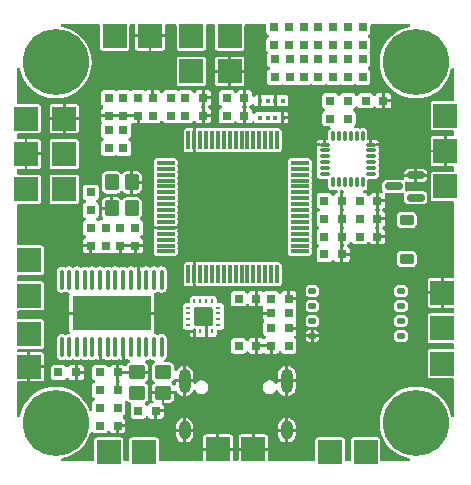
<source format=gbr>
%TF.GenerationSoftware,KiCad,Pcbnew,9.0.7*%
%TF.CreationDate,2026-01-24T01:10:00+08:00*%
%TF.ProjectId,zero star-rounded,7a65726f-2073-4746-9172-2d726f756e64,rev?*%
%TF.SameCoordinates,Original*%
%TF.FileFunction,Copper,L1,Top*%
%TF.FilePolarity,Positive*%
%FSLAX46Y46*%
G04 Gerber Fmt 4.6, Leading zero omitted, Abs format (unit mm)*
G04 Created by KiCad (PCBNEW 9.0.7) date 2026-01-24 01:10:00*
%MOMM*%
%LPD*%
G01*
G04 APERTURE LIST*
G04 Aperture macros list*
%AMRoundRect*
0 Rectangle with rounded corners*
0 $1 Rounding radius*
0 $2 $3 $4 $5 $6 $7 $8 $9 X,Y pos of 4 corners*
0 Add a 4 corners polygon primitive as box body*
4,1,4,$2,$3,$4,$5,$6,$7,$8,$9,$2,$3,0*
0 Add four circle primitives for the rounded corners*
1,1,$1+$1,$2,$3*
1,1,$1+$1,$4,$5*
1,1,$1+$1,$6,$7*
1,1,$1+$1,$8,$9*
0 Add four rect primitives between the rounded corners*
20,1,$1+$1,$2,$3,$4,$5,0*
20,1,$1+$1,$4,$5,$6,$7,0*
20,1,$1+$1,$6,$7,$8,$9,0*
20,1,$1+$1,$8,$9,$2,$3,0*%
G04 Aperture macros list end*
%TA.AperFunction,SMDPad,CuDef*%
%ADD10R,0.800000X0.800000*%
%TD*%
%TA.AperFunction,SMDPad,CuDef*%
%ADD11R,2.000000X2.000000*%
%TD*%
%TA.AperFunction,ComponentPad*%
%ADD12C,5.600000*%
%TD*%
%TA.AperFunction,SMDPad,CuDef*%
%ADD13R,0.250000X0.450000*%
%TD*%
%TA.AperFunction,SMDPad,CuDef*%
%ADD14R,0.450000X0.250000*%
%TD*%
%TA.AperFunction,SMDPad,CuDef*%
%ADD15RoundRect,0.075000X-0.700000X-0.075000X0.700000X-0.075000X0.700000X0.075000X-0.700000X0.075000X0*%
%TD*%
%TA.AperFunction,SMDPad,CuDef*%
%ADD16RoundRect,0.075000X-0.075000X-0.700000X0.075000X-0.700000X0.075000X0.700000X-0.075000X0.700000X0*%
%TD*%
%TA.AperFunction,SMDPad,CuDef*%
%ADD17RoundRect,0.125000X-0.200000X-0.125000X0.200000X-0.125000X0.200000X0.125000X-0.200000X0.125000X0*%
%TD*%
%TA.AperFunction,HeatsinkPad*%
%ADD18R,3.400000X4.300000*%
%TD*%
%TA.AperFunction,SMDPad,CuDef*%
%ADD19RoundRect,0.075000X-0.350000X-0.075000X0.350000X-0.075000X0.350000X0.075000X-0.350000X0.075000X0*%
%TD*%
%TA.AperFunction,SMDPad,CuDef*%
%ADD20RoundRect,0.075000X0.075000X-0.350000X0.075000X0.350000X-0.075000X0.350000X-0.075000X-0.350000X0*%
%TD*%
%TA.AperFunction,SMDPad,CuDef*%
%ADD21RoundRect,0.250000X0.350000X-0.450000X0.350000X0.450000X-0.350000X0.450000X-0.350000X-0.450000X0*%
%TD*%
%TA.AperFunction,SMDPad,CuDef*%
%ADD22RoundRect,0.150000X0.587500X0.150000X-0.587500X0.150000X-0.587500X-0.150000X0.587500X-0.150000X0*%
%TD*%
%TA.AperFunction,SMDPad,CuDef*%
%ADD23R,0.450000X0.450000*%
%TD*%
%TA.AperFunction,SMDPad,CuDef*%
%ADD24RoundRect,0.225000X0.375000X-0.225000X0.375000X0.225000X-0.375000X0.225000X-0.375000X-0.225000X0*%
%TD*%
%TA.AperFunction,SMDPad,CuDef*%
%ADD25O,0.340000X1.730000*%
%TD*%
%TA.AperFunction,SMDPad,CuDef*%
%ADD26R,6.700000X2.900000*%
%TD*%
%TA.AperFunction,SMDPad,CuDef*%
%ADD27RoundRect,0.250000X-0.450000X-0.350000X0.450000X-0.350000X0.450000X0.350000X-0.450000X0.350000X0*%
%TD*%
%TA.AperFunction,HeatsinkPad*%
%ADD28O,1.000000X1.600000*%
%TD*%
%TA.AperFunction,HeatsinkPad*%
%ADD29O,1.000000X2.100000*%
%TD*%
G04 APERTURE END LIST*
D10*
%TO.P,C2,1*%
%TO.N,+3.3V*%
X199500000Y-88000000D03*
%TO.P,C2,2*%
%TO.N,GND*%
X201000000Y-88000000D03*
%TD*%
%TO.P,R1,1*%
%TO.N,+3.3V*%
X185000000Y-76250000D03*
%TO.P,R1,2*%
%TO.N,/NRST*%
X186500000Y-76250000D03*
%TD*%
%TO.P,C44,1*%
%TO.N,VBAT_SENSE*%
X182500000Y-74750000D03*
%TO.P,C44,2*%
%TO.N,GND*%
X182500000Y-76250000D03*
%TD*%
D11*
%TO.P,J32,1,Pin_1*%
%TO.N,GND*%
X209750000Y-79250000D03*
%TD*%
%TO.P,J25,1,Pin_1*%
%TO.N,+5V*%
X174250000Y-82500000D03*
%TD*%
D10*
%TO.P,C10,1*%
%TO.N,Net-(U1-PH1)*%
X183500000Y-85750000D03*
%TO.P,C10,2*%
%TO.N,GND*%
X183500000Y-87250000D03*
%TD*%
%TO.P,D1,1,K*%
%TO.N,Net-(D1-K)*%
X202750000Y-70250000D03*
%TO.P,D1,2,A*%
%TO.N,+3.3V*%
X202750000Y-68750000D03*
%TD*%
D11*
%TO.P,J10,1,Pin_1*%
%TO.N,GND*%
X174500000Y-97500000D03*
%TD*%
D12*
%TO.P,REF\u002A\u002A,1*%
%TO.N,N/C*%
X176750000Y-102250000D03*
%TD*%
D10*
%TO.P,R24,1*%
%TO.N,VBAT_SENSE*%
X181250000Y-79000000D03*
%TO.P,R24,2*%
%TO.N,/peripheral.kicad_sch/VBAT*%
X181250000Y-77500000D03*
%TD*%
D11*
%TO.P,J7,1,Pin_1*%
%TO.N,/NRST*%
X188250000Y-72500000D03*
%TD*%
%TO.P,J13,1,Pin_1*%
%TO.N,/UART2_TX*%
X174500000Y-91500000D03*
%TD*%
D10*
%TO.P,C36,1*%
%TO.N,+3.3VA*%
X183750000Y-101250000D03*
%TO.P,C36,2*%
%TO.N,GND*%
X185250000Y-101250000D03*
%TD*%
D11*
%TO.P,J21,1,Pin_1*%
%TO.N,VBAT*%
X181750000Y-69500000D03*
%TD*%
D10*
%TO.P,C41,1*%
%TO.N,Net-(U9-VIN)*%
X179750000Y-84250000D03*
%TO.P,C41,2*%
%TO.N,VIDEO_IN*%
X179750000Y-82750000D03*
%TD*%
%TO.P,C8,1*%
%TO.N,GND*%
X185000000Y-74750000D03*
%TO.P,C8,2*%
%TO.N,/NRST*%
X186500000Y-74750000D03*
%TD*%
%TO.P,C42,1*%
%TO.N,Net-(U9-VOUT)*%
X180500000Y-101000000D03*
%TO.P,C42,2*%
%TO.N,VIDEO_OUT*%
X182000000Y-101000000D03*
%TD*%
%TO.P,D8,1,K*%
%TO.N,Net-(D8-K)*%
X201500000Y-68750000D03*
%TO.P,D8,2,A*%
%TO.N,+3.3V*%
X201500000Y-70250000D03*
%TD*%
D13*
%TO.P,U7,1,SCL*%
%TO.N,I2C1_SCL*%
X190010000Y-91990000D03*
%TO.P,U7,2,VDD*%
%TO.N,+3.3VA*%
X189510000Y-91990000D03*
%TO.P,U7,3,NC*%
%TO.N,unconnected-(U7-NC-Pad3)*%
X189010000Y-91990000D03*
%TO.P,U7,4,S1*%
%TO.N,+3.3VA*%
X188510000Y-91990000D03*
D14*
%TO.P,U7,5,NC*%
%TO.N,unconnected-(U7-NC-Pad5)*%
X188000000Y-92500000D03*
%TO.P,U7,6,NC*%
%TO.N,unconnected-(U7-NC-Pad6)*%
X188000000Y-93000000D03*
%TO.P,U7,7,NC*%
%TO.N,unconnected-(U7-NC-Pad7)*%
X188000000Y-93500000D03*
%TO.P,U7,8,SETP*%
%TO.N,unconnected-(U7-SETP-Pad8)*%
X188000000Y-94000000D03*
D13*
%TO.P,U7,9,GND*%
%TO.N,GND*%
X188510000Y-94510000D03*
%TO.P,U7,10,C1*%
%TO.N,Net-(U7-C1)*%
X189010000Y-94510000D03*
%TO.P,U7,11,GND*%
%TO.N,GND*%
X189510000Y-94510000D03*
%TO.P,U7,12,SETC*%
%TO.N,unconnected-(U7-SETC-Pad12)*%
X190010000Y-94510000D03*
D14*
%TO.P,U7,13,VDDIO*%
%TO.N,+3.3VA*%
X190520000Y-94000000D03*
%TO.P,U7,14,NC*%
%TO.N,unconnected-(U7-NC-Pad14)*%
X190520000Y-93500000D03*
%TO.P,U7,15,DRDY*%
%TO.N,unconnected-(U7-DRDY-Pad15)*%
X190520000Y-93000000D03*
%TO.P,U7,16,SDA*%
%TO.N,I2C1_SDA*%
X190520000Y-92500000D03*
%TD*%
D10*
%TO.P,R29,1*%
%TO.N,Net-(D11-K)*%
X197750000Y-71500000D03*
%TO.P,R29,2*%
%TO.N,LED_GPS*%
X197750000Y-73000000D03*
%TD*%
%TO.P,R23,1*%
%TO.N,Net-(Q1-B)*%
X202500000Y-86500000D03*
%TO.P,R23,2*%
%TO.N,GND*%
X204000000Y-86500000D03*
%TD*%
%TO.P,C28,1*%
%TO.N,+3.3V*%
X191250000Y-74750000D03*
%TO.P,C28,2*%
%TO.N,GND*%
X192750000Y-74750000D03*
%TD*%
D15*
%TO.P,U1,1,VBAT*%
%TO.N,+3.3V*%
X186075000Y-80250000D03*
%TO.P,U1,2,PC13*%
%TO.N,unconnected-(U1-PC13-Pad2)*%
X186075000Y-80750000D03*
%TO.P,U1,3,PC14*%
%TO.N,unconnected-(U1-PC14-Pad3)*%
X186075000Y-81250000D03*
%TO.P,U1,4,PC15*%
%TO.N,unconnected-(U1-PC15-Pad4)*%
X186075000Y-81750000D03*
%TO.P,U1,5,PH0*%
%TO.N,Net-(U1-PH0)*%
X186075000Y-82250000D03*
%TO.P,U1,6,PH1*%
%TO.N,Net-(U1-PH1)*%
X186075000Y-82750000D03*
%TO.P,U1,7,NRST*%
%TO.N,/NRST*%
X186075000Y-83250000D03*
%TO.P,U1,8,PC0*%
%TO.N,VBAT_SENSE*%
X186075000Y-83750000D03*
%TO.P,U1,9,PC1*%
%TO.N,unconnected-(U1-PC1-Pad9)*%
X186075000Y-84250000D03*
%TO.P,U1,10,PC2*%
%TO.N,BUZZER*%
X186075000Y-84750000D03*
%TO.P,U1,11,PC3*%
%TO.N,LED_SYS*%
X186075000Y-85250000D03*
%TO.P,U1,12,VSSA*%
%TO.N,GND*%
X186075000Y-85750000D03*
%TO.P,U1,13,VDDA*%
%TO.N,+3.3VA*%
X186075000Y-86250000D03*
%TO.P,U1,14,PA0*%
%TO.N,/ESC_TLM*%
X186075000Y-86750000D03*
%TO.P,U1,15,PA1*%
%TO.N,unconnected-(U1-PA1-Pad15)*%
X186075000Y-87250000D03*
%TO.P,U1,16,PA2*%
%TO.N,/UART2_TX*%
X186075000Y-87750000D03*
D16*
%TO.P,U1,17,PA3*%
%TO.N,/UART2_RX*%
X188000000Y-89675000D03*
%TO.P,U1,18,VSS*%
%TO.N,GND*%
X188500000Y-89675000D03*
%TO.P,U1,19,VDD*%
%TO.N,+3.3V*%
X189000000Y-89675000D03*
%TO.P,U1,20,PA4*%
%TO.N,FLASH_CS*%
X189500000Y-89675000D03*
%TO.P,U1,21,PA5*%
%TO.N,SPI1_SCK*%
X190000000Y-89675000D03*
%TO.P,U1,22,PA6*%
%TO.N,SPI1_MISO*%
X190500000Y-89675000D03*
%TO.P,U1,23,PA7*%
%TO.N,SPI1_MOSI*%
X191000000Y-89675000D03*
%TO.P,U1,24,PC4*%
%TO.N,LED_ERR*%
X191500000Y-89675000D03*
%TO.P,U1,25,PC5*%
%TO.N,/CURR*%
X192000000Y-89675000D03*
%TO.P,U1,26,PB0*%
%TO.N,unconnected-(U1-PB0-Pad26)*%
X192500000Y-89675000D03*
%TO.P,U1,27,PB1*%
%TO.N,LED_GPS*%
X193000000Y-89675000D03*
%TO.P,U1,28,PB2*%
%TO.N,LED_RX*%
X193500000Y-89675000D03*
%TO.P,U1,29,PB10*%
%TO.N,USART3_TX*%
X194000000Y-89675000D03*
%TO.P,U1,30,PB11*%
%TO.N,USART3_RX*%
X194500000Y-89675000D03*
%TO.P,U1,31,VCAP_1*%
%TO.N,Net-(U1-VCAP_1)*%
X195000000Y-89675000D03*
%TO.P,U1,32,VDD*%
%TO.N,+3.3V*%
X195500000Y-89675000D03*
D15*
%TO.P,U1,33,PB12*%
%TO.N,OSD_CS*%
X197425000Y-87750000D03*
%TO.P,U1,34,PB13*%
%TO.N,LED_MODE*%
X197425000Y-87250000D03*
%TO.P,U1,35,PB14*%
%TO.N,LED_LOG*%
X197425000Y-86750000D03*
%TO.P,U1,36,PB15*%
%TO.N,LED_VTX*%
X197425000Y-86250000D03*
%TO.P,U1,37,PC6*%
%TO.N,/M1*%
X197425000Y-85750000D03*
%TO.P,U1,38,PC7*%
%TO.N,/M2*%
X197425000Y-85250000D03*
%TO.P,U1,39,PC8*%
%TO.N,/M3*%
X197425000Y-84750000D03*
%TO.P,U1,40,PC9*%
%TO.N,/M4*%
X197425000Y-84250000D03*
%TO.P,U1,41,PA8*%
%TO.N,LED_RGB*%
X197425000Y-83750000D03*
%TO.P,U1,42,PA9*%
%TO.N,/USART1_TX*%
X197425000Y-83250000D03*
%TO.P,U1,43,PA10*%
%TO.N,/USART1_RX*%
X197425000Y-82750000D03*
%TO.P,U1,44,PA11*%
%TO.N,/USB_DM*%
X197425000Y-82250000D03*
%TO.P,U1,45,PA12*%
%TO.N,/USB_DP*%
X197425000Y-81750000D03*
%TO.P,U1,46,PA13*%
%TO.N,/SWDIO*%
X197425000Y-81250000D03*
%TO.P,U1,47,VCAP_2*%
%TO.N,Net-(U1-VCAP_2)*%
X197425000Y-80750000D03*
%TO.P,U1,48,VDD*%
%TO.N,+3.3V*%
X197425000Y-80250000D03*
D16*
%TO.P,U1,49,PA14*%
%TO.N,/SWCLK*%
X195500000Y-78325000D03*
%TO.P,U1,50,PA15*%
%TO.N,unconnected-(U1-PA15-Pad50)*%
X195000000Y-78325000D03*
%TO.P,U1,51,PC10*%
%TO.N,/USART4_TX*%
X194500000Y-78325000D03*
%TO.P,U1,52,PC11*%
%TO.N,/USART4_RX*%
X194000000Y-78325000D03*
%TO.P,U1,53,PC12*%
%TO.N,/USART5_TX*%
X193500000Y-78325000D03*
%TO.P,U1,54,PD2*%
%TO.N,/USART5_RX*%
X193000000Y-78325000D03*
%TO.P,U1,55,PB3*%
%TO.N,unconnected-(U1-PB3-Pad55)*%
X192500000Y-78325000D03*
%TO.P,U1,56,PB4*%
%TO.N,unconnected-(U1-PB4-Pad56)*%
X192000000Y-78325000D03*
%TO.P,U1,57,PB5*%
%TO.N,MPU_INT*%
X191500000Y-78325000D03*
%TO.P,U1,58,PB6*%
%TO.N,I2C1_SCL*%
X191000000Y-78325000D03*
%TO.P,U1,59,PB7*%
%TO.N,I2C1_SDA*%
X190500000Y-78325000D03*
%TO.P,U1,60,BOOT0*%
%TO.N,/BOOT0*%
X190000000Y-78325000D03*
%TO.P,U1,61,PB8*%
%TO.N,unconnected-(U1-PB8-Pad61)*%
X189500000Y-78325000D03*
%TO.P,U1,62,PB9*%
%TO.N,USB_DETECT*%
X189000000Y-78325000D03*
%TO.P,U1,63,VSS*%
%TO.N,GND*%
X188500000Y-78325000D03*
%TO.P,U1,64,VDD*%
%TO.N,+3.3V*%
X188000000Y-78325000D03*
%TD*%
D11*
%TO.P,J26,1,Pin_1*%
%TO.N,GND*%
X174250000Y-79500000D03*
%TD*%
D12*
%TO.P,REF\u002A\u002A,1*%
%TO.N,N/C*%
X176750000Y-71750000D03*
%TD*%
D10*
%TO.P,C24,1*%
%TO.N,Net-(U6-REGOUT)*%
X202503623Y-83464862D03*
%TO.P,C24,2*%
%TO.N,GND*%
X204003623Y-83464862D03*
%TD*%
D11*
%TO.P,J12,1,Pin_1*%
%TO.N,/UART2_RX*%
X174500000Y-88500000D03*
%TD*%
%TO.P,J8,1,Pin_1*%
%TO.N,GND*%
X191500000Y-72500000D03*
%TD*%
%TO.P,J11,1,Pin_1*%
%TO.N,/SWDIO*%
X188250000Y-69500000D03*
%TD*%
D10*
%TO.P,D5,1,K*%
%TO.N,Net-(D5-K)*%
X196500000Y-68750000D03*
%TO.P,D5,2,A*%
%TO.N,+3.3V*%
X196500000Y-70250000D03*
%TD*%
%TO.P,C31,1*%
%TO.N,+3.3V*%
X196500000Y-93000000D03*
%TO.P,C31,2*%
%TO.N,GND*%
X195000000Y-93000000D03*
%TD*%
%TO.P,C37,1*%
%TO.N,+5VA*%
X180500000Y-102500000D03*
%TO.P,C37,2*%
%TO.N,GND*%
X182000000Y-102500000D03*
%TD*%
%TO.P,C19,1*%
%TO.N,+5V*%
X192250000Y-95750000D03*
%TO.P,C19,2*%
%TO.N,GND*%
X193750000Y-95750000D03*
%TD*%
D17*
%TO.P,U8,1,~{CS}*%
%TO.N,FLASH_CS*%
X198500000Y-91095000D03*
%TO.P,U8,2,DO/IO_{1}*%
%TO.N,SPI1_MISO*%
X198500000Y-92365000D03*
%TO.P,U8,3,~{WP}/IO_{2}*%
%TO.N,+3.3V*%
X198500000Y-93635000D03*
%TO.P,U8,4,GND*%
%TO.N,GND*%
X198500000Y-94905000D03*
%TO.P,U8,5,DI/IO_{0}*%
%TO.N,SPI1_MOSI*%
X206000000Y-94905000D03*
%TO.P,U8,6,CLK*%
%TO.N,SPI1_SCK*%
X206000000Y-93635000D03*
%TO.P,U8,7,~{HOLD}/~{RESET}/IO_{3}*%
%TO.N,+3.3V*%
X206000000Y-92365000D03*
%TO.P,U8,8,VCC*%
X206000000Y-91095000D03*
D18*
%TO.P,U8,9,EP*%
%TO.N,GND*%
X202250000Y-93000000D03*
%TD*%
D10*
%TO.P,C34,1*%
%TO.N,Net-(U7-C1)*%
X195000000Y-94250000D03*
%TO.P,C34,2*%
%TO.N,GND*%
X196500000Y-94250000D03*
%TD*%
%TO.P,C21,1*%
%TO.N,+3.3V*%
X196500000Y-95750000D03*
%TO.P,C21,2*%
%TO.N,GND*%
X195000000Y-95750000D03*
%TD*%
D19*
%TO.P,U6,1,CLKIN*%
%TO.N,GND*%
X199550000Y-78700000D03*
%TO.P,U6,2,NC*%
%TO.N,unconnected-(U6-NC-Pad2)*%
X199550000Y-79200000D03*
%TO.P,U6,3,NC*%
%TO.N,unconnected-(U6-NC-Pad3)*%
X199550000Y-79700000D03*
%TO.P,U6,4,NC*%
%TO.N,unconnected-(U6-NC-Pad4)*%
X199550000Y-80200000D03*
%TO.P,U6,5,NC*%
%TO.N,unconnected-(U6-NC-Pad5)*%
X199550000Y-80700000D03*
%TO.P,U6,6,AUX_DA*%
%TO.N,unconnected-(U6-AUX_DA-Pad6)*%
X199550000Y-81200000D03*
D20*
%TO.P,U6,7,AUX_CL*%
%TO.N,unconnected-(U6-AUX_CL-Pad7)*%
X200250000Y-81900000D03*
%TO.P,U6,8,VLOGIC*%
%TO.N,+3.3VA*%
X200750000Y-81900000D03*
%TO.P,U6,9,AD0*%
%TO.N,GND*%
X201250000Y-81900000D03*
%TO.P,U6,10,REGOUT*%
%TO.N,Net-(U6-REGOUT)*%
X201750000Y-81900000D03*
%TO.P,U6,11,FSYNC*%
%TO.N,GND*%
X202250000Y-81900000D03*
%TO.P,U6,12,INT*%
%TO.N,MPU_INT*%
X202750000Y-81900000D03*
D19*
%TO.P,U6,13,VDD*%
%TO.N,+3.3VA*%
X203450000Y-81200000D03*
%TO.P,U6,14,NC*%
%TO.N,unconnected-(U6-NC-Pad14)*%
X203450000Y-80700000D03*
%TO.P,U6,15,NC*%
%TO.N,unconnected-(U6-NC-Pad15)*%
X203450000Y-80200000D03*
%TO.P,U6,16,NC*%
%TO.N,unconnected-(U6-NC-Pad16)*%
X203450000Y-79700000D03*
%TO.P,U6,17,NC*%
%TO.N,unconnected-(U6-NC-Pad17)*%
X203450000Y-79200000D03*
%TO.P,U6,18,GND*%
%TO.N,GND*%
X203450000Y-78700000D03*
D20*
%TO.P,U6,19,RESV*%
%TO.N,unconnected-(U6-RESV-Pad19)*%
X202750000Y-78000000D03*
%TO.P,U6,20,CPOUT*%
%TO.N,Net-(U6-CPOUT)*%
X202250000Y-78000000D03*
%TO.P,U6,21,RESV*%
%TO.N,unconnected-(U6-RESV-Pad21)*%
X201750000Y-78000000D03*
%TO.P,U6,22,RESV*%
%TO.N,unconnected-(U6-RESV-Pad22)*%
X201250000Y-78000000D03*
%TO.P,U6,23,SCL*%
%TO.N,I2C1_SCL*%
X200750000Y-78000000D03*
%TO.P,U6,24,SDA*%
%TO.N,I2C1_SDA*%
X200250000Y-78000000D03*
%TD*%
D21*
%TO.P,Y1,1,1*%
%TO.N,Net-(U1-PH0)*%
X183200000Y-84100000D03*
%TO.P,Y1,2,G*%
%TO.N,GND*%
X183200000Y-81900000D03*
%TO.P,Y1,3,3*%
%TO.N,Net-(U1-PH1)*%
X181500000Y-81900000D03*
%TO.P,Y1,4,G*%
%TO.N,GND*%
X181500000Y-84100000D03*
%TD*%
D10*
%TO.P,D6,1,K*%
%TO.N,Net-(D6-K)*%
X195250000Y-70250000D03*
%TO.P,D6,2,A*%
%TO.N,+3.3V*%
X195250000Y-68750000D03*
%TD*%
%TO.P,C7,1*%
%TO.N,Net-(U1-VCAP_1)*%
X195000000Y-91750000D03*
%TO.P,C7,2*%
%TO.N,GND*%
X196500000Y-91750000D03*
%TD*%
%TO.P,R28,1*%
%TO.N,Net-(D10-K)*%
X199000000Y-71500000D03*
%TO.P,R28,2*%
%TO.N,LED_RX*%
X199000000Y-73000000D03*
%TD*%
D11*
%TO.P,J29,1,Pin_1*%
%TO.N,GND*%
X193500000Y-104500000D03*
%TD*%
%TO.P,J299,1,Pin_1*%
%TO.N,/LED_ARM1*%
X203000000Y-104750000D03*
%TD*%
%TO.P,J2,1,Pin_1*%
%TO.N,/SWCLK*%
X191500000Y-69500000D03*
%TD*%
%TO.P,J20,1,Pin_1*%
%TO.N,GND*%
X184750000Y-69500000D03*
%TD*%
D10*
%TO.P,R15,1*%
%TO.N,I2C1_SCL*%
X200000000Y-76500000D03*
%TO.P,R15,2*%
%TO.N,+3.3VA*%
X201500000Y-76500000D03*
%TD*%
D12*
%TO.P,REF\u002A\u002A,1*%
%TO.N,N/C*%
X207250000Y-71750000D03*
%TD*%
D11*
%TO.P,J17,1,Pin_1*%
%TO.N,+5V*%
X209750000Y-82250000D03*
%TD*%
%TO.P,J28,1,Pin_1*%
%TO.N,+5V*%
X181250000Y-104750000D03*
%TD*%
D10*
%TO.P,R27,1*%
%TO.N,Net-(D9-K)*%
X200250000Y-71500000D03*
%TO.P,R27,2*%
%TO.N,LED_VTX*%
X200250000Y-73000000D03*
%TD*%
%TO.P,R21,1*%
%TO.N,Net-(D5-K)*%
X196580000Y-71500000D03*
%TO.P,R21,2*%
%TO.N,LED_SYS*%
X196580000Y-73000000D03*
%TD*%
%TO.P,C40,1*%
%TO.N,Net-(U9-XFB)*%
X180500000Y-99500000D03*
%TO.P,C40,2*%
%TO.N,GND*%
X182000000Y-99500000D03*
%TD*%
D11*
%TO.P,J16,1,Pin_1*%
%TO.N,VIDEO_IN*%
X177500000Y-82500000D03*
%TD*%
D10*
%TO.P,D9,1,K*%
%TO.N,Net-(D9-K)*%
X200250000Y-70250000D03*
%TO.P,D9,2,A*%
%TO.N,+3.3V*%
X200250000Y-68750000D03*
%TD*%
D11*
%TO.P,BZ+1,1,Pin_1*%
%TO.N,+5V*%
X209500000Y-94250000D03*
%TD*%
D22*
%TO.P,Q1,1,B*%
%TO.N,Net-(Q1-B)*%
X207250000Y-83200000D03*
%TO.P,Q1,2,E*%
%TO.N,GND*%
X207250000Y-81300000D03*
%TO.P,Q1,3,C*%
%TO.N,BZ-*%
X205375000Y-82250000D03*
%TD*%
D10*
%TO.P,C39,1*%
%TO.N,Net-(U9-CLKIN)*%
X180500000Y-98000000D03*
%TO.P,C39,2*%
%TO.N,GND*%
X182000000Y-98000000D03*
%TD*%
D23*
%TO.P,U5,1,GND*%
%TO.N,GND*%
X196000000Y-76440000D03*
%TO.P,U5,2,CSB*%
%TO.N,+3.3V*%
X195340000Y-76440000D03*
%TO.P,U5,3,SDA*%
%TO.N,I2C1_SDA*%
X194700000Y-76440000D03*
%TO.P,U5,4,SCK*%
%TO.N,I2C1_SCL*%
X194040000Y-76440000D03*
%TO.P,U5,5,SDO*%
%TO.N,GND*%
X194040000Y-75000000D03*
%TO.P,U5,6,VDDIO*%
%TO.N,+3.3V*%
X194700000Y-75000000D03*
%TO.P,U5,7,GND*%
%TO.N,GND*%
X195340000Y-75000000D03*
%TO.P,U5,8,VDD*%
%TO.N,+3.3V*%
X196000000Y-75000000D03*
%TD*%
D24*
%TO.P,D7,1,K*%
%TO.N,+5V*%
X206500000Y-88400000D03*
%TO.P,D7,2,A*%
%TO.N,BZ-*%
X206500000Y-85100000D03*
%TD*%
D10*
%TO.P,R22,1*%
%TO.N,Net-(D6-K)*%
X195330000Y-73000000D03*
%TO.P,R22,2*%
%TO.N,LED_ERR*%
X195330000Y-71500000D03*
%TD*%
%TO.P,C12,1*%
%TO.N,+3.3V*%
X187750000Y-74750000D03*
%TO.P,C12,2*%
%TO.N,GND*%
X189250000Y-74750000D03*
%TD*%
D25*
%TO.P,U9,1,NC*%
%TO.N,unconnected-(U9-NC-Pad1)*%
X185730000Y-90130000D03*
%TO.P,U9,2,NC*%
%TO.N,unconnected-(U9-NC-Pad2)*%
X185080000Y-90130000D03*
%TO.P,U9,3,DVDD*%
%TO.N,+3.3VA*%
X184430000Y-90130000D03*
%TO.P,U9,4,DGND*%
%TO.N,GND*%
X183780000Y-90130000D03*
%TO.P,U9,5,CLKIN*%
%TO.N,Net-(U9-CLKIN)*%
X183130000Y-90130000D03*
%TO.P,U9,6,XFB*%
%TO.N,Net-(U9-XFB)*%
X182480000Y-90130000D03*
%TO.P,U9,7,CLKOUT*%
%TO.N,unconnected-(U9-CLKOUT-Pad7)*%
X181820000Y-90130000D03*
%TO.P,U9,8,~{CS}*%
%TO.N,OSD_CS*%
X181170000Y-90130000D03*
%TO.P,U9,9,SDIN*%
%TO.N,SPI1_MOSI*%
X180520000Y-90130000D03*
%TO.P,U9,10,SCLK*%
%TO.N,SPI1_SCK*%
X179870000Y-90130000D03*
%TO.P,U9,11,SDOUT*%
%TO.N,SPI1_MISO*%
X179220000Y-90130000D03*
%TO.P,U9,12,LOS*%
%TO.N,unconnected-(U9-LOS-Pad12)*%
X178570000Y-90130000D03*
%TO.P,U9,13,SYNC_IN*%
%TO.N,unconnected-(U9-SYNC_IN-Pad13)*%
X177920000Y-90130000D03*
%TO.P,U9,14,NC*%
%TO.N,unconnected-(U9-NC-Pad14)*%
X177270000Y-90130000D03*
%TO.P,U9,15,NC*%
%TO.N,unconnected-(U9-NC-Pad15)*%
X177270000Y-95870000D03*
%TO.P,U9,16,NC*%
%TO.N,unconnected-(U9-NC-Pad16)*%
X177920000Y-95870000D03*
%TO.P,U9,17,~{VSYNC}*%
%TO.N,unconnected-(U9-~{VSYNC}-Pad17)*%
X178570000Y-95870000D03*
%TO.P,U9,18,~{HSYNC}*%
%TO.N,unconnected-(U9-~{HSYNC}-Pad18)*%
X179220000Y-95870000D03*
%TO.P,U9,19,~{RESET}*%
%TO.N,Net-(U9-~{RESET})*%
X179870000Y-95870000D03*
%TO.P,U9,20,AGND*%
%TO.N,GND*%
X180520000Y-95870000D03*
%TO.P,U9,21,AVDD*%
%TO.N,+5VA*%
X181170000Y-95870000D03*
%TO.P,U9,22,VIN*%
%TO.N,Net-(U9-VIN)*%
X181820000Y-95870000D03*
%TO.P,U9,23,PGND*%
%TO.N,GND*%
X182480000Y-95870000D03*
%TO.P,U9,24,PVDD*%
%TO.N,+5VA*%
X183130000Y-95870000D03*
%TO.P,U9,25,SAG*%
%TO.N,unconnected-(U9-SAG-Pad25)*%
X183780000Y-95870000D03*
%TO.P,U9,26,VOUT*%
%TO.N,Net-(U9-VOUT)*%
X184430000Y-95870000D03*
%TO.P,U9,27,NC*%
%TO.N,unconnected-(U9-NC-Pad27)*%
X185080000Y-95870000D03*
%TO.P,U9,28,NC*%
%TO.N,unconnected-(U9-NC-Pad28)*%
X185730000Y-95870000D03*
D26*
%TO.P,U9,29,EP*%
%TO.N,GND*%
X181500000Y-93000000D03*
%TD*%
D11*
%TO.P,J31,1,Pin_1*%
%TO.N,+5V*%
X200000000Y-104750000D03*
%TD*%
D12*
%TO.P,REF\u002A\u002A,1*%
%TO.N,N/C*%
X207250000Y-102250000D03*
%TD*%
D11*
%TO.P,J15,1,Pin_1*%
%TO.N,GND*%
X177500000Y-76500000D03*
%TD*%
D10*
%TO.P,C25,1*%
%TO.N,Net-(U6-CPOUT)*%
X203000000Y-75000000D03*
%TO.P,C25,2*%
%TO.N,GND*%
X204500000Y-75000000D03*
%TD*%
%TO.P,C26,1*%
%TO.N,GND*%
X201000000Y-85000000D03*
%TO.P,C26,2*%
%TO.N,+3.3VA*%
X199500000Y-85000000D03*
%TD*%
%TO.P,R31,1*%
%TO.N,GND*%
X183750000Y-76250000D03*
%TO.P,R31,2*%
%TO.N,USB_DETECT*%
X183750000Y-74750000D03*
%TD*%
D27*
%TO.P,Y2,1,1*%
%TO.N,Net-(U9-CLKIN)*%
X183650000Y-99700000D03*
%TO.P,Y2,2,G*%
%TO.N,GND*%
X185850000Y-99700000D03*
%TO.P,Y2,3,3*%
%TO.N,Net-(U9-XFB)*%
X185850000Y-98000000D03*
%TO.P,Y2,4,G*%
%TO.N,GND*%
X183650000Y-98000000D03*
%TD*%
D10*
%TO.P,C4,1*%
%TO.N,+3.3V*%
X192250000Y-91750000D03*
%TO.P,C4,2*%
%TO.N,GND*%
X193750000Y-91750000D03*
%TD*%
D11*
%TO.P,J18,1,Pin_1*%
%TO.N,/BZ-*%
X209500000Y-97250000D03*
%TD*%
D10*
%TO.P,R16,1*%
%TO.N,Net-(Q1-B)*%
X182500000Y-77500000D03*
%TO.P,R16,2*%
%TO.N,BUZZER*%
X182500000Y-79000000D03*
%TD*%
%TO.P,D10,1,K*%
%TO.N,Net-(D10-K)*%
X199000000Y-68750000D03*
%TO.P,D10,2,A*%
%TO.N,+3.3V*%
X199000000Y-70250000D03*
%TD*%
%TO.P,D11,1,K*%
%TO.N,Net-(D11-K)*%
X197750000Y-70250000D03*
%TO.P,D11,2,A*%
%TO.N,+3.3V*%
X197750000Y-68750000D03*
%TD*%
%TO.P,C3,1*%
%TO.N,+3.3V*%
X199500000Y-86500000D03*
%TO.P,C3,2*%
%TO.N,GND*%
X201000000Y-86500000D03*
%TD*%
%TO.P,R19,1*%
%TO.N,GND*%
X179750000Y-87250000D03*
%TO.P,R19,2*%
%TO.N,VIDEO_IN*%
X179750000Y-85750000D03*
%TD*%
%TO.P,R14,1*%
%TO.N,I2C1_SDA*%
X200000000Y-75000000D03*
%TO.P,R14,2*%
%TO.N,+3.3VA*%
X201500000Y-75000000D03*
%TD*%
D11*
%TO.P,J33,1,Pin_1*%
%TO.N,/LED_ARM4*%
X174250000Y-76500000D03*
%TD*%
%TO.P,J9,1,Pin_1*%
%TO.N,+5V*%
X177500000Y-79500000D03*
%TD*%
D10*
%TO.P,R2,1*%
%TO.N,Net-(D1-K)*%
X202750000Y-71500000D03*
%TO.P,R2,2*%
%TO.N,LED_MODE*%
X202750000Y-73000000D03*
%TD*%
%TO.P,C11,1*%
%TO.N,Net-(U1-PH0)*%
X182250000Y-85750000D03*
%TO.P,C11,2*%
%TO.N,GND*%
X182250000Y-87250000D03*
%TD*%
%TO.P,C6,1*%
%TO.N,Net-(U1-VCAP_2)*%
X199500000Y-83453299D03*
%TO.P,C6,2*%
%TO.N,GND*%
X201000000Y-83453299D03*
%TD*%
D11*
%TO.P,J14,1,Pin_1*%
%TO.N,+5V*%
X174500000Y-94750000D03*
%TD*%
%TO.P,J19,1,Pin_1*%
%TO.N,GND*%
X190500000Y-104500000D03*
%TD*%
D10*
%TO.P,C38,1*%
%TO.N,+5VA*%
X177000000Y-98000000D03*
%TO.P,C38,2*%
%TO.N,GND*%
X178500000Y-98000000D03*
%TD*%
D11*
%TO.P,J30,1,Pin_1*%
%TO.N,/LED_ARM3*%
X209750000Y-76250000D03*
%TD*%
%TO.P,J27,1,Pin_1*%
%TO.N,/LED_ARM2*%
X184250000Y-104750000D03*
%TD*%
D10*
%TO.P,C27,1*%
%TO.N,GND*%
X204003623Y-85000000D03*
%TO.P,C27,2*%
%TO.N,+3.3VA*%
X202503623Y-85000000D03*
%TD*%
%TO.P,C1,1*%
%TO.N,+3.3V*%
X187750000Y-76250000D03*
%TO.P,C1,2*%
%TO.N,GND*%
X189250000Y-76250000D03*
%TD*%
D11*
%TO.P,J24,1,Pin_1*%
%TO.N,GND*%
X209500000Y-91250000D03*
%TD*%
D10*
%TO.P,R25,1*%
%TO.N,GND*%
X181250000Y-76250000D03*
%TO.P,R25,2*%
%TO.N,VBAT_SENSE*%
X181250000Y-74750000D03*
%TD*%
%TO.P,R20,1*%
%TO.N,+3.3VA*%
X181000000Y-85750000D03*
%TO.P,R20,2*%
%TO.N,Net-(U9-~{RESET})*%
X181000000Y-87250000D03*
%TD*%
%TO.P,C29,1*%
%TO.N,+3.3V*%
X191250000Y-76270000D03*
%TO.P,C29,2*%
%TO.N,GND*%
X192750000Y-76270000D03*
%TD*%
%TO.P,R26,1*%
%TO.N,Net-(D8-K)*%
X201500000Y-71500000D03*
%TO.P,R26,2*%
%TO.N,LED_LOG*%
X201500000Y-73000000D03*
%TD*%
D28*
%TO.P,J1,S1,SHIELD*%
%TO.N,GND*%
X196320000Y-102900000D03*
D29*
X196320000Y-98720000D03*
D28*
X187680000Y-102900000D03*
D29*
X187680000Y-98720000D03*
%TD*%
%TA.AperFunction,Conductor*%
%TO.N,GND*%
G36*
X186923558Y-98588558D02*
G01*
X186930000Y-98595000D01*
X187380000Y-98595000D01*
X187380000Y-98845000D01*
X186930000Y-98845000D01*
X186930000Y-98984682D01*
X186923627Y-99006385D01*
X186921834Y-99028938D01*
X186913971Y-99039268D01*
X186910315Y-99051721D01*
X186893222Y-99066532D01*
X186879519Y-99084537D01*
X186867319Y-99088976D01*
X186857511Y-99097476D01*
X186835120Y-99100695D01*
X186813863Y-99108432D01*
X186801202Y-99105572D01*
X186788353Y-99107420D01*
X186767773Y-99098021D01*
X186745710Y-99093038D01*
X186733491Y-99082365D01*
X186724797Y-99078395D01*
X186717625Y-99071664D01*
X186585374Y-98937294D01*
X186573118Y-98914419D01*
X186557567Y-98893645D01*
X186556885Y-98884121D01*
X186552377Y-98875706D01*
X186554433Y-98849835D01*
X186552583Y-98823953D01*
X186557158Y-98815574D01*
X186557915Y-98806056D01*
X186573633Y-98785402D01*
X186586069Y-98762630D01*
X186599432Y-98751049D01*
X186657546Y-98707546D01*
X186736612Y-98601927D01*
X186792544Y-98560057D01*
X186862235Y-98555073D01*
X186923558Y-98588558D01*
G37*
%TD.AperFunction*%
%TA.AperFunction,Conductor*%
G36*
X180442539Y-68520185D02*
G01*
X180488294Y-68572989D01*
X180499500Y-68624500D01*
X180499500Y-70524678D01*
X180514032Y-70597735D01*
X180514033Y-70597739D01*
X180514034Y-70597740D01*
X180569399Y-70680601D01*
X180651554Y-70735494D01*
X180652260Y-70735966D01*
X180652264Y-70735967D01*
X180725321Y-70750499D01*
X180725324Y-70750500D01*
X180725326Y-70750500D01*
X182774676Y-70750500D01*
X182774677Y-70750499D01*
X182847740Y-70735966D01*
X182930601Y-70680601D01*
X182985966Y-70597740D01*
X183000500Y-70524674D01*
X183000500Y-70524628D01*
X183500000Y-70524628D01*
X183514503Y-70597540D01*
X183514505Y-70597544D01*
X183569760Y-70680239D01*
X183652455Y-70735494D01*
X183652459Y-70735496D01*
X183725371Y-70749999D01*
X183725374Y-70750000D01*
X184625000Y-70750000D01*
X184875000Y-70750000D01*
X185774626Y-70750000D01*
X185774628Y-70749999D01*
X185847540Y-70735496D01*
X185847544Y-70735494D01*
X185930239Y-70680239D01*
X185985494Y-70597544D01*
X185985496Y-70597540D01*
X185999999Y-70524628D01*
X186000000Y-70524626D01*
X186000000Y-69625000D01*
X184875000Y-69625000D01*
X184875000Y-70750000D01*
X184625000Y-70750000D01*
X184625000Y-69625000D01*
X183500000Y-69625000D01*
X183500000Y-70524628D01*
X183000500Y-70524628D01*
X183000500Y-68624500D01*
X183020185Y-68557461D01*
X183072989Y-68511706D01*
X183124500Y-68500500D01*
X183376000Y-68500500D01*
X183443039Y-68520185D01*
X183488794Y-68572989D01*
X183500000Y-68624500D01*
X183500000Y-69375000D01*
X186000000Y-69375000D01*
X186000000Y-68624500D01*
X186019685Y-68557461D01*
X186072489Y-68511706D01*
X186124000Y-68500500D01*
X186875500Y-68500500D01*
X186942539Y-68520185D01*
X186988294Y-68572989D01*
X186999500Y-68624500D01*
X186999500Y-70524678D01*
X187014032Y-70597735D01*
X187014033Y-70597739D01*
X187014034Y-70597740D01*
X187069399Y-70680601D01*
X187151554Y-70735494D01*
X187152260Y-70735966D01*
X187152264Y-70735967D01*
X187225321Y-70750499D01*
X187225324Y-70750500D01*
X187225326Y-70750500D01*
X189274676Y-70750500D01*
X189274677Y-70750499D01*
X189347740Y-70735966D01*
X189430601Y-70680601D01*
X189485966Y-70597740D01*
X189500500Y-70524674D01*
X189500500Y-68624500D01*
X189520185Y-68557461D01*
X189572989Y-68511706D01*
X189624500Y-68500500D01*
X190125500Y-68500500D01*
X190192539Y-68520185D01*
X190238294Y-68572989D01*
X190249500Y-68624500D01*
X190249500Y-70524678D01*
X190264032Y-70597735D01*
X190264033Y-70597739D01*
X190264034Y-70597740D01*
X190319399Y-70680601D01*
X190401554Y-70735494D01*
X190402260Y-70735966D01*
X190402264Y-70735967D01*
X190475321Y-70750499D01*
X190475324Y-70750500D01*
X190475326Y-70750500D01*
X192524676Y-70750500D01*
X192524677Y-70750499D01*
X192597740Y-70735966D01*
X192680601Y-70680601D01*
X192735966Y-70597740D01*
X192750500Y-70524674D01*
X192750500Y-68624500D01*
X192770185Y-68557461D01*
X192822989Y-68511706D01*
X192874500Y-68500500D01*
X194475500Y-68500500D01*
X194542539Y-68520185D01*
X194588294Y-68572989D01*
X194599500Y-68624500D01*
X194599500Y-69174678D01*
X194614032Y-69247735D01*
X194614033Y-69247739D01*
X194614034Y-69247740D01*
X194669399Y-69330601D01*
X194751398Y-69385390D01*
X194762415Y-69392751D01*
X194761591Y-69393983D01*
X194805391Y-69429281D01*
X194827455Y-69495576D01*
X194810175Y-69563275D01*
X194759037Y-69610885D01*
X194752516Y-69613862D01*
X194669399Y-69669399D01*
X194614033Y-69752260D01*
X194614032Y-69752264D01*
X194599500Y-69825321D01*
X194599500Y-70674678D01*
X194614032Y-70747735D01*
X194614033Y-70747739D01*
X194614034Y-70747740D01*
X194669399Y-70830601D01*
X194669400Y-70830601D01*
X194669401Y-70830603D01*
X194678035Y-70839237D01*
X194675632Y-70841639D01*
X194707431Y-70879691D01*
X194716135Y-70949017D01*
X194696838Y-70998063D01*
X194694034Y-71002258D01*
X194694032Y-71002264D01*
X194679500Y-71075321D01*
X194679500Y-71924678D01*
X194694032Y-71997735D01*
X194694033Y-71997739D01*
X194694034Y-71997740D01*
X194749399Y-72080601D01*
X194832260Y-72135966D01*
X194842415Y-72142751D01*
X194841591Y-72143983D01*
X194885391Y-72179281D01*
X194907455Y-72245576D01*
X194890175Y-72313275D01*
X194839037Y-72360885D01*
X194832516Y-72363862D01*
X194749399Y-72419399D01*
X194694033Y-72502260D01*
X194694032Y-72502264D01*
X194679500Y-72575321D01*
X194679500Y-73424678D01*
X194694032Y-73497735D01*
X194694033Y-73497739D01*
X194694034Y-73497740D01*
X194749399Y-73580601D01*
X194832259Y-73635965D01*
X194832260Y-73635966D01*
X194832264Y-73635967D01*
X194905321Y-73650499D01*
X194905324Y-73650500D01*
X194905326Y-73650500D01*
X195754676Y-73650500D01*
X195754677Y-73650499D01*
X195827740Y-73635966D01*
X195886111Y-73596964D01*
X195952787Y-73576087D01*
X196020167Y-73594572D01*
X196023861Y-73596946D01*
X196082260Y-73635966D01*
X196082262Y-73635966D01*
X196082264Y-73635967D01*
X196155321Y-73650499D01*
X196155324Y-73650500D01*
X196155326Y-73650500D01*
X197004676Y-73650500D01*
X197004677Y-73650499D01*
X197077740Y-73635966D01*
X197096110Y-73623691D01*
X197162786Y-73602814D01*
X197230166Y-73621298D01*
X197233873Y-73623680D01*
X197252260Y-73635966D01*
X197252262Y-73635966D01*
X197252264Y-73635967D01*
X197325321Y-73650499D01*
X197325324Y-73650500D01*
X197325326Y-73650500D01*
X198174676Y-73650500D01*
X198174677Y-73650499D01*
X198247740Y-73635966D01*
X198306111Y-73596964D01*
X198372787Y-73576087D01*
X198440167Y-73594572D01*
X198443861Y-73596946D01*
X198502260Y-73635966D01*
X198502262Y-73635966D01*
X198502264Y-73635967D01*
X198575321Y-73650499D01*
X198575324Y-73650500D01*
X198575326Y-73650500D01*
X199424676Y-73650500D01*
X199424677Y-73650499D01*
X199497740Y-73635966D01*
X199556111Y-73596964D01*
X199622787Y-73576087D01*
X199690167Y-73594572D01*
X199693861Y-73596946D01*
X199752260Y-73635966D01*
X199752262Y-73635966D01*
X199752264Y-73635967D01*
X199825321Y-73650499D01*
X199825324Y-73650500D01*
X199825326Y-73650500D01*
X200674676Y-73650500D01*
X200674677Y-73650499D01*
X200747740Y-73635966D01*
X200806111Y-73596964D01*
X200872787Y-73576087D01*
X200940167Y-73594572D01*
X200943861Y-73596946D01*
X201002260Y-73635966D01*
X201002262Y-73635966D01*
X201002264Y-73635967D01*
X201075321Y-73650499D01*
X201075324Y-73650500D01*
X201075326Y-73650500D01*
X201924676Y-73650500D01*
X201924677Y-73650499D01*
X201997740Y-73635966D01*
X202056111Y-73596964D01*
X202122787Y-73576087D01*
X202190167Y-73594572D01*
X202193861Y-73596946D01*
X202252260Y-73635966D01*
X202252262Y-73635966D01*
X202252264Y-73635967D01*
X202325321Y-73650499D01*
X202325324Y-73650500D01*
X202325326Y-73650500D01*
X203174676Y-73650500D01*
X203174677Y-73650499D01*
X203247740Y-73635966D01*
X203330601Y-73580601D01*
X203385966Y-73497740D01*
X203400500Y-73424674D01*
X203400500Y-72575326D01*
X203400500Y-72575323D01*
X203400499Y-72575321D01*
X203385967Y-72502264D01*
X203385966Y-72502260D01*
X203374999Y-72485847D01*
X203330601Y-72419399D01*
X203247740Y-72364034D01*
X203247739Y-72364033D01*
X203237585Y-72357249D01*
X203238409Y-72356015D01*
X203194610Y-72320722D01*
X203172544Y-72254429D01*
X203189822Y-72186729D01*
X203240958Y-72139117D01*
X203247482Y-72136137D01*
X203247737Y-72135966D01*
X203247740Y-72135966D01*
X203330601Y-72080601D01*
X203385966Y-71997740D01*
X203400500Y-71924674D01*
X203400500Y-71075326D01*
X203400500Y-71075323D01*
X203400499Y-71075321D01*
X203385967Y-71002264D01*
X203385966Y-71002262D01*
X203385966Y-71002260D01*
X203346964Y-70943888D01*
X203326087Y-70877213D01*
X203344572Y-70809833D01*
X203346946Y-70806138D01*
X203385966Y-70747740D01*
X203400500Y-70674674D01*
X203400500Y-69825326D01*
X203400500Y-69825323D01*
X203400499Y-69825321D01*
X203385967Y-69752264D01*
X203385966Y-69752260D01*
X203360473Y-69714107D01*
X203330601Y-69669399D01*
X203247740Y-69614034D01*
X203247739Y-69614033D01*
X203237585Y-69607249D01*
X203238409Y-69606015D01*
X203194610Y-69570722D01*
X203172544Y-69504429D01*
X203189822Y-69436729D01*
X203240958Y-69389117D01*
X203247482Y-69386137D01*
X203247737Y-69385966D01*
X203247740Y-69385966D01*
X203330601Y-69330601D01*
X203385966Y-69247740D01*
X203400500Y-69174674D01*
X203400500Y-68624500D01*
X203420185Y-68557461D01*
X203472989Y-68511706D01*
X203524500Y-68500500D01*
X206677634Y-68500500D01*
X206744673Y-68520185D01*
X206790428Y-68572989D01*
X206800372Y-68642147D01*
X206771347Y-68705703D01*
X206712569Y-68743477D01*
X206705231Y-68745389D01*
X206664378Y-68754714D01*
X206404183Y-68814102D01*
X206404181Y-68814103D01*
X206080783Y-68927264D01*
X205772092Y-69075922D01*
X205481983Y-69258210D01*
X205214107Y-69471833D01*
X204971833Y-69714107D01*
X204758210Y-69981983D01*
X204575922Y-70272092D01*
X204427264Y-70580783D01*
X204314103Y-70904181D01*
X204314102Y-70904183D01*
X204237861Y-71238217D01*
X204237858Y-71238231D01*
X204199500Y-71578681D01*
X204199500Y-71921318D01*
X204237858Y-72261768D01*
X204237861Y-72261782D01*
X204314102Y-72595816D01*
X204314103Y-72595818D01*
X204427264Y-72919216D01*
X204575922Y-73227907D01*
X204575924Y-73227910D01*
X204758211Y-73518018D01*
X204852272Y-73635967D01*
X204943209Y-73749999D01*
X204971834Y-73785893D01*
X205214107Y-74028166D01*
X205481982Y-74241789D01*
X205772090Y-74424076D01*
X206080785Y-74572736D01*
X206404183Y-74685897D01*
X206738217Y-74762139D01*
X206738226Y-74762140D01*
X206738231Y-74762141D01*
X206965197Y-74787713D01*
X207078682Y-74800499D01*
X207078685Y-74800500D01*
X207078688Y-74800500D01*
X207421315Y-74800500D01*
X207421316Y-74800499D01*
X207595311Y-74780895D01*
X207761768Y-74762141D01*
X207761771Y-74762140D01*
X207761783Y-74762139D01*
X208095817Y-74685897D01*
X208419215Y-74572736D01*
X208727910Y-74424076D01*
X209018018Y-74241789D01*
X209285893Y-74028166D01*
X209528166Y-73785893D01*
X209741789Y-73518018D01*
X209924076Y-73227910D01*
X210072736Y-72919215D01*
X210185897Y-72595817D01*
X210254609Y-72294770D01*
X210288718Y-72233794D01*
X210350379Y-72200936D01*
X210420016Y-72206631D01*
X210475520Y-72249071D01*
X210499268Y-72314781D01*
X210499500Y-72322365D01*
X210499500Y-74875500D01*
X210479815Y-74942539D01*
X210427011Y-74988294D01*
X210375500Y-74999500D01*
X208725323Y-74999500D01*
X208652264Y-75014032D01*
X208652260Y-75014033D01*
X208569399Y-75069399D01*
X208514033Y-75152260D01*
X208514032Y-75152264D01*
X208499500Y-75225321D01*
X208499500Y-77274678D01*
X208514032Y-77347735D01*
X208514033Y-77347739D01*
X208521229Y-77358509D01*
X208569399Y-77430601D01*
X208614029Y-77460421D01*
X208652260Y-77485966D01*
X208652264Y-77485967D01*
X208725321Y-77500499D01*
X208725324Y-77500500D01*
X208725326Y-77500500D01*
X210375500Y-77500500D01*
X210442539Y-77520185D01*
X210488294Y-77572989D01*
X210499500Y-77624500D01*
X210499500Y-77876000D01*
X210479815Y-77943039D01*
X210427011Y-77988794D01*
X210375500Y-78000000D01*
X209875000Y-78000000D01*
X209875000Y-80500000D01*
X210375500Y-80500000D01*
X210442539Y-80519685D01*
X210488294Y-80572489D01*
X210499500Y-80624000D01*
X210499500Y-80875500D01*
X210479815Y-80942539D01*
X210427011Y-80988294D01*
X210375500Y-80999500D01*
X208725323Y-80999500D01*
X208652264Y-81014032D01*
X208652260Y-81014033D01*
X208569399Y-81069399D01*
X208514033Y-81152260D01*
X208514032Y-81152264D01*
X208499500Y-81225321D01*
X208499500Y-83274678D01*
X208514032Y-83347735D01*
X208514033Y-83347739D01*
X208514034Y-83347740D01*
X208569399Y-83430601D01*
X208636300Y-83475302D01*
X208652260Y-83485966D01*
X208652264Y-83485967D01*
X208725321Y-83500499D01*
X208725324Y-83500500D01*
X208725326Y-83500500D01*
X210375500Y-83500500D01*
X210442539Y-83520185D01*
X210488294Y-83572989D01*
X210499500Y-83624500D01*
X210499500Y-89876000D01*
X210479815Y-89943039D01*
X210427011Y-89988794D01*
X210375500Y-90000000D01*
X209625000Y-90000000D01*
X209625000Y-92500000D01*
X210375500Y-92500000D01*
X210442539Y-92519685D01*
X210488294Y-92572489D01*
X210499500Y-92624000D01*
X210499500Y-92875500D01*
X210479815Y-92942539D01*
X210427011Y-92988294D01*
X210375500Y-92999500D01*
X208475323Y-92999500D01*
X208402264Y-93014032D01*
X208402260Y-93014033D01*
X208319399Y-93069399D01*
X208264033Y-93152260D01*
X208264032Y-93152264D01*
X208249500Y-93225321D01*
X208249500Y-95274678D01*
X208264032Y-95347735D01*
X208264033Y-95347739D01*
X208264034Y-95347740D01*
X208319399Y-95430601D01*
X208402260Y-95485966D01*
X208402264Y-95485967D01*
X208475321Y-95500499D01*
X208475324Y-95500500D01*
X208475326Y-95500500D01*
X210375500Y-95500500D01*
X210442539Y-95520185D01*
X210488294Y-95572989D01*
X210499500Y-95624500D01*
X210499500Y-95875500D01*
X210479815Y-95942539D01*
X210427011Y-95988294D01*
X210375500Y-95999500D01*
X208475323Y-95999500D01*
X208402264Y-96014032D01*
X208402260Y-96014033D01*
X208319399Y-96069399D01*
X208264033Y-96152260D01*
X208264032Y-96152264D01*
X208249500Y-96225321D01*
X208249500Y-98274678D01*
X208264032Y-98347735D01*
X208264033Y-98347739D01*
X208264034Y-98347740D01*
X208319399Y-98430601D01*
X208402260Y-98485966D01*
X208402264Y-98485967D01*
X208475321Y-98500499D01*
X208475324Y-98500500D01*
X208475326Y-98500500D01*
X210375500Y-98500500D01*
X210442539Y-98520185D01*
X210488294Y-98572989D01*
X210499500Y-98624500D01*
X210499500Y-101677634D01*
X210479815Y-101744673D01*
X210427011Y-101790428D01*
X210357853Y-101800372D01*
X210294297Y-101771347D01*
X210256523Y-101712569D01*
X210254609Y-101705227D01*
X210247635Y-101674674D01*
X210185897Y-101404183D01*
X210072736Y-101080785D01*
X209924076Y-100772090D01*
X209741789Y-100481982D01*
X209528166Y-100214107D01*
X209285893Y-99971834D01*
X209018018Y-99758211D01*
X208771582Y-99603365D01*
X208727907Y-99575922D01*
X208419216Y-99427264D01*
X208095818Y-99314103D01*
X208095816Y-99314102D01*
X207838024Y-99255262D01*
X207761783Y-99237861D01*
X207761780Y-99237860D01*
X207761768Y-99237858D01*
X207421318Y-99199500D01*
X207421312Y-99199500D01*
X207078688Y-99199500D01*
X207078681Y-99199500D01*
X206738231Y-99237858D01*
X206738217Y-99237861D01*
X206404183Y-99314102D01*
X206404181Y-99314103D01*
X206080783Y-99427264D01*
X205772092Y-99575922D01*
X205481983Y-99758210D01*
X205214107Y-99971833D01*
X204971833Y-100214107D01*
X204758210Y-100481983D01*
X204575922Y-100772092D01*
X204427264Y-101080783D01*
X204314103Y-101404181D01*
X204314102Y-101404183D01*
X204237861Y-101738217D01*
X204237858Y-101738231D01*
X204199500Y-102078681D01*
X204199500Y-102421318D01*
X204237858Y-102761768D01*
X204237861Y-102761782D01*
X204314102Y-103095816D01*
X204314103Y-103095818D01*
X204427264Y-103419216D01*
X204575922Y-103727907D01*
X204575924Y-103727910D01*
X204758211Y-104018018D01*
X204971834Y-104285893D01*
X205214107Y-104528166D01*
X205481982Y-104741789D01*
X205772090Y-104924076D01*
X206080785Y-105072736D01*
X206404183Y-105185897D01*
X206705227Y-105254609D01*
X206766205Y-105288718D01*
X206799063Y-105350379D01*
X206793368Y-105420017D01*
X206750928Y-105475520D01*
X206685218Y-105499268D01*
X206677634Y-105499500D01*
X204374500Y-105499500D01*
X204307461Y-105479815D01*
X204261706Y-105427011D01*
X204250500Y-105375500D01*
X204250500Y-103725323D01*
X204250499Y-103725321D01*
X204235967Y-103652264D01*
X204235966Y-103652260D01*
X204180601Y-103569399D01*
X204097740Y-103514034D01*
X204097739Y-103514033D01*
X204097735Y-103514032D01*
X204024677Y-103499500D01*
X204024674Y-103499500D01*
X201975326Y-103499500D01*
X201975323Y-103499500D01*
X201902264Y-103514032D01*
X201902260Y-103514033D01*
X201819399Y-103569399D01*
X201764033Y-103652260D01*
X201764032Y-103652264D01*
X201749500Y-103725321D01*
X201749500Y-105375500D01*
X201729815Y-105442539D01*
X201677011Y-105488294D01*
X201625500Y-105499500D01*
X201374500Y-105499500D01*
X201307461Y-105479815D01*
X201261706Y-105427011D01*
X201250500Y-105375500D01*
X201250500Y-103725323D01*
X201250499Y-103725321D01*
X201235967Y-103652264D01*
X201235966Y-103652260D01*
X201180601Y-103569399D01*
X201097740Y-103514034D01*
X201097739Y-103514033D01*
X201097735Y-103514032D01*
X201024677Y-103499500D01*
X201024674Y-103499500D01*
X198975326Y-103499500D01*
X198975323Y-103499500D01*
X198902264Y-103514032D01*
X198902260Y-103514033D01*
X198819399Y-103569399D01*
X198764033Y-103652260D01*
X198764032Y-103652264D01*
X198749500Y-103725321D01*
X198749500Y-105375500D01*
X198729815Y-105442539D01*
X198677011Y-105488294D01*
X198625500Y-105499500D01*
X194874000Y-105499500D01*
X194806961Y-105479815D01*
X194761206Y-105427011D01*
X194750000Y-105375500D01*
X194750000Y-104625000D01*
X192250000Y-104625000D01*
X192250000Y-105375500D01*
X192230315Y-105442539D01*
X192177511Y-105488294D01*
X192126000Y-105499500D01*
X191874000Y-105499500D01*
X191806961Y-105479815D01*
X191761206Y-105427011D01*
X191750000Y-105375500D01*
X191750000Y-104625000D01*
X189250000Y-104625000D01*
X189250000Y-105375500D01*
X189230315Y-105442539D01*
X189177511Y-105488294D01*
X189126000Y-105499500D01*
X185624500Y-105499500D01*
X185557461Y-105479815D01*
X185511706Y-105427011D01*
X185500500Y-105375500D01*
X185500500Y-103725323D01*
X185500499Y-103725321D01*
X185485967Y-103652264D01*
X185485966Y-103652260D01*
X185430601Y-103569399D01*
X185347740Y-103514034D01*
X185347739Y-103514033D01*
X185347735Y-103514032D01*
X185274677Y-103499500D01*
X185274674Y-103499500D01*
X183225326Y-103499500D01*
X183225323Y-103499500D01*
X183152264Y-103514032D01*
X183152260Y-103514033D01*
X183069399Y-103569399D01*
X183014033Y-103652260D01*
X183014032Y-103652264D01*
X182999500Y-103725321D01*
X182999500Y-105375500D01*
X182979815Y-105442539D01*
X182927011Y-105488294D01*
X182875500Y-105499500D01*
X182624500Y-105499500D01*
X182557461Y-105479815D01*
X182511706Y-105427011D01*
X182500500Y-105375500D01*
X182500500Y-103725323D01*
X182500499Y-103725321D01*
X182485967Y-103652264D01*
X182485966Y-103652260D01*
X182430601Y-103569399D01*
X182347740Y-103514034D01*
X182347739Y-103514033D01*
X182347735Y-103514032D01*
X182274677Y-103499500D01*
X182274674Y-103499500D01*
X180225326Y-103499500D01*
X180225323Y-103499500D01*
X180152264Y-103514032D01*
X180152260Y-103514033D01*
X180069399Y-103569399D01*
X180014033Y-103652260D01*
X180014032Y-103652264D01*
X179999500Y-103725321D01*
X179999500Y-105375500D01*
X179979815Y-105442539D01*
X179927011Y-105488294D01*
X179875500Y-105499500D01*
X177322366Y-105499500D01*
X177255327Y-105479815D01*
X177209572Y-105427011D01*
X177199628Y-105357853D01*
X177228653Y-105294297D01*
X177287431Y-105256523D01*
X177294768Y-105254610D01*
X177595817Y-105185897D01*
X177919215Y-105072736D01*
X178227910Y-104924076D01*
X178518018Y-104741789D01*
X178785893Y-104528166D01*
X179028166Y-104285893D01*
X179241789Y-104018018D01*
X179424076Y-103727910D01*
X179572736Y-103419215D01*
X179685897Y-103095817D01*
X179687046Y-103092534D01*
X179688327Y-103092982D01*
X179722814Y-103038648D01*
X179786206Y-103009266D01*
X179855419Y-103018819D01*
X179907645Y-103063010D01*
X179919399Y-103080601D01*
X180001554Y-103135494D01*
X180002260Y-103135966D01*
X180002264Y-103135967D01*
X180075321Y-103150499D01*
X180075324Y-103150500D01*
X180075326Y-103150500D01*
X180924676Y-103150500D01*
X180924677Y-103150499D01*
X180997740Y-103135966D01*
X181080601Y-103080601D01*
X181135966Y-102997740D01*
X181135966Y-102997739D01*
X181142751Y-102987585D01*
X181143814Y-102988295D01*
X181179555Y-102943944D01*
X181245849Y-102921878D01*
X181313548Y-102939157D01*
X181361159Y-102990293D01*
X181364397Y-102997382D01*
X181419760Y-103080239D01*
X181502455Y-103135494D01*
X181502459Y-103135496D01*
X181575371Y-103149999D01*
X181575374Y-103150000D01*
X181875000Y-103150000D01*
X182125000Y-103150000D01*
X182424626Y-103150000D01*
X182424628Y-103149999D01*
X182497540Y-103135496D01*
X182497544Y-103135494D01*
X182580239Y-103080239D01*
X182635494Y-102997544D01*
X182635496Y-102997540D01*
X182645063Y-102949447D01*
X182645063Y-102949446D01*
X182650000Y-102924626D01*
X182650000Y-102625000D01*
X182125000Y-102625000D01*
X182125000Y-103150000D01*
X181875000Y-103150000D01*
X181875000Y-102624000D01*
X181877550Y-102615314D01*
X181876262Y-102606353D01*
X181887240Y-102582312D01*
X181894685Y-102556961D01*
X181901525Y-102551033D01*
X181905287Y-102542797D01*
X181927521Y-102528507D01*
X181930269Y-102526126D01*
X186930000Y-102526126D01*
X186930000Y-102775000D01*
X187380000Y-102775000D01*
X187380000Y-103025000D01*
X186930000Y-103025000D01*
X186930000Y-103273873D01*
X186958820Y-103418759D01*
X186958822Y-103418767D01*
X187015357Y-103555254D01*
X187015362Y-103555264D01*
X187097436Y-103678096D01*
X187097439Y-103678100D01*
X187201899Y-103782560D01*
X187201903Y-103782563D01*
X187324735Y-103864637D01*
X187324745Y-103864642D01*
X187461232Y-103921177D01*
X187461240Y-103921179D01*
X187554999Y-103939829D01*
X187555000Y-103939829D01*
X187555000Y-103474242D01*
X187564204Y-103479556D01*
X187640504Y-103500000D01*
X187719496Y-103500000D01*
X187795796Y-103479556D01*
X187805000Y-103474242D01*
X187805000Y-103939829D01*
X187898759Y-103921179D01*
X187898767Y-103921177D01*
X188035254Y-103864642D01*
X188035264Y-103864637D01*
X188158096Y-103782563D01*
X188158100Y-103782560D01*
X188262560Y-103678100D01*
X188262563Y-103678096D01*
X188344637Y-103555264D01*
X188344642Y-103555254D01*
X188377731Y-103475371D01*
X189250000Y-103475371D01*
X189250000Y-104375000D01*
X190375000Y-104375000D01*
X190625000Y-104375000D01*
X191750000Y-104375000D01*
X191750000Y-103475373D01*
X191749999Y-103475371D01*
X192250000Y-103475371D01*
X192250000Y-104375000D01*
X193375000Y-104375000D01*
X193625000Y-104375000D01*
X194750000Y-104375000D01*
X194750000Y-103475373D01*
X194749999Y-103475371D01*
X194735496Y-103402459D01*
X194735494Y-103402455D01*
X194680239Y-103319760D01*
X194597544Y-103264505D01*
X194597540Y-103264503D01*
X194524627Y-103250000D01*
X193625000Y-103250000D01*
X193625000Y-104375000D01*
X193375000Y-104375000D01*
X193375000Y-103250000D01*
X192475373Y-103250000D01*
X192402459Y-103264503D01*
X192402455Y-103264505D01*
X192319760Y-103319760D01*
X192264505Y-103402455D01*
X192264503Y-103402459D01*
X192250000Y-103475371D01*
X191749999Y-103475371D01*
X191735496Y-103402459D01*
X191735494Y-103402455D01*
X191680239Y-103319760D01*
X191597544Y-103264505D01*
X191597540Y-103264503D01*
X191524627Y-103250000D01*
X190625000Y-103250000D01*
X190625000Y-104375000D01*
X190375000Y-104375000D01*
X190375000Y-103250000D01*
X189475373Y-103250000D01*
X189402459Y-103264503D01*
X189402455Y-103264505D01*
X189319760Y-103319760D01*
X189264505Y-103402455D01*
X189264503Y-103402459D01*
X189250000Y-103475371D01*
X188377731Y-103475371D01*
X188399909Y-103421831D01*
X188401177Y-103418766D01*
X188401179Y-103418759D01*
X188429999Y-103273873D01*
X188430000Y-103273871D01*
X188430000Y-103025000D01*
X187980000Y-103025000D01*
X187980000Y-102775000D01*
X188430000Y-102775000D01*
X188430000Y-102526128D01*
X188429999Y-102526126D01*
X195570000Y-102526126D01*
X195570000Y-102775000D01*
X196020000Y-102775000D01*
X196020000Y-103025000D01*
X195570000Y-103025000D01*
X195570000Y-103273873D01*
X195598820Y-103418759D01*
X195598822Y-103418767D01*
X195655357Y-103555254D01*
X195655362Y-103555264D01*
X195737436Y-103678096D01*
X195737439Y-103678100D01*
X195841899Y-103782560D01*
X195841903Y-103782563D01*
X195964735Y-103864637D01*
X195964745Y-103864642D01*
X196101232Y-103921177D01*
X196101240Y-103921179D01*
X196194999Y-103939829D01*
X196195000Y-103939829D01*
X196195000Y-103474242D01*
X196204204Y-103479556D01*
X196280504Y-103500000D01*
X196359496Y-103500000D01*
X196435796Y-103479556D01*
X196445000Y-103474242D01*
X196445000Y-103939829D01*
X196538759Y-103921179D01*
X196538767Y-103921177D01*
X196675254Y-103864642D01*
X196675264Y-103864637D01*
X196798096Y-103782563D01*
X196798100Y-103782560D01*
X196902560Y-103678100D01*
X196902563Y-103678096D01*
X196984637Y-103555264D01*
X196984642Y-103555254D01*
X197041177Y-103418767D01*
X197041179Y-103418759D01*
X197069999Y-103273873D01*
X197070000Y-103273871D01*
X197070000Y-103025000D01*
X196620000Y-103025000D01*
X196620000Y-102775000D01*
X197070000Y-102775000D01*
X197070000Y-102526128D01*
X197069999Y-102526126D01*
X197041179Y-102381240D01*
X197041177Y-102381232D01*
X196984642Y-102244745D01*
X196984637Y-102244735D01*
X196902563Y-102121903D01*
X196902560Y-102121899D01*
X196798100Y-102017439D01*
X196798096Y-102017436D01*
X196675264Y-101935362D01*
X196675254Y-101935357D01*
X196538765Y-101878821D01*
X196538761Y-101878820D01*
X196445000Y-101860169D01*
X196445000Y-102325757D01*
X196435796Y-102320444D01*
X196359496Y-102300000D01*
X196280504Y-102300000D01*
X196204204Y-102320444D01*
X196195000Y-102325757D01*
X196195000Y-101860170D01*
X196194999Y-101860169D01*
X196101238Y-101878820D01*
X196101234Y-101878821D01*
X195964745Y-101935357D01*
X195964735Y-101935362D01*
X195841903Y-102017436D01*
X195841899Y-102017439D01*
X195737439Y-102121899D01*
X195737436Y-102121903D01*
X195655362Y-102244735D01*
X195655357Y-102244745D01*
X195598822Y-102381232D01*
X195598820Y-102381240D01*
X195570000Y-102526126D01*
X188429999Y-102526126D01*
X188401179Y-102381240D01*
X188401177Y-102381232D01*
X188344642Y-102244745D01*
X188344637Y-102244735D01*
X188262563Y-102121903D01*
X188262560Y-102121899D01*
X188158100Y-102017439D01*
X188158096Y-102017436D01*
X188035264Y-101935362D01*
X188035254Y-101935357D01*
X187898765Y-101878821D01*
X187898761Y-101878820D01*
X187805000Y-101860169D01*
X187805000Y-102325757D01*
X187795796Y-102320444D01*
X187719496Y-102300000D01*
X187640504Y-102300000D01*
X187564204Y-102320444D01*
X187555000Y-102325757D01*
X187555000Y-101860170D01*
X187554999Y-101860169D01*
X187461238Y-101878820D01*
X187461234Y-101878821D01*
X187324745Y-101935357D01*
X187324735Y-101935362D01*
X187201903Y-102017436D01*
X187201899Y-102017439D01*
X187097439Y-102121899D01*
X187097436Y-102121903D01*
X187015362Y-102244735D01*
X187015357Y-102244745D01*
X186958822Y-102381232D01*
X186958820Y-102381240D01*
X186930000Y-102526126D01*
X181930269Y-102526126D01*
X181947489Y-102511206D01*
X181958003Y-102508918D01*
X181964065Y-102505023D01*
X181999000Y-102500000D01*
X182000000Y-102500000D01*
X182000000Y-102499000D01*
X182019685Y-102431961D01*
X182072489Y-102386206D01*
X182124000Y-102375000D01*
X182650000Y-102375000D01*
X182650000Y-102075373D01*
X182649999Y-102075371D01*
X182635496Y-102002459D01*
X182635494Y-102002455D01*
X182580239Y-101919760D01*
X182487390Y-101857720D01*
X182488133Y-101856607D01*
X182443942Y-101820994D01*
X182421878Y-101754700D01*
X182439158Y-101687001D01*
X182490296Y-101639391D01*
X182497617Y-101636047D01*
X182497737Y-101635966D01*
X182497740Y-101635966D01*
X182580601Y-101580601D01*
X182635966Y-101497740D01*
X182650500Y-101424674D01*
X182650500Y-100575326D01*
X182650500Y-100575323D01*
X182650499Y-100575321D01*
X182640837Y-100526744D01*
X182647064Y-100457153D01*
X182689927Y-100401976D01*
X182755817Y-100378731D01*
X182823814Y-100394799D01*
X182836766Y-100403287D01*
X182842452Y-100407543D01*
X182842454Y-100407546D01*
X182957669Y-100493796D01*
X182957670Y-100493796D01*
X182957673Y-100493798D01*
X183074248Y-100537277D01*
X183130182Y-100579147D01*
X183154600Y-100644612D01*
X183139749Y-100712885D01*
X183134020Y-100722347D01*
X183114034Y-100752258D01*
X183114032Y-100752264D01*
X183099500Y-100825321D01*
X183099500Y-101674678D01*
X183114032Y-101747735D01*
X183114033Y-101747739D01*
X183114034Y-101747740D01*
X183169399Y-101830601D01*
X183219436Y-101864034D01*
X183252260Y-101885966D01*
X183252264Y-101885967D01*
X183325321Y-101900499D01*
X183325324Y-101900500D01*
X183325326Y-101900500D01*
X184174676Y-101900500D01*
X184174677Y-101900499D01*
X184247740Y-101885966D01*
X184330601Y-101830601D01*
X184385966Y-101747740D01*
X184385966Y-101747739D01*
X184392751Y-101737585D01*
X184393814Y-101738295D01*
X184429555Y-101693944D01*
X184495849Y-101671878D01*
X184563548Y-101689157D01*
X184611159Y-101740293D01*
X184614397Y-101747382D01*
X184669760Y-101830239D01*
X184752455Y-101885494D01*
X184752459Y-101885496D01*
X184825371Y-101899999D01*
X184825374Y-101900000D01*
X185125000Y-101900000D01*
X185375000Y-101900000D01*
X185674626Y-101900000D01*
X185674628Y-101899999D01*
X185747540Y-101885496D01*
X185747544Y-101885494D01*
X185830239Y-101830239D01*
X185885494Y-101747544D01*
X185885496Y-101747540D01*
X185899999Y-101674628D01*
X185900000Y-101674626D01*
X185900000Y-101375000D01*
X185375000Y-101375000D01*
X185375000Y-101900000D01*
X185125000Y-101900000D01*
X185125000Y-101374000D01*
X185127550Y-101365314D01*
X185126262Y-101356353D01*
X185137240Y-101332312D01*
X185144685Y-101306961D01*
X185151525Y-101301033D01*
X185155287Y-101292797D01*
X185177521Y-101278507D01*
X185197489Y-101261206D01*
X185208003Y-101258918D01*
X185214065Y-101255023D01*
X185249000Y-101250000D01*
X185250000Y-101250000D01*
X185250000Y-101249000D01*
X185269685Y-101181961D01*
X185322489Y-101136206D01*
X185374000Y-101125000D01*
X185900000Y-101125000D01*
X185900000Y-100825373D01*
X185899999Y-100825371D01*
X185885820Y-100754085D01*
X185768082Y-100648198D01*
X185759729Y-100634658D01*
X185736206Y-100607511D01*
X185732514Y-100590543D01*
X185731398Y-100588733D01*
X185731454Y-100585669D01*
X185725000Y-100556000D01*
X185725000Y-100500749D01*
X185975000Y-100500749D01*
X186029763Y-100550000D01*
X186347828Y-100550000D01*
X186347844Y-100549999D01*
X186407372Y-100543598D01*
X186407379Y-100543596D01*
X186542086Y-100493354D01*
X186542093Y-100493350D01*
X186657187Y-100407190D01*
X186657190Y-100407187D01*
X186743350Y-100292093D01*
X186743354Y-100292086D01*
X186793596Y-100157379D01*
X186793598Y-100157372D01*
X186799999Y-100097844D01*
X186800000Y-100097827D01*
X186800000Y-99825000D01*
X185975000Y-99825000D01*
X185975000Y-100500749D01*
X185725000Y-100500749D01*
X185725000Y-99825000D01*
X184900000Y-99825000D01*
X184900000Y-100097844D01*
X184906401Y-100157372D01*
X184906403Y-100157379D01*
X184956645Y-100292086D01*
X184956646Y-100292088D01*
X185038694Y-100401689D01*
X185063111Y-100467153D01*
X185048260Y-100535426D01*
X184998855Y-100584832D01*
X184939427Y-100600000D01*
X184825373Y-100600000D01*
X184752459Y-100614503D01*
X184752455Y-100614505D01*
X184669760Y-100669760D01*
X184607720Y-100762610D01*
X184606607Y-100761866D01*
X184570991Y-100806060D01*
X184504696Y-100828121D01*
X184436997Y-100810839D01*
X184396454Y-100772001D01*
X184387018Y-100757553D01*
X184385966Y-100752260D01*
X184330601Y-100669399D01*
X184328558Y-100668034D01*
X184320245Y-100655304D01*
X184313723Y-100633681D01*
X184302901Y-100613861D01*
X184303829Y-100600875D01*
X184300070Y-100588410D01*
X184306274Y-100566695D01*
X184307885Y-100544169D01*
X184315687Y-100533745D01*
X184319264Y-100521229D01*
X184336219Y-100506318D01*
X184349753Y-100488239D01*
X184457546Y-100407546D01*
X184543796Y-100292331D01*
X184594091Y-100157483D01*
X184600500Y-100097873D01*
X184600499Y-99302128D01*
X184594091Y-99242517D01*
X184592354Y-99237861D01*
X184543797Y-99107671D01*
X184543793Y-99107664D01*
X184457547Y-98992455D01*
X184457544Y-98992453D01*
X184439909Y-98979251D01*
X184399437Y-98948953D01*
X184357567Y-98893019D01*
X184352583Y-98823327D01*
X184386069Y-98762004D01*
X184399439Y-98750420D01*
X184457189Y-98707188D01*
X184457190Y-98707187D01*
X184543350Y-98592093D01*
X184543354Y-98592086D01*
X184593596Y-98457379D01*
X184593598Y-98457372D01*
X184599999Y-98397844D01*
X184600000Y-98397827D01*
X184600000Y-98125000D01*
X182125000Y-98125000D01*
X182125000Y-98650000D01*
X182137319Y-98662319D01*
X182147931Y-98681755D01*
X182162432Y-98698489D01*
X182164348Y-98711820D01*
X182170804Y-98723642D01*
X182169224Y-98745728D01*
X182172376Y-98767647D01*
X182166780Y-98779898D01*
X182165820Y-98793334D01*
X182152549Y-98811060D01*
X182143351Y-98831203D01*
X182137319Y-98837681D01*
X182125000Y-98850000D01*
X182125000Y-99376000D01*
X182105315Y-99443039D01*
X182052511Y-99488794D01*
X182001000Y-99500000D01*
X181999000Y-99500000D01*
X181931961Y-99480315D01*
X181886206Y-99427511D01*
X181875000Y-99376000D01*
X181875000Y-98850000D01*
X181862681Y-98837681D01*
X181852068Y-98818244D01*
X181837568Y-98801511D01*
X181835651Y-98788179D01*
X181829196Y-98776358D01*
X181830775Y-98754271D01*
X181827624Y-98732353D01*
X181833219Y-98720101D01*
X181834180Y-98706666D01*
X181852060Y-98678843D01*
X181856649Y-98668797D01*
X181859832Y-98666751D01*
X181862681Y-98662319D01*
X181875000Y-98650000D01*
X181875000Y-97350000D01*
X181575373Y-97350000D01*
X181502459Y-97364503D01*
X181502455Y-97364505D01*
X181419760Y-97419760D01*
X181357720Y-97512610D01*
X181356607Y-97511866D01*
X181320991Y-97556060D01*
X181254696Y-97578121D01*
X181186997Y-97560839D01*
X181139389Y-97509699D01*
X181136049Y-97502385D01*
X181135966Y-97502261D01*
X181135966Y-97502260D01*
X181080601Y-97419399D01*
X180997740Y-97364034D01*
X180997739Y-97364033D01*
X180997735Y-97364032D01*
X180924677Y-97349500D01*
X180924674Y-97349500D01*
X180075326Y-97349500D01*
X180075323Y-97349500D01*
X180002264Y-97364032D01*
X180002260Y-97364033D01*
X179919399Y-97419399D01*
X179864033Y-97502260D01*
X179864032Y-97502264D01*
X179849500Y-97575321D01*
X179849500Y-98424678D01*
X179864032Y-98497735D01*
X179864033Y-98497739D01*
X179864034Y-98497740D01*
X179919399Y-98580601D01*
X179985100Y-98624500D01*
X180012415Y-98642751D01*
X180011591Y-98643983D01*
X180055391Y-98679281D01*
X180077455Y-98745576D01*
X180060175Y-98813275D01*
X180009037Y-98860885D01*
X180002516Y-98863862D01*
X179919399Y-98919399D01*
X179864033Y-99002260D01*
X179864032Y-99002264D01*
X179849500Y-99075321D01*
X179849500Y-99924678D01*
X179864032Y-99997735D01*
X179864033Y-99997739D01*
X179864034Y-99997740D01*
X179919399Y-100080601D01*
X180002260Y-100135966D01*
X180012415Y-100142751D01*
X180011591Y-100143983D01*
X180055391Y-100179281D01*
X180077455Y-100245576D01*
X180060175Y-100313275D01*
X180009037Y-100360885D01*
X180002516Y-100363862D01*
X179919399Y-100419399D01*
X179864033Y-100502260D01*
X179864032Y-100502264D01*
X179849500Y-100575321D01*
X179849500Y-101141918D01*
X179829815Y-101208957D01*
X179777011Y-101254712D01*
X179707853Y-101264656D01*
X179644297Y-101235631D01*
X179608458Y-101182873D01*
X179594127Y-101141918D01*
X179572736Y-101080785D01*
X179424076Y-100772090D01*
X179241789Y-100481982D01*
X179028166Y-100214107D01*
X178785893Y-99971834D01*
X178518018Y-99758211D01*
X178271582Y-99603365D01*
X178227907Y-99575922D01*
X177919216Y-99427264D01*
X177595818Y-99314103D01*
X177595816Y-99314102D01*
X177338024Y-99255262D01*
X177261783Y-99237861D01*
X177261780Y-99237860D01*
X177261768Y-99237858D01*
X176921318Y-99199500D01*
X176921312Y-99199500D01*
X176578688Y-99199500D01*
X176578681Y-99199500D01*
X176238231Y-99237858D01*
X176238217Y-99237861D01*
X175904183Y-99314102D01*
X175904181Y-99314103D01*
X175580783Y-99427264D01*
X175272092Y-99575922D01*
X174981983Y-99758210D01*
X174714107Y-99971833D01*
X174471833Y-100214107D01*
X174258210Y-100481983D01*
X174075922Y-100772092D01*
X173927264Y-101080783D01*
X173814103Y-101404181D01*
X173814102Y-101404183D01*
X173745391Y-101705227D01*
X173711282Y-101766205D01*
X173649621Y-101799063D01*
X173579983Y-101793368D01*
X173524480Y-101750928D01*
X173500732Y-101685218D01*
X173500500Y-101677634D01*
X173500500Y-98874000D01*
X173520185Y-98806961D01*
X173572989Y-98761206D01*
X173624500Y-98750000D01*
X174375000Y-98750000D01*
X174625000Y-98750000D01*
X175524626Y-98750000D01*
X175524628Y-98749999D01*
X175597540Y-98735496D01*
X175597544Y-98735494D01*
X175680239Y-98680239D01*
X175735494Y-98597544D01*
X175735496Y-98597540D01*
X175749999Y-98524628D01*
X175750000Y-98524626D01*
X175750000Y-97625000D01*
X174625000Y-97625000D01*
X174625000Y-98750000D01*
X174375000Y-98750000D01*
X174375000Y-97575321D01*
X176349500Y-97575321D01*
X176349500Y-98424678D01*
X176364032Y-98497735D01*
X176364033Y-98497739D01*
X176364034Y-98497740D01*
X176419399Y-98580601D01*
X176485100Y-98624500D01*
X176502260Y-98635966D01*
X176502264Y-98635967D01*
X176575321Y-98650499D01*
X176575324Y-98650500D01*
X176575326Y-98650500D01*
X177424676Y-98650500D01*
X177424677Y-98650499D01*
X177497740Y-98635966D01*
X177580601Y-98580601D01*
X177635966Y-98497740D01*
X177635966Y-98497739D01*
X177642751Y-98487585D01*
X177643814Y-98488295D01*
X177679555Y-98443944D01*
X177745849Y-98421878D01*
X177813548Y-98439157D01*
X177861159Y-98490293D01*
X177864397Y-98497382D01*
X177919760Y-98580239D01*
X178002455Y-98635494D01*
X178002459Y-98635496D01*
X178075371Y-98649999D01*
X178075374Y-98650000D01*
X178375000Y-98650000D01*
X178625000Y-98650000D01*
X178924626Y-98650000D01*
X178924628Y-98649999D01*
X178997540Y-98635496D01*
X178997544Y-98635494D01*
X179080239Y-98580239D01*
X179135494Y-98497544D01*
X179135496Y-98497540D01*
X179149999Y-98424628D01*
X179150000Y-98424626D01*
X179150000Y-98125000D01*
X178625000Y-98125000D01*
X178625000Y-98650000D01*
X178375000Y-98650000D01*
X178375000Y-97875000D01*
X178625000Y-97875000D01*
X179150000Y-97875000D01*
X179150000Y-97575373D01*
X179149999Y-97575371D01*
X179135496Y-97502459D01*
X179135494Y-97502455D01*
X179080239Y-97419760D01*
X178997544Y-97364505D01*
X178997540Y-97364503D01*
X178924627Y-97350000D01*
X178625000Y-97350000D01*
X178625000Y-97875000D01*
X178375000Y-97875000D01*
X178375000Y-97350000D01*
X178075373Y-97350000D01*
X178002459Y-97364503D01*
X178002455Y-97364505D01*
X177919760Y-97419760D01*
X177857720Y-97512610D01*
X177856607Y-97511866D01*
X177820991Y-97556060D01*
X177754696Y-97578121D01*
X177686997Y-97560839D01*
X177639389Y-97509699D01*
X177636049Y-97502385D01*
X177635966Y-97502261D01*
X177635966Y-97502260D01*
X177580601Y-97419399D01*
X177497740Y-97364034D01*
X177497739Y-97364033D01*
X177497735Y-97364032D01*
X177424677Y-97349500D01*
X177424674Y-97349500D01*
X176575326Y-97349500D01*
X176575323Y-97349500D01*
X176502264Y-97364032D01*
X176502260Y-97364033D01*
X176419399Y-97419399D01*
X176364033Y-97502260D01*
X176364032Y-97502264D01*
X176349500Y-97575321D01*
X174375000Y-97575321D01*
X174375000Y-97375000D01*
X174625000Y-97375000D01*
X175750000Y-97375000D01*
X175750000Y-96475373D01*
X175749999Y-96475371D01*
X175735496Y-96402459D01*
X175735494Y-96402455D01*
X175680239Y-96319760D01*
X175597544Y-96264505D01*
X175597540Y-96264503D01*
X175524627Y-96250000D01*
X174625000Y-96250000D01*
X174625000Y-97375000D01*
X174375000Y-97375000D01*
X174375000Y-96250000D01*
X173624500Y-96250000D01*
X173557461Y-96230315D01*
X173511706Y-96177511D01*
X173500500Y-96126000D01*
X173500500Y-96124500D01*
X173520185Y-96057461D01*
X173572989Y-96011706D01*
X173624500Y-96000500D01*
X175524676Y-96000500D01*
X175524677Y-96000499D01*
X175597740Y-95985966D01*
X175680601Y-95930601D01*
X175735966Y-95847740D01*
X175750500Y-95774674D01*
X175750500Y-95119640D01*
X176849500Y-95119640D01*
X176849500Y-96620360D01*
X176878157Y-96727307D01*
X176933517Y-96823193D01*
X177011807Y-96901483D01*
X177107693Y-96956843D01*
X177214640Y-96985500D01*
X177214642Y-96985500D01*
X177325358Y-96985500D01*
X177325360Y-96985500D01*
X177432307Y-96956843D01*
X177528193Y-96901483D01*
X177528195Y-96901480D01*
X177532999Y-96898707D01*
X177600899Y-96882234D01*
X177657001Y-96898707D01*
X177661804Y-96901480D01*
X177661807Y-96901483D01*
X177757693Y-96956843D01*
X177864640Y-96985500D01*
X177864642Y-96985500D01*
X177975358Y-96985500D01*
X177975360Y-96985500D01*
X178082307Y-96956843D01*
X178178193Y-96901483D01*
X178178195Y-96901480D01*
X178182999Y-96898707D01*
X178250899Y-96882234D01*
X178307001Y-96898707D01*
X178311804Y-96901480D01*
X178311807Y-96901483D01*
X178407693Y-96956843D01*
X178514640Y-96985500D01*
X178514642Y-96985500D01*
X178625358Y-96985500D01*
X178625360Y-96985500D01*
X178732307Y-96956843D01*
X178828193Y-96901483D01*
X178828195Y-96901480D01*
X178832999Y-96898707D01*
X178900899Y-96882234D01*
X178957001Y-96898707D01*
X178961804Y-96901480D01*
X178961807Y-96901483D01*
X179057693Y-96956843D01*
X179164640Y-96985500D01*
X179164642Y-96985500D01*
X179275358Y-96985500D01*
X179275360Y-96985500D01*
X179382307Y-96956843D01*
X179478193Y-96901483D01*
X179478195Y-96901480D01*
X179482999Y-96898707D01*
X179550899Y-96882234D01*
X179607001Y-96898707D01*
X179611804Y-96901480D01*
X179611807Y-96901483D01*
X179707693Y-96956843D01*
X179814640Y-96985500D01*
X179814642Y-96985500D01*
X179925358Y-96985500D01*
X179925360Y-96985500D01*
X180032307Y-96956843D01*
X180128193Y-96901483D01*
X180128195Y-96901480D01*
X180133498Y-96898419D01*
X180201398Y-96881946D01*
X180257499Y-96898419D01*
X180357887Y-96956378D01*
X180357889Y-96956379D01*
X180394999Y-96966322D01*
X180395000Y-96966322D01*
X180395000Y-95994000D01*
X180397550Y-95985314D01*
X180396262Y-95976353D01*
X180407240Y-95952312D01*
X180414685Y-95926961D01*
X180421525Y-95921033D01*
X180425287Y-95912797D01*
X180447521Y-95898507D01*
X180467489Y-95881206D01*
X180478003Y-95878918D01*
X180484065Y-95875023D01*
X180519000Y-95870000D01*
X180521000Y-95870000D01*
X180588039Y-95889685D01*
X180633794Y-95942489D01*
X180645000Y-95994000D01*
X180645000Y-96966322D01*
X180682109Y-96956380D01*
X180782499Y-96898419D01*
X180850399Y-96881946D01*
X180906501Y-96898419D01*
X180911805Y-96901481D01*
X180911807Y-96901483D01*
X181007693Y-96956843D01*
X181114640Y-96985500D01*
X181114642Y-96985500D01*
X181225358Y-96985500D01*
X181225360Y-96985500D01*
X181332307Y-96956843D01*
X181428193Y-96901483D01*
X181428195Y-96901480D01*
X181432999Y-96898707D01*
X181500899Y-96882234D01*
X181557001Y-96898707D01*
X181561804Y-96901480D01*
X181561807Y-96901483D01*
X181657693Y-96956843D01*
X181764640Y-96985500D01*
X181764642Y-96985500D01*
X181875358Y-96985500D01*
X181875360Y-96985500D01*
X181982307Y-96956843D01*
X182078193Y-96901483D01*
X182078194Y-96901481D01*
X182085231Y-96897419D01*
X182086453Y-96899537D01*
X182140068Y-96878796D01*
X182208516Y-96892819D01*
X182215069Y-96897030D01*
X182215075Y-96897020D01*
X182317887Y-96956378D01*
X182317889Y-96956379D01*
X182354999Y-96966322D01*
X182355000Y-96966322D01*
X182355000Y-95994000D01*
X182357550Y-95985314D01*
X182356262Y-95976353D01*
X182367240Y-95952312D01*
X182374685Y-95926961D01*
X182381525Y-95921033D01*
X182385287Y-95912797D01*
X182407521Y-95898507D01*
X182427489Y-95881206D01*
X182438003Y-95878918D01*
X182444065Y-95875023D01*
X182479000Y-95870000D01*
X182481000Y-95870000D01*
X182548039Y-95889685D01*
X182593794Y-95942489D01*
X182605000Y-95994000D01*
X182605000Y-96966322D01*
X182642109Y-96956380D01*
X182742499Y-96898419D01*
X182751605Y-96896209D01*
X182758999Y-96890456D01*
X182785012Y-96888104D01*
X182810399Y-96881946D01*
X182821102Y-96884843D01*
X182828585Y-96884167D01*
X182854259Y-96893817D01*
X182861879Y-96895880D01*
X182870926Y-96900602D01*
X182871807Y-96901483D01*
X182967693Y-96956843D01*
X182990252Y-96962887D01*
X183002349Y-96969202D01*
X183018075Y-96984350D01*
X183036721Y-96995715D01*
X183042743Y-97008112D01*
X183052670Y-97017674D01*
X183057710Y-97038920D01*
X183067252Y-97058561D01*
X183065616Y-97072245D01*
X183068798Y-97085657D01*
X183061551Y-97106255D01*
X183058960Y-97127937D01*
X183050184Y-97138565D01*
X183045611Y-97151567D01*
X183028377Y-97164978D01*
X183014476Y-97181816D01*
X182991557Y-97193632D01*
X182990471Y-97194478D01*
X182989800Y-97194538D01*
X182988306Y-97195309D01*
X182957914Y-97206645D01*
X182957906Y-97206649D01*
X182842812Y-97292809D01*
X182761809Y-97401013D01*
X182705874Y-97442884D01*
X182636183Y-97447867D01*
X182592196Y-97423847D01*
X182590394Y-97426545D01*
X182497544Y-97364505D01*
X182497540Y-97364503D01*
X182424627Y-97350000D01*
X182125000Y-97350000D01*
X182125000Y-97875000D01*
X184600000Y-97875000D01*
X184600000Y-97602172D01*
X184599999Y-97602155D01*
X184593598Y-97542627D01*
X184593596Y-97542620D01*
X184543354Y-97407913D01*
X184543350Y-97407906D01*
X184457190Y-97292812D01*
X184457187Y-97292809D01*
X184344921Y-97208766D01*
X184303050Y-97152832D01*
X184298066Y-97083141D01*
X184331552Y-97021818D01*
X184392875Y-96988334D01*
X184419232Y-96985500D01*
X184485358Y-96985500D01*
X184485360Y-96985500D01*
X184592307Y-96956843D01*
X184688193Y-96901483D01*
X184688195Y-96901480D01*
X184692999Y-96898707D01*
X184760899Y-96882234D01*
X184817001Y-96898707D01*
X184821804Y-96901480D01*
X184821807Y-96901483D01*
X184917693Y-96956843D01*
X185024640Y-96985500D01*
X185024642Y-96985500D01*
X185079934Y-96985500D01*
X185146973Y-97005185D01*
X185192728Y-97057989D01*
X185202672Y-97127147D01*
X185173647Y-97190703D01*
X185154246Y-97208766D01*
X185042452Y-97292455D01*
X184956206Y-97407664D01*
X184956202Y-97407671D01*
X184905908Y-97542517D01*
X184901079Y-97587439D01*
X184899501Y-97602123D01*
X184899500Y-97602135D01*
X184899500Y-98397870D01*
X184899501Y-98397876D01*
X184905908Y-98457483D01*
X184956202Y-98592328D01*
X184956206Y-98592335D01*
X185042452Y-98707544D01*
X185042453Y-98707544D01*
X185042454Y-98707546D01*
X185075592Y-98732353D01*
X185100562Y-98751046D01*
X185142432Y-98806980D01*
X185147416Y-98876672D01*
X185113930Y-98937994D01*
X185100562Y-98949578D01*
X185042809Y-98992812D01*
X184956649Y-99107906D01*
X184956645Y-99107913D01*
X184906403Y-99242620D01*
X184906401Y-99242627D01*
X184900000Y-99302155D01*
X184900000Y-99575000D01*
X186799999Y-99575000D01*
X186806336Y-99568663D01*
X186867658Y-99535177D01*
X186937350Y-99540161D01*
X186993284Y-99582031D01*
X187008579Y-99608890D01*
X187015357Y-99625255D01*
X187015362Y-99625264D01*
X187097436Y-99748096D01*
X187097439Y-99748100D01*
X187201899Y-99852560D01*
X187201903Y-99852563D01*
X187324735Y-99934637D01*
X187324745Y-99934642D01*
X187461232Y-99991177D01*
X187461240Y-99991179D01*
X187554999Y-100009829D01*
X187555000Y-100009829D01*
X187555000Y-99544242D01*
X187564204Y-99549556D01*
X187640504Y-99570000D01*
X187719496Y-99570000D01*
X187795796Y-99549556D01*
X187805000Y-99544242D01*
X187805000Y-100009829D01*
X187898759Y-99991179D01*
X187898767Y-99991177D01*
X188035254Y-99934642D01*
X188035264Y-99934637D01*
X188158096Y-99852563D01*
X188158100Y-99852560D01*
X188262560Y-99748100D01*
X188262563Y-99748096D01*
X188344637Y-99625264D01*
X188344644Y-99625251D01*
X188381041Y-99537381D01*
X188424882Y-99482977D01*
X188491176Y-99460912D01*
X188558875Y-99478191D01*
X188602989Y-99522832D01*
X188649485Y-99603365D01*
X188756635Y-99710515D01*
X188887865Y-99786281D01*
X189034234Y-99825500D01*
X189034236Y-99825500D01*
X189185764Y-99825500D01*
X189185766Y-99825500D01*
X189332135Y-99786281D01*
X189463365Y-99710515D01*
X189570515Y-99603365D01*
X189646281Y-99472135D01*
X189685500Y-99325766D01*
X189685500Y-99174234D01*
X194314500Y-99174234D01*
X194314500Y-99325765D01*
X194353719Y-99472136D01*
X194390116Y-99535177D01*
X194429485Y-99603365D01*
X194536635Y-99710515D01*
X194667865Y-99786281D01*
X194814234Y-99825500D01*
X194814236Y-99825500D01*
X194965764Y-99825500D01*
X194965766Y-99825500D01*
X195112135Y-99786281D01*
X195243365Y-99710515D01*
X195350515Y-99603365D01*
X195397010Y-99522832D01*
X195447577Y-99474617D01*
X195516184Y-99461394D01*
X195581049Y-99487362D01*
X195618958Y-99537380D01*
X195655357Y-99625254D01*
X195655362Y-99625264D01*
X195737436Y-99748096D01*
X195737439Y-99748100D01*
X195841899Y-99852560D01*
X195841903Y-99852563D01*
X195964735Y-99934637D01*
X195964745Y-99934642D01*
X196101232Y-99991177D01*
X196101240Y-99991179D01*
X196194999Y-100009829D01*
X196195000Y-100009829D01*
X196195000Y-99544242D01*
X196204204Y-99549556D01*
X196280504Y-99570000D01*
X196359496Y-99570000D01*
X196435796Y-99549556D01*
X196445000Y-99544242D01*
X196445000Y-100009829D01*
X196538759Y-99991179D01*
X196538767Y-99991177D01*
X196675254Y-99934642D01*
X196675264Y-99934637D01*
X196798096Y-99852563D01*
X196798100Y-99852560D01*
X196902560Y-99748100D01*
X196902563Y-99748096D01*
X196984637Y-99625264D01*
X196984642Y-99625254D01*
X197041177Y-99488767D01*
X197041179Y-99488759D01*
X197069999Y-99343873D01*
X197070000Y-99343871D01*
X197070000Y-98845000D01*
X196620000Y-98845000D01*
X196620000Y-98595000D01*
X197070000Y-98595000D01*
X197070000Y-98096128D01*
X197069999Y-98096126D01*
X197041179Y-97951240D01*
X197041177Y-97951232D01*
X196984642Y-97814745D01*
X196984637Y-97814735D01*
X196902563Y-97691903D01*
X196902560Y-97691899D01*
X196798100Y-97587439D01*
X196798096Y-97587436D01*
X196675264Y-97505362D01*
X196675254Y-97505357D01*
X196538765Y-97448821D01*
X196538761Y-97448820D01*
X196445000Y-97430169D01*
X196445000Y-97895757D01*
X196435796Y-97890444D01*
X196359496Y-97870000D01*
X196280504Y-97870000D01*
X196204204Y-97890444D01*
X196195000Y-97895757D01*
X196195000Y-97430170D01*
X196194999Y-97430169D01*
X196101238Y-97448820D01*
X196101234Y-97448821D01*
X195964745Y-97505357D01*
X195964735Y-97505362D01*
X195841903Y-97587436D01*
X195841899Y-97587439D01*
X195737439Y-97691899D01*
X195737436Y-97691903D01*
X195655362Y-97814735D01*
X195655357Y-97814745D01*
X195598822Y-97951232D01*
X195598820Y-97951240D01*
X195570000Y-98096126D01*
X195570000Y-98595000D01*
X196020000Y-98595000D01*
X196020000Y-98845000D01*
X195570000Y-98845000D01*
X195558518Y-98856481D01*
X195550315Y-98884420D01*
X195497511Y-98930175D01*
X195428353Y-98940119D01*
X195364797Y-98911094D01*
X195356429Y-98902214D01*
X195356262Y-98902382D01*
X195243367Y-98789487D01*
X195243365Y-98789485D01*
X195167576Y-98745728D01*
X195112136Y-98713719D01*
X195038950Y-98694109D01*
X194965766Y-98674500D01*
X194814234Y-98674500D01*
X194667863Y-98713719D01*
X194536635Y-98789485D01*
X194536632Y-98789487D01*
X194429487Y-98896632D01*
X194429485Y-98896635D01*
X194353719Y-99027863D01*
X194314500Y-99174234D01*
X189685500Y-99174234D01*
X189646281Y-99027865D01*
X189637473Y-99012610D01*
X189621349Y-98984682D01*
X189570515Y-98896635D01*
X189463365Y-98789485D01*
X189387576Y-98745728D01*
X189332136Y-98713719D01*
X189258950Y-98694109D01*
X189185766Y-98674500D01*
X189034234Y-98674500D01*
X188887863Y-98713719D01*
X188756635Y-98789485D01*
X188756632Y-98789487D01*
X188643738Y-98902382D01*
X188641886Y-98900530D01*
X188595933Y-98934076D01*
X188526186Y-98938221D01*
X188465270Y-98904001D01*
X188438453Y-98853453D01*
X188430000Y-98845000D01*
X187980000Y-98845000D01*
X187980000Y-98595000D01*
X188430000Y-98595000D01*
X188430000Y-98096128D01*
X188429999Y-98096126D01*
X188401179Y-97951240D01*
X188401177Y-97951232D01*
X188344642Y-97814745D01*
X188344637Y-97814735D01*
X188262563Y-97691903D01*
X188262560Y-97691899D01*
X188158100Y-97587439D01*
X188158096Y-97587436D01*
X188035264Y-97505362D01*
X188035254Y-97505357D01*
X187898765Y-97448821D01*
X187898761Y-97448820D01*
X187805000Y-97430169D01*
X187805000Y-97895757D01*
X187795796Y-97890444D01*
X187719496Y-97870000D01*
X187640504Y-97870000D01*
X187564204Y-97890444D01*
X187555000Y-97895757D01*
X187555000Y-97430170D01*
X187554999Y-97430169D01*
X187461238Y-97448820D01*
X187461234Y-97448821D01*
X187324745Y-97505357D01*
X187324735Y-97505362D01*
X187201903Y-97587436D01*
X187201899Y-97587439D01*
X187097439Y-97691899D01*
X187097436Y-97691903D01*
X187027601Y-97796419D01*
X186973989Y-97841224D01*
X186904664Y-97849931D01*
X186841636Y-97819776D01*
X186804917Y-97760333D01*
X186800499Y-97727528D01*
X186800499Y-97602129D01*
X186800498Y-97602123D01*
X186800497Y-97602116D01*
X186794091Y-97542517D01*
X186782936Y-97512610D01*
X186743797Y-97407671D01*
X186743793Y-97407664D01*
X186657547Y-97292455D01*
X186657544Y-97292452D01*
X186542335Y-97206206D01*
X186542328Y-97206202D01*
X186407482Y-97155908D01*
X186407483Y-97155908D01*
X186347883Y-97149501D01*
X186347881Y-97149500D01*
X186347873Y-97149500D01*
X186347865Y-97149500D01*
X186021388Y-97149500D01*
X185954349Y-97129815D01*
X185908594Y-97077011D01*
X185898650Y-97007853D01*
X185927675Y-96944297D01*
X185959384Y-96918115D01*
X185988193Y-96901483D01*
X186066483Y-96823193D01*
X186121843Y-96727307D01*
X186150500Y-96620360D01*
X186150500Y-95325321D01*
X191599500Y-95325321D01*
X191599500Y-96174678D01*
X191614032Y-96247735D01*
X191614033Y-96247739D01*
X191614034Y-96247740D01*
X191669399Y-96330601D01*
X191751554Y-96385494D01*
X191752260Y-96385966D01*
X191752264Y-96385967D01*
X191825321Y-96400499D01*
X191825324Y-96400500D01*
X191825326Y-96400500D01*
X192674676Y-96400500D01*
X192674677Y-96400499D01*
X192747740Y-96385966D01*
X192830601Y-96330601D01*
X192885966Y-96247740D01*
X192885966Y-96247739D01*
X192892751Y-96237585D01*
X192893814Y-96238295D01*
X192929555Y-96193944D01*
X192995849Y-96171878D01*
X193063548Y-96189157D01*
X193111159Y-96240293D01*
X193114397Y-96247382D01*
X193169760Y-96330239D01*
X193252455Y-96385494D01*
X193252459Y-96385496D01*
X193325371Y-96399999D01*
X193325374Y-96400000D01*
X193625000Y-96400000D01*
X193875000Y-96400000D01*
X194174626Y-96400000D01*
X194174628Y-96399999D01*
X194247540Y-96385496D01*
X194247544Y-96385495D01*
X194306109Y-96346363D01*
X194372786Y-96325485D01*
X194440166Y-96343969D01*
X194443891Y-96346363D01*
X194502455Y-96385495D01*
X194502459Y-96385496D01*
X194575371Y-96399999D01*
X194575374Y-96400000D01*
X194875000Y-96400000D01*
X194875000Y-95875000D01*
X193875000Y-95875000D01*
X193875000Y-96400000D01*
X193625000Y-96400000D01*
X193625000Y-95100000D01*
X193325373Y-95100000D01*
X193252459Y-95114503D01*
X193252455Y-95114505D01*
X193169760Y-95169760D01*
X193107720Y-95262610D01*
X193106607Y-95261866D01*
X193070991Y-95306060D01*
X193004696Y-95328121D01*
X192936997Y-95310839D01*
X192889389Y-95259699D01*
X192886049Y-95252385D01*
X192885966Y-95252261D01*
X192885966Y-95252260D01*
X192830601Y-95169399D01*
X192748445Y-95114505D01*
X192747739Y-95114033D01*
X192747735Y-95114032D01*
X192674677Y-95099500D01*
X192674674Y-95099500D01*
X191825326Y-95099500D01*
X191825323Y-95099500D01*
X191752264Y-95114032D01*
X191752260Y-95114033D01*
X191669399Y-95169399D01*
X191614033Y-95252260D01*
X191614032Y-95252264D01*
X191599500Y-95325321D01*
X186150500Y-95325321D01*
X186150500Y-95119640D01*
X186121843Y-95012693D01*
X186066483Y-94916807D01*
X185988193Y-94838517D01*
X185892307Y-94783157D01*
X185804498Y-94759628D01*
X188135000Y-94759628D01*
X188149503Y-94832540D01*
X188149505Y-94832544D01*
X188204760Y-94915239D01*
X188287455Y-94970494D01*
X188287459Y-94970496D01*
X188360371Y-94984999D01*
X188360374Y-94985000D01*
X188385000Y-94985000D01*
X188385000Y-94635000D01*
X188135000Y-94635000D01*
X188135000Y-94759628D01*
X185804498Y-94759628D01*
X185785360Y-94754500D01*
X185674640Y-94754500D01*
X185651603Y-94760673D01*
X185567690Y-94783157D01*
X185567689Y-94783158D01*
X185467000Y-94841292D01*
X185462863Y-94842295D01*
X185459727Y-94845175D01*
X185429203Y-94850461D01*
X185399100Y-94857765D01*
X185393885Y-94856578D01*
X185390882Y-94857099D01*
X185379160Y-94853229D01*
X185356746Y-94848131D01*
X185341268Y-94841592D01*
X185338193Y-94838517D01*
X185242307Y-94783157D01*
X185135360Y-94754500D01*
X185135102Y-94754500D01*
X185126767Y-94750979D01*
X185106078Y-94734067D01*
X185083267Y-94720162D01*
X185079445Y-94712295D01*
X185072672Y-94706758D01*
X185064410Y-94681344D01*
X185052738Y-94657315D01*
X185053776Y-94648630D01*
X185051072Y-94640311D01*
X185057860Y-94614469D01*
X185061033Y-94587940D01*
X185068400Y-94574352D01*
X185068825Y-94572735D01*
X185069724Y-94571908D01*
X185071919Y-94567862D01*
X185085495Y-94547544D01*
X185085495Y-94547542D01*
X185100000Y-94474626D01*
X185100000Y-93125000D01*
X177900000Y-93125000D01*
X177900000Y-94474628D01*
X177914503Y-94547540D01*
X177914506Y-94547546D01*
X177928081Y-94567864D01*
X177934249Y-94587564D01*
X177944909Y-94605247D01*
X177944478Y-94620235D01*
X177948958Y-94634542D01*
X177943496Y-94654448D01*
X177942904Y-94675087D01*
X177934438Y-94687462D01*
X177930472Y-94701922D01*
X177915112Y-94715718D01*
X177903458Y-94732757D01*
X177886426Y-94741485D01*
X177878493Y-94748611D01*
X177873232Y-94750979D01*
X177864897Y-94754500D01*
X177864640Y-94754500D01*
X177757693Y-94783157D01*
X177661807Y-94838517D01*
X177658731Y-94841592D01*
X177643254Y-94848131D01*
X177615879Y-94851268D01*
X177589100Y-94857765D01*
X177580702Y-94855299D01*
X177573838Y-94856086D01*
X177559699Y-94849131D01*
X177533000Y-94841292D01*
X177432310Y-94783158D01*
X177432309Y-94783157D01*
X177367408Y-94765767D01*
X177325360Y-94754500D01*
X177214640Y-94754500D01*
X177153656Y-94770841D01*
X177107692Y-94783157D01*
X177011807Y-94838517D01*
X177011804Y-94838519D01*
X176933519Y-94916804D01*
X176933517Y-94916807D01*
X176878157Y-95012692D01*
X176864679Y-95062993D01*
X176849500Y-95119640D01*
X175750500Y-95119640D01*
X175750500Y-93725326D01*
X175750500Y-93725323D01*
X175750499Y-93725321D01*
X175735967Y-93652264D01*
X175735966Y-93652260D01*
X175719531Y-93627663D01*
X175680601Y-93569399D01*
X175597740Y-93514034D01*
X175597739Y-93514033D01*
X175597735Y-93514032D01*
X175524677Y-93499500D01*
X175524674Y-93499500D01*
X173624500Y-93499500D01*
X173557461Y-93479815D01*
X173511706Y-93427011D01*
X173500500Y-93375500D01*
X173500500Y-92874500D01*
X173520185Y-92807461D01*
X173572989Y-92761706D01*
X173624500Y-92750500D01*
X175524676Y-92750500D01*
X175524677Y-92750499D01*
X175597740Y-92735966D01*
X175680601Y-92680601D01*
X175735966Y-92597740D01*
X175750500Y-92524674D01*
X175750500Y-90475326D01*
X175750500Y-90475323D01*
X175750499Y-90475321D01*
X175735967Y-90402264D01*
X175735966Y-90402260D01*
X175680601Y-90319399D01*
X175597740Y-90264034D01*
X175597739Y-90264033D01*
X175597735Y-90264032D01*
X175524677Y-90249500D01*
X175524674Y-90249500D01*
X173624500Y-90249500D01*
X173557461Y-90229815D01*
X173511706Y-90177011D01*
X173500500Y-90125500D01*
X173500500Y-89874500D01*
X173520185Y-89807461D01*
X173572989Y-89761706D01*
X173624500Y-89750500D01*
X175524676Y-89750500D01*
X175524677Y-89750499D01*
X175597740Y-89735966D01*
X175680601Y-89680601D01*
X175735966Y-89597740D01*
X175750500Y-89524674D01*
X175750500Y-89379640D01*
X176849500Y-89379640D01*
X176849500Y-90880360D01*
X176878157Y-90987307D01*
X176933517Y-91083193D01*
X177011807Y-91161483D01*
X177107693Y-91216843D01*
X177214640Y-91245500D01*
X177214642Y-91245500D01*
X177325358Y-91245500D01*
X177325360Y-91245500D01*
X177432307Y-91216843D01*
X177528193Y-91161483D01*
X177528195Y-91161480D01*
X177532999Y-91158707D01*
X177537136Y-91157703D01*
X177540273Y-91154824D01*
X177570793Y-91149537D01*
X177600899Y-91142234D01*
X177606114Y-91143420D01*
X177609118Y-91142900D01*
X177620841Y-91146770D01*
X177643254Y-91151868D01*
X177658729Y-91158405D01*
X177661807Y-91161483D01*
X177757693Y-91216843D01*
X177864640Y-91245500D01*
X177864899Y-91245500D01*
X177873232Y-91249020D01*
X177893918Y-91265930D01*
X177916732Y-91279836D01*
X177920554Y-91287704D01*
X177927327Y-91293241D01*
X177935587Y-91318651D01*
X177947261Y-91342683D01*
X177946222Y-91351368D01*
X177948927Y-91359688D01*
X177942137Y-91385531D01*
X177938966Y-91412058D01*
X177931599Y-91425644D01*
X177931174Y-91427265D01*
X177930272Y-91428092D01*
X177928082Y-91432133D01*
X177914506Y-91452450D01*
X177914503Y-91452459D01*
X177900000Y-91525371D01*
X177900000Y-92875000D01*
X185100000Y-92875000D01*
X185100000Y-92350321D01*
X187524500Y-92350321D01*
X187524500Y-92350326D01*
X187524500Y-92649674D01*
X187527957Y-92667057D01*
X187539644Y-92725810D01*
X187539644Y-92774190D01*
X187524501Y-92850323D01*
X187524500Y-92850326D01*
X187524500Y-93149674D01*
X187525015Y-93152264D01*
X187539644Y-93225810D01*
X187539644Y-93274190D01*
X187524501Y-93350323D01*
X187524500Y-93350326D01*
X187524500Y-93649674D01*
X187525015Y-93652264D01*
X187539644Y-93725810D01*
X187539644Y-93774190D01*
X187524500Y-93850326D01*
X187524500Y-94149678D01*
X187539032Y-94222735D01*
X187539033Y-94222739D01*
X187539034Y-94222740D01*
X187594399Y-94305601D01*
X187658564Y-94348474D01*
X187677260Y-94360966D01*
X187677264Y-94360967D01*
X187750321Y-94375499D01*
X187750324Y-94375500D01*
X188074138Y-94375500D01*
X188087130Y-94379315D01*
X188100637Y-94378365D01*
X188112755Y-94385000D01*
X188385000Y-94385000D01*
X188385000Y-94374047D01*
X188390327Y-94355902D01*
X188390665Y-94336996D01*
X188404166Y-94308772D01*
X188404685Y-94307008D01*
X188405847Y-94305231D01*
X188407398Y-94302911D01*
X188461008Y-94258107D01*
X188530333Y-94249398D01*
X188593361Y-94279552D01*
X188630081Y-94338994D01*
X188634500Y-94371802D01*
X188634500Y-94760673D01*
X188635000Y-94770841D01*
X188635000Y-94985000D01*
X188659625Y-94985000D01*
X188734523Y-94970101D01*
X188782907Y-94970101D01*
X188860321Y-94985499D01*
X188860324Y-94985500D01*
X188860326Y-94985500D01*
X189159676Y-94985500D01*
X189237089Y-94970101D01*
X189285473Y-94970101D01*
X189360373Y-94985000D01*
X189385000Y-94985000D01*
X189385000Y-94770841D01*
X189386490Y-94765767D01*
X189385500Y-94765767D01*
X189385500Y-94254235D01*
X189386104Y-94254235D01*
X189385000Y-94249158D01*
X189385000Y-94035000D01*
X189360376Y-94035000D01*
X189285471Y-94049899D01*
X189237090Y-94049898D01*
X189159678Y-94034500D01*
X189159674Y-94034500D01*
X188860326Y-94034500D01*
X188782908Y-94049899D01*
X188781341Y-94049968D01*
X188780611Y-94050333D01*
X188774399Y-94050274D01*
X188745338Y-94051557D01*
X188586120Y-94034276D01*
X188559799Y-94023342D01*
X188532461Y-94015315D01*
X188527954Y-94010114D01*
X188521596Y-94007473D01*
X188505363Y-93984042D01*
X188486706Y-93962511D01*
X188484994Y-93954641D01*
X188481806Y-93950040D01*
X188481390Y-93938079D01*
X188475500Y-93911000D01*
X188475500Y-93850323D01*
X188460356Y-93774192D01*
X188460356Y-93725808D01*
X188475500Y-93649676D01*
X188475500Y-93350323D01*
X188460356Y-93274192D01*
X188460356Y-93225808D01*
X188475500Y-93149676D01*
X188475500Y-92850323D01*
X188460356Y-92774192D01*
X188460284Y-92772571D01*
X188459907Y-92771813D01*
X188459969Y-92765378D01*
X188458706Y-92736539D01*
X188460065Y-92724087D01*
X188460966Y-92722740D01*
X188475500Y-92649674D01*
X188475500Y-92582751D01*
X188476233Y-92576039D01*
X188487167Y-92549765D01*
X188495185Y-92522461D01*
X188500418Y-92517926D01*
X188503079Y-92511533D01*
X188526483Y-92495340D01*
X188547989Y-92476706D01*
X188555908Y-92474983D01*
X188560538Y-92471780D01*
X188572505Y-92471372D01*
X188599500Y-92465500D01*
X188659676Y-92465500D01*
X188735808Y-92450356D01*
X188784192Y-92450356D01*
X188860323Y-92465500D01*
X188860326Y-92465500D01*
X189159676Y-92465500D01*
X189235808Y-92450356D01*
X189284192Y-92450356D01*
X189360323Y-92465500D01*
X189360326Y-92465500D01*
X189659676Y-92465500D01*
X189735808Y-92450356D01*
X189737428Y-92450284D01*
X189738187Y-92449907D01*
X189744621Y-92449969D01*
X189773461Y-92448706D01*
X189785912Y-92450065D01*
X189787260Y-92450966D01*
X189860326Y-92465500D01*
X189927249Y-92465500D01*
X189933961Y-92466233D01*
X189960234Y-92477167D01*
X189987539Y-92485185D01*
X189992073Y-92490418D01*
X189998467Y-92493079D01*
X190014659Y-92516483D01*
X190033294Y-92537989D01*
X190035016Y-92545908D01*
X190038220Y-92550538D01*
X190038627Y-92562505D01*
X190044500Y-92589500D01*
X190044500Y-92649674D01*
X190047957Y-92667057D01*
X190059644Y-92725810D01*
X190059644Y-92774190D01*
X190044501Y-92850323D01*
X190044500Y-92850326D01*
X190044500Y-93149674D01*
X190045015Y-93152264D01*
X190059644Y-93225810D01*
X190059644Y-93274190D01*
X190044501Y-93350323D01*
X190044500Y-93350326D01*
X190044500Y-93649674D01*
X190045015Y-93652264D01*
X190059644Y-93725810D01*
X190059714Y-93727430D01*
X190060092Y-93728187D01*
X190060029Y-93734610D01*
X190061293Y-93763460D01*
X190059933Y-93775914D01*
X190059034Y-93777260D01*
X190044500Y-93850326D01*
X190044500Y-93917247D01*
X190043767Y-93923960D01*
X190032832Y-93950235D01*
X190024815Y-93977539D01*
X190019583Y-93982072D01*
X190016922Y-93988467D01*
X189993514Y-94004661D01*
X189972011Y-94023294D01*
X189964091Y-94025016D01*
X189959463Y-94028219D01*
X189947499Y-94028626D01*
X189920500Y-94034500D01*
X189860326Y-94034500D01*
X189782908Y-94049899D01*
X189734527Y-94049899D01*
X189659623Y-94035000D01*
X189635000Y-94035000D01*
X189635000Y-94249158D01*
X189634500Y-94259336D01*
X189634500Y-94760673D01*
X189635000Y-94770841D01*
X189635000Y-94985000D01*
X189659625Y-94985000D01*
X189734523Y-94970101D01*
X189782907Y-94970101D01*
X189860321Y-94985499D01*
X189860324Y-94985500D01*
X189860326Y-94985500D01*
X190159676Y-94985500D01*
X190159677Y-94985499D01*
X190232740Y-94970966D01*
X190315601Y-94915601D01*
X190370966Y-94832740D01*
X190385500Y-94759674D01*
X190385500Y-94499500D01*
X190405185Y-94432461D01*
X190457989Y-94386706D01*
X190509500Y-94375500D01*
X190769676Y-94375500D01*
X190769677Y-94375499D01*
X190842740Y-94360966D01*
X190925601Y-94305601D01*
X190980966Y-94222740D01*
X190995500Y-94149674D01*
X190995500Y-93850326D01*
X190995500Y-93850323D01*
X190980356Y-93774192D01*
X190980356Y-93725808D01*
X190995500Y-93649676D01*
X190995500Y-93350323D01*
X190980356Y-93274192D01*
X190980356Y-93225808D01*
X190995500Y-93149676D01*
X190995500Y-92850323D01*
X190980356Y-92774192D01*
X190980356Y-92725808D01*
X190995500Y-92649676D01*
X190995500Y-92350323D01*
X190995499Y-92350321D01*
X190980967Y-92277264D01*
X190980966Y-92277260D01*
X190979207Y-92274628D01*
X190925601Y-92194399D01*
X190842740Y-92139034D01*
X190842739Y-92139033D01*
X190842735Y-92139032D01*
X190769677Y-92124500D01*
X190769674Y-92124500D01*
X190509500Y-92124500D01*
X190442461Y-92104815D01*
X190396706Y-92052011D01*
X190385500Y-92000500D01*
X190385500Y-91740323D01*
X190385499Y-91740321D01*
X190370967Y-91667264D01*
X190370966Y-91667260D01*
X190342729Y-91625000D01*
X190315601Y-91584399D01*
X190233927Y-91529827D01*
X190232739Y-91529033D01*
X190232735Y-91529032D01*
X190159677Y-91514500D01*
X190159674Y-91514500D01*
X189860326Y-91514500D01*
X189784190Y-91529644D01*
X189735810Y-91529644D01*
X189659674Y-91514500D01*
X189360326Y-91514500D01*
X189284190Y-91529644D01*
X189235810Y-91529644D01*
X189159674Y-91514500D01*
X188860326Y-91514500D01*
X188784190Y-91529644D01*
X188735810Y-91529644D01*
X188659674Y-91514500D01*
X188360326Y-91514500D01*
X188360323Y-91514500D01*
X188287264Y-91529032D01*
X188287260Y-91529033D01*
X188204399Y-91584399D01*
X188149033Y-91667260D01*
X188149032Y-91667264D01*
X188134500Y-91740321D01*
X188134500Y-92000500D01*
X188114815Y-92067539D01*
X188062011Y-92113294D01*
X188010500Y-92124500D01*
X187750323Y-92124500D01*
X187677264Y-92139032D01*
X187677260Y-92139033D01*
X187594399Y-92194399D01*
X187539033Y-92277260D01*
X187539032Y-92277264D01*
X187524500Y-92350321D01*
X185100000Y-92350321D01*
X185100000Y-91525373D01*
X185099999Y-91525371D01*
X185085496Y-91452459D01*
X185085495Y-91452456D01*
X185071918Y-91432136D01*
X185065749Y-91412433D01*
X185055090Y-91394752D01*
X185055520Y-91379764D01*
X185051041Y-91365458D01*
X185056502Y-91345550D01*
X185057083Y-91325321D01*
X191599500Y-91325321D01*
X191599500Y-92174678D01*
X191614032Y-92247735D01*
X191614033Y-92247739D01*
X191614034Y-92247740D01*
X191669399Y-92330601D01*
X191719436Y-92364034D01*
X191752260Y-92385966D01*
X191752264Y-92385967D01*
X191825321Y-92400499D01*
X191825324Y-92400500D01*
X191825326Y-92400500D01*
X192674676Y-92400500D01*
X192674677Y-92400499D01*
X192747740Y-92385966D01*
X192830601Y-92330601D01*
X192885966Y-92247740D01*
X192885966Y-92247739D01*
X192892751Y-92237585D01*
X192893814Y-92238295D01*
X192929555Y-92193944D01*
X192995849Y-92171878D01*
X193063548Y-92189157D01*
X193111159Y-92240293D01*
X193114397Y-92247382D01*
X193169760Y-92330239D01*
X193252455Y-92385494D01*
X193252459Y-92385496D01*
X193325371Y-92399999D01*
X193325374Y-92400000D01*
X193625000Y-92400000D01*
X193625000Y-91100000D01*
X193875000Y-91100000D01*
X193875000Y-92400000D01*
X194174626Y-92400000D01*
X194211531Y-92392659D01*
X194281123Y-92398886D01*
X194336300Y-92441749D01*
X194359545Y-92507638D01*
X194357341Y-92538465D01*
X194350000Y-92575374D01*
X194350000Y-92875000D01*
X194876000Y-92875000D01*
X194884685Y-92877550D01*
X194893647Y-92876262D01*
X194917687Y-92887240D01*
X194943039Y-92894685D01*
X194948966Y-92901525D01*
X194957203Y-92905287D01*
X194971492Y-92927521D01*
X194988794Y-92947489D01*
X194991081Y-92958003D01*
X194994977Y-92964065D01*
X195000000Y-92999000D01*
X195000000Y-93001000D01*
X194980315Y-93068039D01*
X194927511Y-93113794D01*
X194876000Y-93125000D01*
X194350000Y-93125000D01*
X194350000Y-93424628D01*
X194364503Y-93497540D01*
X194364506Y-93497547D01*
X194403335Y-93555659D01*
X194424213Y-93622336D01*
X194405728Y-93689716D01*
X194403336Y-93693438D01*
X194364035Y-93752257D01*
X194364032Y-93752264D01*
X194349500Y-93825321D01*
X194349500Y-94674678D01*
X194364032Y-94747735D01*
X194364033Y-94747739D01*
X194372675Y-94760673D01*
X194419399Y-94830601D01*
X194502260Y-94885966D01*
X194512415Y-94892751D01*
X194511704Y-94893814D01*
X194556058Y-94929558D01*
X194578121Y-94995853D01*
X194560840Y-95063552D01*
X194520639Y-95104975D01*
X194441439Y-95155233D01*
X194409215Y-95164493D01*
X194377213Y-95174514D01*
X194375748Y-95174112D01*
X194374287Y-95174532D01*
X194342162Y-95164898D01*
X194309833Y-95156029D01*
X194307422Y-95154480D01*
X194307362Y-95154462D01*
X194307322Y-95154416D01*
X194306110Y-95153637D01*
X194247543Y-95114504D01*
X194247540Y-95114503D01*
X194174627Y-95100000D01*
X193875000Y-95100000D01*
X193875000Y-95625000D01*
X194876000Y-95625000D01*
X194884685Y-95627550D01*
X194893647Y-95626262D01*
X194917687Y-95637240D01*
X194943039Y-95644685D01*
X194948966Y-95651525D01*
X194957203Y-95655287D01*
X194971492Y-95677521D01*
X194988794Y-95697489D01*
X194991081Y-95708003D01*
X194994977Y-95714065D01*
X195000000Y-95749000D01*
X195000000Y-95750000D01*
X195001000Y-95750000D01*
X195068039Y-95769685D01*
X195113794Y-95822489D01*
X195125000Y-95874000D01*
X195125000Y-96400000D01*
X195424626Y-96400000D01*
X195424628Y-96399999D01*
X195497540Y-96385496D01*
X195497544Y-96385494D01*
X195580239Y-96330239D01*
X195642280Y-96237390D01*
X195643393Y-96238134D01*
X195678996Y-96193947D01*
X195745289Y-96171878D01*
X195812990Y-96189153D01*
X195860603Y-96240287D01*
X195863950Y-96247614D01*
X195864033Y-96247739D01*
X195864034Y-96247740D01*
X195919399Y-96330601D01*
X196001554Y-96385494D01*
X196002260Y-96385966D01*
X196002264Y-96385967D01*
X196075321Y-96400499D01*
X196075324Y-96400500D01*
X196075326Y-96400500D01*
X196924676Y-96400500D01*
X196924677Y-96400499D01*
X196997740Y-96385966D01*
X197080601Y-96330601D01*
X197135966Y-96247740D01*
X197150500Y-96174674D01*
X197150500Y-95325326D01*
X197150500Y-95325323D01*
X197150499Y-95325321D01*
X197135967Y-95252264D01*
X197135966Y-95252260D01*
X197135069Y-95250918D01*
X197080601Y-95169399D01*
X196997740Y-95114034D01*
X196997739Y-95114033D01*
X196987585Y-95107249D01*
X196988294Y-95106186D01*
X196943938Y-95070436D01*
X196942323Y-95065582D01*
X197925000Y-95065582D01*
X197935620Y-95138482D01*
X197990587Y-95250918D01*
X198079081Y-95339412D01*
X198191517Y-95394379D01*
X198264418Y-95405000D01*
X198375000Y-95405000D01*
X198625000Y-95405000D01*
X198735582Y-95405000D01*
X198808482Y-95394379D01*
X198920918Y-95339412D01*
X199009412Y-95250918D01*
X199064379Y-95138482D01*
X199075000Y-95065582D01*
X199075000Y-95030000D01*
X198625000Y-95030000D01*
X198625000Y-95405000D01*
X198375000Y-95405000D01*
X198375000Y-95030000D01*
X197925000Y-95030000D01*
X197925000Y-95065582D01*
X196942323Y-95065582D01*
X196921878Y-95004140D01*
X196939162Y-94936442D01*
X196982531Y-94893078D01*
X197015213Y-94873688D01*
X197080239Y-94830239D01*
X197135494Y-94747544D01*
X197136116Y-94744417D01*
X197925000Y-94744417D01*
X197925000Y-94780000D01*
X198375000Y-94780000D01*
X198625000Y-94780000D01*
X199075000Y-94780000D01*
X199075000Y-94744417D01*
X199074992Y-94744364D01*
X205424500Y-94744364D01*
X205424500Y-95065636D01*
X205435134Y-95138625D01*
X205435134Y-95138626D01*
X205435135Y-95138628D01*
X205490172Y-95251210D01*
X205578789Y-95339827D01*
X205686572Y-95392518D01*
X205691375Y-95394866D01*
X205764364Y-95405500D01*
X205764370Y-95405500D01*
X206235630Y-95405500D01*
X206235636Y-95405500D01*
X206308625Y-95394866D01*
X206405025Y-95347739D01*
X206421210Y-95339827D01*
X206509827Y-95251210D01*
X206552220Y-95164493D01*
X206564866Y-95138625D01*
X206575500Y-95065636D01*
X206575500Y-94744364D01*
X206564866Y-94671375D01*
X206562518Y-94666572D01*
X206509827Y-94558789D01*
X206421210Y-94470172D01*
X206308628Y-94415135D01*
X206308626Y-94415134D01*
X206308625Y-94415134D01*
X206235636Y-94404500D01*
X205764364Y-94404500D01*
X205691375Y-94415134D01*
X205691373Y-94415134D01*
X205691371Y-94415135D01*
X205578789Y-94470172D01*
X205490172Y-94558789D01*
X205435135Y-94671371D01*
X205435134Y-94671373D01*
X205435134Y-94671375D01*
X205424500Y-94744364D01*
X199074992Y-94744364D01*
X199064379Y-94671517D01*
X199009412Y-94559081D01*
X198920918Y-94470587D01*
X198808482Y-94415620D01*
X198735582Y-94405000D01*
X198625000Y-94405000D01*
X198625000Y-94780000D01*
X198375000Y-94780000D01*
X198375000Y-94405000D01*
X198264418Y-94405000D01*
X198191517Y-94415620D01*
X198079081Y-94470587D01*
X197990587Y-94559081D01*
X197935620Y-94671517D01*
X197925000Y-94744417D01*
X197136116Y-94744417D01*
X197141822Y-94715735D01*
X197141822Y-94715733D01*
X197150000Y-94674626D01*
X197150000Y-94375000D01*
X196624000Y-94375000D01*
X196615314Y-94372449D01*
X196606353Y-94373738D01*
X196582312Y-94362759D01*
X196556961Y-94355315D01*
X196551033Y-94348474D01*
X196542797Y-94344713D01*
X196528507Y-94322478D01*
X196511206Y-94302511D01*
X196508918Y-94291996D01*
X196505023Y-94285935D01*
X196500000Y-94251000D01*
X196500000Y-94249000D01*
X196519685Y-94181961D01*
X196572489Y-94136206D01*
X196624000Y-94125000D01*
X197150000Y-94125000D01*
X197150000Y-93825373D01*
X197149999Y-93825371D01*
X197135496Y-93752459D01*
X197135494Y-93752455D01*
X197096664Y-93694341D01*
X197075786Y-93627663D01*
X197086192Y-93575682D01*
X197090582Y-93565662D01*
X197135966Y-93497740D01*
X197140616Y-93474364D01*
X197924500Y-93474364D01*
X197924500Y-93795636D01*
X197935134Y-93868625D01*
X197935134Y-93868626D01*
X197935135Y-93868628D01*
X197990172Y-93981210D01*
X198078789Y-94069827D01*
X198186572Y-94122518D01*
X198191375Y-94124866D01*
X198264364Y-94135500D01*
X198264370Y-94135500D01*
X198735630Y-94135500D01*
X198735636Y-94135500D01*
X198808625Y-94124866D01*
X198866118Y-94096759D01*
X198921210Y-94069827D01*
X199009827Y-93981210D01*
X199044150Y-93911000D01*
X199064866Y-93868625D01*
X199075500Y-93795636D01*
X199075500Y-93474364D01*
X205424500Y-93474364D01*
X205424500Y-93795636D01*
X205435134Y-93868625D01*
X205435134Y-93868626D01*
X205435135Y-93868628D01*
X205490172Y-93981210D01*
X205578789Y-94069827D01*
X205686572Y-94122518D01*
X205691375Y-94124866D01*
X205764364Y-94135500D01*
X205764370Y-94135500D01*
X206235630Y-94135500D01*
X206235636Y-94135500D01*
X206308625Y-94124866D01*
X206366118Y-94096759D01*
X206421210Y-94069827D01*
X206509827Y-93981210D01*
X206544150Y-93911000D01*
X206564866Y-93868625D01*
X206575500Y-93795636D01*
X206575500Y-93474364D01*
X206564866Y-93401375D01*
X206562518Y-93396572D01*
X206509827Y-93288789D01*
X206421210Y-93200172D01*
X206308628Y-93145135D01*
X206308626Y-93145134D01*
X206308625Y-93145134D01*
X206235636Y-93134500D01*
X205764364Y-93134500D01*
X205691375Y-93145134D01*
X205691373Y-93145134D01*
X205691371Y-93145135D01*
X205578789Y-93200172D01*
X205490172Y-93288789D01*
X205435135Y-93401371D01*
X205435134Y-93401373D01*
X205435134Y-93401375D01*
X205424500Y-93474364D01*
X199075500Y-93474364D01*
X199064866Y-93401375D01*
X199062518Y-93396572D01*
X199009827Y-93288789D01*
X198921210Y-93200172D01*
X198808628Y-93145135D01*
X198808626Y-93145134D01*
X198808625Y-93145134D01*
X198735636Y-93134500D01*
X198264364Y-93134500D01*
X198191375Y-93145134D01*
X198191373Y-93145134D01*
X198191371Y-93145135D01*
X198078789Y-93200172D01*
X197990172Y-93288789D01*
X197935135Y-93401371D01*
X197935134Y-93401373D01*
X197935134Y-93401375D01*
X197924500Y-93474364D01*
X197140616Y-93474364D01*
X197150500Y-93424674D01*
X197150500Y-92575326D01*
X197150500Y-92575323D01*
X197150499Y-92575321D01*
X197135967Y-92502264D01*
X197135966Y-92502262D01*
X197135966Y-92502260D01*
X197135964Y-92502258D01*
X197135964Y-92502256D01*
X197096664Y-92443439D01*
X197075786Y-92376762D01*
X197085040Y-92327495D01*
X197135541Y-92204364D01*
X197924500Y-92204364D01*
X197924500Y-92525636D01*
X197935134Y-92598625D01*
X197935134Y-92598626D01*
X197935135Y-92598628D01*
X197990172Y-92711210D01*
X198078789Y-92799827D01*
X198182082Y-92850323D01*
X198191375Y-92854866D01*
X198264364Y-92865500D01*
X198264370Y-92865500D01*
X198735630Y-92865500D01*
X198735636Y-92865500D01*
X198808625Y-92854866D01*
X198866118Y-92826759D01*
X198921210Y-92799827D01*
X199009827Y-92711210D01*
X199052461Y-92624000D01*
X199064866Y-92598625D01*
X199075500Y-92525636D01*
X199075500Y-92204364D01*
X205424500Y-92204364D01*
X205424500Y-92525636D01*
X205435134Y-92598625D01*
X205435134Y-92598626D01*
X205435135Y-92598628D01*
X205490172Y-92711210D01*
X205578789Y-92799827D01*
X205682082Y-92850323D01*
X205691375Y-92854866D01*
X205764364Y-92865500D01*
X205764370Y-92865500D01*
X206235630Y-92865500D01*
X206235636Y-92865500D01*
X206308625Y-92854866D01*
X206366118Y-92826759D01*
X206421210Y-92799827D01*
X206509827Y-92711210D01*
X206552461Y-92624000D01*
X206564866Y-92598625D01*
X206575500Y-92525636D01*
X206575500Y-92274628D01*
X208250000Y-92274628D01*
X208264503Y-92347540D01*
X208264505Y-92347544D01*
X208319760Y-92430239D01*
X208402455Y-92485494D01*
X208402459Y-92485496D01*
X208475371Y-92499999D01*
X208475374Y-92500000D01*
X209375000Y-92500000D01*
X209375000Y-91375000D01*
X208250000Y-91375000D01*
X208250000Y-92274628D01*
X206575500Y-92274628D01*
X206575500Y-92204364D01*
X206564866Y-92131375D01*
X206551882Y-92104815D01*
X206509827Y-92018789D01*
X206421210Y-91930172D01*
X206308628Y-91875135D01*
X206308626Y-91875134D01*
X206308625Y-91875134D01*
X206235636Y-91864500D01*
X205764364Y-91864500D01*
X205691375Y-91875134D01*
X205691373Y-91875134D01*
X205691371Y-91875135D01*
X205578789Y-91930172D01*
X205490172Y-92018789D01*
X205435135Y-92131371D01*
X205435134Y-92131373D01*
X205435134Y-92131375D01*
X205424500Y-92204364D01*
X199075500Y-92204364D01*
X199064866Y-92131375D01*
X199051882Y-92104815D01*
X199009827Y-92018789D01*
X198921210Y-91930172D01*
X198808628Y-91875135D01*
X198808626Y-91875134D01*
X198808625Y-91875134D01*
X198735636Y-91864500D01*
X198264364Y-91864500D01*
X198191375Y-91875134D01*
X198191373Y-91875134D01*
X198191371Y-91875135D01*
X198078789Y-91930172D01*
X197990172Y-92018789D01*
X197935135Y-92131371D01*
X197935134Y-92131373D01*
X197935134Y-92131375D01*
X197924500Y-92204364D01*
X197135541Y-92204364D01*
X197150000Y-92169110D01*
X197150000Y-91875000D01*
X196624000Y-91875000D01*
X196615314Y-91872449D01*
X196606353Y-91873738D01*
X196582312Y-91862759D01*
X196556961Y-91855315D01*
X196551033Y-91848474D01*
X196542797Y-91844713D01*
X196528507Y-91822478D01*
X196511206Y-91802511D01*
X196508918Y-91791996D01*
X196505023Y-91785935D01*
X196500000Y-91751000D01*
X196500000Y-91750000D01*
X196499000Y-91750000D01*
X196431961Y-91730315D01*
X196386206Y-91677511D01*
X196375000Y-91626000D01*
X196375000Y-91625000D01*
X196625000Y-91625000D01*
X197150000Y-91625000D01*
X197150000Y-91325373D01*
X197149999Y-91325371D01*
X197135496Y-91252459D01*
X197135494Y-91252455D01*
X197080239Y-91169760D01*
X196997544Y-91114505D01*
X196997540Y-91114503D01*
X196924627Y-91100000D01*
X196625000Y-91100000D01*
X196625000Y-91625000D01*
X196375000Y-91625000D01*
X196375000Y-91100000D01*
X196075373Y-91100000D01*
X196002459Y-91114503D01*
X196002455Y-91114505D01*
X195919760Y-91169760D01*
X195857720Y-91262610D01*
X195856607Y-91261866D01*
X195820991Y-91306060D01*
X195754696Y-91328121D01*
X195686997Y-91310839D01*
X195639389Y-91259699D01*
X195636049Y-91252385D01*
X195635966Y-91252261D01*
X195635966Y-91252260D01*
X195580601Y-91169399D01*
X195514152Y-91125000D01*
X195497739Y-91114033D01*
X195497735Y-91114032D01*
X195424677Y-91099500D01*
X195424674Y-91099500D01*
X194575326Y-91099500D01*
X194575323Y-91099500D01*
X194502264Y-91114032D01*
X194502257Y-91114035D01*
X194443438Y-91153336D01*
X194376761Y-91174213D01*
X194309381Y-91155728D01*
X194305659Y-91153335D01*
X194247547Y-91114506D01*
X194247540Y-91114503D01*
X194174627Y-91100000D01*
X193875000Y-91100000D01*
X193625000Y-91100000D01*
X193325373Y-91100000D01*
X193252459Y-91114503D01*
X193252455Y-91114505D01*
X193169760Y-91169760D01*
X193107720Y-91262610D01*
X193106607Y-91261866D01*
X193070991Y-91306060D01*
X193004696Y-91328121D01*
X192936997Y-91310839D01*
X192889389Y-91259699D01*
X192886049Y-91252385D01*
X192885966Y-91252261D01*
X192885966Y-91252260D01*
X192830601Y-91169399D01*
X192764152Y-91125000D01*
X192747739Y-91114033D01*
X192747735Y-91114032D01*
X192674677Y-91099500D01*
X192674674Y-91099500D01*
X191825326Y-91099500D01*
X191825323Y-91099500D01*
X191752264Y-91114032D01*
X191752260Y-91114033D01*
X191669399Y-91169399D01*
X191614033Y-91252260D01*
X191614032Y-91252264D01*
X191599500Y-91325321D01*
X185057083Y-91325321D01*
X185057095Y-91324911D01*
X185065559Y-91312535D01*
X185069526Y-91298078D01*
X185084884Y-91284282D01*
X185096541Y-91267241D01*
X185113576Y-91258511D01*
X185121506Y-91251389D01*
X185126767Y-91249020D01*
X185135100Y-91245500D01*
X185135360Y-91245500D01*
X185242307Y-91216843D01*
X185338193Y-91161483D01*
X185341270Y-91158405D01*
X185356746Y-91151868D01*
X185384118Y-91148731D01*
X185410899Y-91142234D01*
X185419296Y-91144699D01*
X185426162Y-91143913D01*
X185440300Y-91150867D01*
X185467001Y-91158707D01*
X185471804Y-91161480D01*
X185471807Y-91161483D01*
X185567693Y-91216843D01*
X185674640Y-91245500D01*
X185674642Y-91245500D01*
X185785358Y-91245500D01*
X185785360Y-91245500D01*
X185892307Y-91216843D01*
X185988193Y-91161483D01*
X186066483Y-91083193D01*
X186121843Y-90987307D01*
X186136029Y-90934364D01*
X197924500Y-90934364D01*
X197924500Y-91255636D01*
X197935134Y-91328625D01*
X197935134Y-91328626D01*
X197935135Y-91328628D01*
X197990172Y-91441210D01*
X198078789Y-91529827D01*
X198186572Y-91582518D01*
X198191375Y-91584866D01*
X198264364Y-91595500D01*
X198264370Y-91595500D01*
X198735630Y-91595500D01*
X198735636Y-91595500D01*
X198808625Y-91584866D01*
X198885574Y-91547248D01*
X198921210Y-91529827D01*
X199009827Y-91441210D01*
X199049680Y-91359688D01*
X199064866Y-91328625D01*
X199075500Y-91255636D01*
X199075500Y-90934364D01*
X205424500Y-90934364D01*
X205424500Y-91255636D01*
X205435134Y-91328625D01*
X205435134Y-91328626D01*
X205435135Y-91328628D01*
X205490172Y-91441210D01*
X205578789Y-91529827D01*
X205686572Y-91582518D01*
X205691375Y-91584866D01*
X205764364Y-91595500D01*
X205764370Y-91595500D01*
X206235630Y-91595500D01*
X206235636Y-91595500D01*
X206308625Y-91584866D01*
X206385574Y-91547248D01*
X206421210Y-91529827D01*
X206509827Y-91441210D01*
X206564865Y-91328628D01*
X206564865Y-91328626D01*
X206564866Y-91328625D01*
X206575500Y-91255636D01*
X206575500Y-90934364D01*
X206564866Y-90861375D01*
X206562518Y-90856572D01*
X206509827Y-90748789D01*
X206421210Y-90660172D01*
X206308628Y-90605135D01*
X206308626Y-90605134D01*
X206308625Y-90605134D01*
X206235636Y-90594500D01*
X205764364Y-90594500D01*
X205691375Y-90605134D01*
X205691373Y-90605134D01*
X205691371Y-90605135D01*
X205578789Y-90660172D01*
X205490172Y-90748789D01*
X205435135Y-90861371D01*
X205435134Y-90861373D01*
X205435134Y-90861375D01*
X205424500Y-90934364D01*
X199075500Y-90934364D01*
X199064866Y-90861375D01*
X199062518Y-90856572D01*
X199009827Y-90748789D01*
X198921210Y-90660172D01*
X198808628Y-90605135D01*
X198808626Y-90605134D01*
X198808625Y-90605134D01*
X198735636Y-90594500D01*
X198264364Y-90594500D01*
X198191375Y-90605134D01*
X198191373Y-90605134D01*
X198191371Y-90605135D01*
X198078789Y-90660172D01*
X197990172Y-90748789D01*
X197935135Y-90861371D01*
X197935134Y-90861373D01*
X197935134Y-90861375D01*
X197924500Y-90934364D01*
X186136029Y-90934364D01*
X186150500Y-90880360D01*
X186150500Y-89379640D01*
X186121843Y-89272693D01*
X186066483Y-89176807D01*
X185988193Y-89098517D01*
X185988191Y-89098516D01*
X185988189Y-89098514D01*
X185892309Y-89043157D01*
X185838833Y-89028828D01*
X185785360Y-89014500D01*
X185674640Y-89014500D01*
X185631861Y-89025962D01*
X185567690Y-89043157D01*
X185567689Y-89043158D01*
X185467000Y-89101292D01*
X185399100Y-89117765D01*
X185343000Y-89101292D01*
X185242310Y-89043158D01*
X185242309Y-89043157D01*
X185188833Y-89028828D01*
X185135360Y-89014500D01*
X185024640Y-89014500D01*
X184981861Y-89025962D01*
X184917690Y-89043157D01*
X184917689Y-89043158D01*
X184817000Y-89101292D01*
X184749100Y-89117765D01*
X184693000Y-89101292D01*
X184592310Y-89043158D01*
X184592309Y-89043157D01*
X184538833Y-89028828D01*
X184485360Y-89014500D01*
X184374640Y-89014500D01*
X184331861Y-89025962D01*
X184267690Y-89043157D01*
X184267689Y-89043158D01*
X184166500Y-89101580D01*
X184098600Y-89118053D01*
X184042499Y-89101580D01*
X183942115Y-89043622D01*
X183905000Y-89033677D01*
X183905000Y-90006000D01*
X183902449Y-90014685D01*
X183903738Y-90023647D01*
X183892759Y-90047687D01*
X183885315Y-90073039D01*
X183878474Y-90078966D01*
X183874713Y-90087203D01*
X183852478Y-90101492D01*
X183832511Y-90118794D01*
X183821996Y-90121081D01*
X183815935Y-90124977D01*
X183781000Y-90130000D01*
X183779000Y-90130000D01*
X183711961Y-90110315D01*
X183666206Y-90057511D01*
X183655000Y-90006000D01*
X183655000Y-89033677D01*
X183617882Y-89043623D01*
X183517499Y-89101580D01*
X183449599Y-89118053D01*
X183393499Y-89101580D01*
X183292310Y-89043158D01*
X183292309Y-89043157D01*
X183238833Y-89028828D01*
X183185360Y-89014500D01*
X183074640Y-89014500D01*
X183031861Y-89025962D01*
X182967690Y-89043157D01*
X182967689Y-89043158D01*
X182867000Y-89101292D01*
X182799100Y-89117765D01*
X182743000Y-89101292D01*
X182642310Y-89043158D01*
X182642309Y-89043157D01*
X182588833Y-89028828D01*
X182535360Y-89014500D01*
X182424640Y-89014500D01*
X182353342Y-89033604D01*
X182317692Y-89043157D01*
X182266992Y-89072429D01*
X182221807Y-89098517D01*
X182221805Y-89098518D01*
X182214769Y-89102581D01*
X182213473Y-89100337D01*
X182160318Y-89120888D01*
X182091873Y-89106850D01*
X182085231Y-89102581D01*
X182078194Y-89098518D01*
X182078193Y-89098517D01*
X181982307Y-89043157D01*
X181875360Y-89014500D01*
X181764640Y-89014500D01*
X181721861Y-89025962D01*
X181657690Y-89043157D01*
X181657689Y-89043158D01*
X181557000Y-89101292D01*
X181489100Y-89117765D01*
X181433000Y-89101292D01*
X181332310Y-89043158D01*
X181332309Y-89043157D01*
X181278833Y-89028828D01*
X181225360Y-89014500D01*
X181114640Y-89014500D01*
X181071861Y-89025962D01*
X181007690Y-89043157D01*
X181007689Y-89043158D01*
X180907000Y-89101292D01*
X180839100Y-89117765D01*
X180783000Y-89101292D01*
X180682310Y-89043158D01*
X180682309Y-89043157D01*
X180628833Y-89028828D01*
X180575360Y-89014500D01*
X180464640Y-89014500D01*
X180421861Y-89025962D01*
X180357690Y-89043157D01*
X180357689Y-89043158D01*
X180257000Y-89101292D01*
X180189100Y-89117765D01*
X180133000Y-89101292D01*
X180032310Y-89043158D01*
X180032309Y-89043157D01*
X179978833Y-89028828D01*
X179925360Y-89014500D01*
X179814640Y-89014500D01*
X179771861Y-89025962D01*
X179707690Y-89043157D01*
X179707689Y-89043158D01*
X179607000Y-89101292D01*
X179539100Y-89117765D01*
X179483000Y-89101292D01*
X179382310Y-89043158D01*
X179382309Y-89043157D01*
X179328833Y-89028828D01*
X179275360Y-89014500D01*
X179164640Y-89014500D01*
X179121861Y-89025962D01*
X179057690Y-89043157D01*
X179057689Y-89043158D01*
X178957000Y-89101292D01*
X178889100Y-89117765D01*
X178833000Y-89101292D01*
X178732310Y-89043158D01*
X178732309Y-89043157D01*
X178678833Y-89028828D01*
X178625360Y-89014500D01*
X178514640Y-89014500D01*
X178471861Y-89025962D01*
X178407690Y-89043157D01*
X178407689Y-89043158D01*
X178307000Y-89101292D01*
X178239100Y-89117765D01*
X178183000Y-89101292D01*
X178082310Y-89043158D01*
X178082309Y-89043157D01*
X178028833Y-89028828D01*
X177975360Y-89014500D01*
X177864640Y-89014500D01*
X177821861Y-89025962D01*
X177757690Y-89043157D01*
X177757689Y-89043158D01*
X177657000Y-89101292D01*
X177589100Y-89117765D01*
X177533000Y-89101292D01*
X177432310Y-89043158D01*
X177432309Y-89043157D01*
X177378833Y-89028828D01*
X177325360Y-89014500D01*
X177214640Y-89014500D01*
X177143342Y-89033604D01*
X177107692Y-89043157D01*
X177011807Y-89098517D01*
X177011804Y-89098519D01*
X176933519Y-89176804D01*
X176933517Y-89176807D01*
X176878157Y-89272692D01*
X176878157Y-89272693D01*
X176849500Y-89379640D01*
X175750500Y-89379640D01*
X175750500Y-88936860D01*
X187599500Y-88936860D01*
X187599500Y-90413132D01*
X187599501Y-90413138D01*
X187605741Y-90460545D01*
X187605742Y-90460547D01*
X187605742Y-90460548D01*
X187629561Y-90511627D01*
X187654253Y-90564579D01*
X187735421Y-90645747D01*
X187839455Y-90694259D01*
X187886861Y-90700500D01*
X188113138Y-90700499D01*
X188160545Y-90694259D01*
X188198185Y-90676706D01*
X188267261Y-90666214D01*
X188302995Y-90676706D01*
X188339585Y-90693768D01*
X188339590Y-90693769D01*
X188374998Y-90698431D01*
X188375000Y-90698430D01*
X188375000Y-90529335D01*
X188377559Y-90520619D01*
X188376271Y-90511627D01*
X188386603Y-90476963D01*
X188387366Y-90475326D01*
X188387603Y-90474816D01*
X188392713Y-90469010D01*
X188394685Y-90462296D01*
X188411261Y-90447932D01*
X188433759Y-90422366D01*
X188444207Y-90419384D01*
X188447489Y-90416541D01*
X188475515Y-90410451D01*
X188500946Y-90403195D01*
X188567834Y-90423391D01*
X188612366Y-90474753D01*
X188613367Y-90476898D01*
X188613504Y-90477516D01*
X188613820Y-90477881D01*
X188614248Y-90480870D01*
X188625000Y-90529336D01*
X188625000Y-90698429D01*
X188625001Y-90698429D01*
X188660413Y-90693769D01*
X188697002Y-90676707D01*
X188766079Y-90666214D01*
X188801810Y-90676704D01*
X188839455Y-90694259D01*
X188886861Y-90700500D01*
X189113138Y-90700499D01*
X189160545Y-90694259D01*
X189197595Y-90676981D01*
X189266672Y-90666490D01*
X189302404Y-90676981D01*
X189339455Y-90694259D01*
X189386861Y-90700500D01*
X189613138Y-90700499D01*
X189660545Y-90694259D01*
X189697595Y-90676981D01*
X189766672Y-90666490D01*
X189802404Y-90676981D01*
X189839455Y-90694259D01*
X189886861Y-90700500D01*
X190113138Y-90700499D01*
X190160545Y-90694259D01*
X190197595Y-90676981D01*
X190266672Y-90666490D01*
X190302404Y-90676981D01*
X190339455Y-90694259D01*
X190386861Y-90700500D01*
X190613138Y-90700499D01*
X190660545Y-90694259D01*
X190697595Y-90676981D01*
X190766672Y-90666490D01*
X190802404Y-90676981D01*
X190839455Y-90694259D01*
X190886861Y-90700500D01*
X191113138Y-90700499D01*
X191160545Y-90694259D01*
X191197595Y-90676981D01*
X191266672Y-90666490D01*
X191302404Y-90676981D01*
X191339455Y-90694259D01*
X191386861Y-90700500D01*
X191613138Y-90700499D01*
X191660545Y-90694259D01*
X191697595Y-90676981D01*
X191766672Y-90666490D01*
X191802404Y-90676981D01*
X191839455Y-90694259D01*
X191886861Y-90700500D01*
X192113138Y-90700499D01*
X192160545Y-90694259D01*
X192197595Y-90676981D01*
X192266672Y-90666490D01*
X192302404Y-90676981D01*
X192339455Y-90694259D01*
X192386861Y-90700500D01*
X192613138Y-90700499D01*
X192660545Y-90694259D01*
X192697595Y-90676981D01*
X192766672Y-90666490D01*
X192802404Y-90676981D01*
X192839455Y-90694259D01*
X192886861Y-90700500D01*
X193113138Y-90700499D01*
X193160545Y-90694259D01*
X193197595Y-90676981D01*
X193266672Y-90666490D01*
X193302404Y-90676981D01*
X193339455Y-90694259D01*
X193386861Y-90700500D01*
X193613138Y-90700499D01*
X193660545Y-90694259D01*
X193697595Y-90676981D01*
X193766672Y-90666490D01*
X193802404Y-90676981D01*
X193839455Y-90694259D01*
X193886861Y-90700500D01*
X194113138Y-90700499D01*
X194160545Y-90694259D01*
X194197595Y-90676981D01*
X194266672Y-90666490D01*
X194302404Y-90676981D01*
X194339455Y-90694259D01*
X194386861Y-90700500D01*
X194613138Y-90700499D01*
X194660545Y-90694259D01*
X194697595Y-90676981D01*
X194766672Y-90666490D01*
X194802404Y-90676981D01*
X194839455Y-90694259D01*
X194886861Y-90700500D01*
X195113138Y-90700499D01*
X195160545Y-90694259D01*
X195197595Y-90676981D01*
X195266672Y-90666490D01*
X195302404Y-90676981D01*
X195339455Y-90694259D01*
X195386861Y-90700500D01*
X195613138Y-90700499D01*
X195660545Y-90694259D01*
X195764579Y-90645747D01*
X195845747Y-90564579D01*
X195894259Y-90460545D01*
X195900500Y-90413139D01*
X195900500Y-90225371D01*
X208250000Y-90225371D01*
X208250000Y-91125000D01*
X209375000Y-91125000D01*
X209375000Y-90000000D01*
X208475373Y-90000000D01*
X208402459Y-90014503D01*
X208402455Y-90014505D01*
X208319760Y-90069760D01*
X208264505Y-90152455D01*
X208264503Y-90152459D01*
X208250000Y-90225371D01*
X195900500Y-90225371D01*
X195900499Y-89597740D01*
X195900499Y-88936867D01*
X195900499Y-88936862D01*
X195894259Y-88889455D01*
X195845747Y-88785421D01*
X195764579Y-88704253D01*
X195660545Y-88655741D01*
X195660543Y-88655740D01*
X195660544Y-88655740D01*
X195613140Y-88649500D01*
X195386868Y-88649500D01*
X195379272Y-88650500D01*
X195339455Y-88655741D01*
X195339453Y-88655742D01*
X195339451Y-88655742D01*
X195302403Y-88673018D01*
X195233325Y-88683509D01*
X195197596Y-88673018D01*
X195160545Y-88655741D01*
X195160541Y-88655740D01*
X195113140Y-88649500D01*
X194886868Y-88649500D01*
X194879272Y-88650500D01*
X194839455Y-88655741D01*
X194839453Y-88655742D01*
X194839451Y-88655742D01*
X194802403Y-88673018D01*
X194733325Y-88683509D01*
X194697596Y-88673018D01*
X194660545Y-88655741D01*
X194660541Y-88655740D01*
X194613140Y-88649500D01*
X194386868Y-88649500D01*
X194379272Y-88650500D01*
X194339455Y-88655741D01*
X194339453Y-88655742D01*
X194339451Y-88655742D01*
X194302403Y-88673018D01*
X194233325Y-88683509D01*
X194197596Y-88673018D01*
X194160545Y-88655741D01*
X194160541Y-88655740D01*
X194113140Y-88649500D01*
X193886868Y-88649500D01*
X193879272Y-88650500D01*
X193839455Y-88655741D01*
X193839453Y-88655742D01*
X193839451Y-88655742D01*
X193802403Y-88673018D01*
X193733325Y-88683509D01*
X193697596Y-88673018D01*
X193660545Y-88655741D01*
X193660541Y-88655740D01*
X193613140Y-88649500D01*
X193386868Y-88649500D01*
X193379272Y-88650500D01*
X193339455Y-88655741D01*
X193339453Y-88655742D01*
X193339451Y-88655742D01*
X193302403Y-88673018D01*
X193233325Y-88683509D01*
X193197596Y-88673018D01*
X193160545Y-88655741D01*
X193160541Y-88655740D01*
X193113140Y-88649500D01*
X192886868Y-88649500D01*
X192879272Y-88650500D01*
X192839455Y-88655741D01*
X192839453Y-88655742D01*
X192839451Y-88655742D01*
X192802403Y-88673018D01*
X192733325Y-88683509D01*
X192697596Y-88673018D01*
X192660545Y-88655741D01*
X192660541Y-88655740D01*
X192613140Y-88649500D01*
X192386868Y-88649500D01*
X192379272Y-88650500D01*
X192339455Y-88655741D01*
X192339453Y-88655742D01*
X192339451Y-88655742D01*
X192302403Y-88673018D01*
X192233325Y-88683509D01*
X192197596Y-88673018D01*
X192160545Y-88655741D01*
X192160541Y-88655740D01*
X192113140Y-88649500D01*
X191886868Y-88649500D01*
X191879272Y-88650500D01*
X191839455Y-88655741D01*
X191839453Y-88655742D01*
X191839451Y-88655742D01*
X191802403Y-88673018D01*
X191733325Y-88683509D01*
X191697596Y-88673018D01*
X191660545Y-88655741D01*
X191660541Y-88655740D01*
X191613140Y-88649500D01*
X191386868Y-88649500D01*
X191379272Y-88650500D01*
X191339455Y-88655741D01*
X191339453Y-88655742D01*
X191339451Y-88655742D01*
X191302403Y-88673018D01*
X191233325Y-88683509D01*
X191197596Y-88673018D01*
X191160545Y-88655741D01*
X191160541Y-88655740D01*
X191113140Y-88649500D01*
X190886868Y-88649500D01*
X190879272Y-88650500D01*
X190839455Y-88655741D01*
X190839453Y-88655742D01*
X190839451Y-88655742D01*
X190802403Y-88673018D01*
X190733325Y-88683509D01*
X190697596Y-88673018D01*
X190660545Y-88655741D01*
X190660541Y-88655740D01*
X190613140Y-88649500D01*
X190386868Y-88649500D01*
X190379272Y-88650500D01*
X190339455Y-88655741D01*
X190339453Y-88655742D01*
X190339451Y-88655742D01*
X190302403Y-88673018D01*
X190233325Y-88683509D01*
X190197596Y-88673018D01*
X190160545Y-88655741D01*
X190160541Y-88655740D01*
X190113140Y-88649500D01*
X189886868Y-88649500D01*
X189879272Y-88650500D01*
X189839455Y-88655741D01*
X189839453Y-88655742D01*
X189839451Y-88655742D01*
X189802403Y-88673018D01*
X189733325Y-88683509D01*
X189697596Y-88673018D01*
X189660545Y-88655741D01*
X189660541Y-88655740D01*
X189613140Y-88649500D01*
X189386868Y-88649500D01*
X189379272Y-88650500D01*
X189339455Y-88655741D01*
X189339453Y-88655742D01*
X189339451Y-88655742D01*
X189302403Y-88673018D01*
X189233325Y-88683509D01*
X189197596Y-88673018D01*
X189160545Y-88655741D01*
X189160541Y-88655740D01*
X189113140Y-88649500D01*
X188886867Y-88649500D01*
X188839453Y-88655741D01*
X188801812Y-88673294D01*
X188732734Y-88683785D01*
X188697003Y-88673293D01*
X188660413Y-88656231D01*
X188660416Y-88656231D01*
X188625000Y-88651568D01*
X188625000Y-88820664D01*
X188622440Y-88829379D01*
X188623729Y-88838372D01*
X188613377Y-88873079D01*
X188612377Y-88875223D01*
X188607280Y-88881010D01*
X188605315Y-88887703D01*
X188588732Y-88902071D01*
X188566200Y-88927658D01*
X188555777Y-88930627D01*
X188552511Y-88933458D01*
X188524430Y-88939559D01*
X188499005Y-88946804D01*
X188432126Y-88926582D01*
X188387613Y-88875203D01*
X188386613Y-88873058D01*
X188386481Y-88872466D01*
X188386180Y-88872118D01*
X188385769Y-88869251D01*
X188375000Y-88820663D01*
X188375000Y-88651569D01*
X188374998Y-88651568D01*
X188339587Y-88656230D01*
X188302994Y-88673294D01*
X188233916Y-88683785D01*
X188198186Y-88673293D01*
X188160544Y-88655740D01*
X188113140Y-88649500D01*
X187886867Y-88649500D01*
X187871839Y-88651478D01*
X187839455Y-88655741D01*
X187839453Y-88655742D01*
X187839451Y-88655742D01*
X187735420Y-88704253D01*
X187654253Y-88785420D01*
X187605740Y-88889456D01*
X187599500Y-88936860D01*
X175750500Y-88936860D01*
X175750500Y-87674628D01*
X179100000Y-87674628D01*
X179114503Y-87747540D01*
X179114505Y-87747544D01*
X179169760Y-87830239D01*
X179252455Y-87885494D01*
X179252459Y-87885496D01*
X179325371Y-87899999D01*
X179325374Y-87900000D01*
X179625000Y-87900000D01*
X179625000Y-87375000D01*
X179100000Y-87375000D01*
X179100000Y-87674628D01*
X175750500Y-87674628D01*
X175750500Y-87475326D01*
X175750500Y-87475323D01*
X175750499Y-87475321D01*
X175735967Y-87402264D01*
X175735966Y-87402260D01*
X175680601Y-87319399D01*
X175619401Y-87278507D01*
X175597739Y-87264033D01*
X175597735Y-87264032D01*
X175524677Y-87249500D01*
X175524674Y-87249500D01*
X173624500Y-87249500D01*
X173557461Y-87229815D01*
X173511706Y-87177011D01*
X173500500Y-87125500D01*
X173500500Y-83874500D01*
X173520185Y-83807461D01*
X173572989Y-83761706D01*
X173624500Y-83750500D01*
X175274676Y-83750500D01*
X175274677Y-83750499D01*
X175347740Y-83735966D01*
X175430601Y-83680601D01*
X175485966Y-83597740D01*
X175500500Y-83524674D01*
X175500500Y-81475326D01*
X175500500Y-81475323D01*
X175500499Y-81475321D01*
X176249500Y-81475321D01*
X176249500Y-83524678D01*
X176264032Y-83597735D01*
X176264033Y-83597739D01*
X176272817Y-83610885D01*
X176319399Y-83680601D01*
X176401780Y-83735645D01*
X176402260Y-83735966D01*
X176402264Y-83735967D01*
X176475321Y-83750499D01*
X176475324Y-83750500D01*
X176475326Y-83750500D01*
X178524676Y-83750500D01*
X178524677Y-83750499D01*
X178597740Y-83735966D01*
X178680601Y-83680601D01*
X178735966Y-83597740D01*
X178750500Y-83524674D01*
X178750500Y-82325321D01*
X179099500Y-82325321D01*
X179099500Y-83174678D01*
X179114032Y-83247735D01*
X179114033Y-83247739D01*
X179114034Y-83247740D01*
X179169399Y-83330601D01*
X179252260Y-83385966D01*
X179262415Y-83392751D01*
X179261591Y-83393983D01*
X179305391Y-83429281D01*
X179327455Y-83495576D01*
X179310175Y-83563275D01*
X179259037Y-83610885D01*
X179252516Y-83613862D01*
X179169399Y-83669399D01*
X179114033Y-83752260D01*
X179114032Y-83752264D01*
X179099500Y-83825321D01*
X179099500Y-84674678D01*
X179114032Y-84747735D01*
X179114033Y-84747739D01*
X179114034Y-84747740D01*
X179169399Y-84830601D01*
X179252260Y-84885966D01*
X179262415Y-84892751D01*
X179261591Y-84893983D01*
X179305391Y-84929281D01*
X179327455Y-84995576D01*
X179310175Y-85063275D01*
X179259037Y-85110885D01*
X179252516Y-85113862D01*
X179169399Y-85169399D01*
X179114033Y-85252260D01*
X179114032Y-85252264D01*
X179099500Y-85325321D01*
X179099500Y-86174678D01*
X179114032Y-86247735D01*
X179114033Y-86247739D01*
X179114034Y-86247740D01*
X179169399Y-86330601D01*
X179252260Y-86385966D01*
X179262415Y-86392751D01*
X179261704Y-86393814D01*
X179306058Y-86429558D01*
X179328121Y-86495853D01*
X179310840Y-86563552D01*
X179259702Y-86611161D01*
X179252615Y-86614398D01*
X179169760Y-86669760D01*
X179114505Y-86752455D01*
X179114503Y-86752459D01*
X179100000Y-86825371D01*
X179100000Y-87125000D01*
X179626000Y-87125000D01*
X179634685Y-87127550D01*
X179643647Y-87126262D01*
X179667687Y-87137240D01*
X179693039Y-87144685D01*
X179698966Y-87151525D01*
X179707203Y-87155287D01*
X179721492Y-87177521D01*
X179738794Y-87197489D01*
X179741081Y-87208003D01*
X179744977Y-87214065D01*
X179750000Y-87249000D01*
X179750000Y-87250000D01*
X179751000Y-87250000D01*
X179818039Y-87269685D01*
X179863794Y-87322489D01*
X179875000Y-87374000D01*
X179875000Y-87900000D01*
X180174626Y-87900000D01*
X180174628Y-87899999D01*
X180247540Y-87885496D01*
X180247541Y-87885496D01*
X180305657Y-87846664D01*
X180372335Y-87825786D01*
X180439715Y-87844270D01*
X180443439Y-87846664D01*
X180502256Y-87885964D01*
X180502258Y-87885964D01*
X180502260Y-87885966D01*
X180502262Y-87885966D01*
X180502264Y-87885967D01*
X180575321Y-87900499D01*
X180575324Y-87900500D01*
X180575326Y-87900500D01*
X181424676Y-87900500D01*
X181424677Y-87900499D01*
X181497740Y-87885966D01*
X181556562Y-87846663D01*
X181623236Y-87825786D01*
X181690616Y-87844270D01*
X181694341Y-87846664D01*
X181752455Y-87885494D01*
X181752459Y-87885496D01*
X181825371Y-87899999D01*
X181825374Y-87900000D01*
X182125000Y-87900000D01*
X182375000Y-87900000D01*
X182674626Y-87900000D01*
X182674628Y-87899999D01*
X182747540Y-87885496D01*
X182747544Y-87885495D01*
X182806109Y-87846363D01*
X182872786Y-87825485D01*
X182940166Y-87843969D01*
X182943891Y-87846363D01*
X183002455Y-87885495D01*
X183002459Y-87885496D01*
X183075371Y-87899999D01*
X183075374Y-87900000D01*
X183375000Y-87900000D01*
X183625000Y-87900000D01*
X183924626Y-87900000D01*
X183924628Y-87899999D01*
X183997540Y-87885496D01*
X183997544Y-87885494D01*
X184080239Y-87830239D01*
X184135494Y-87747544D01*
X184135496Y-87747540D01*
X184149999Y-87674628D01*
X184150000Y-87674626D01*
X184150000Y-87375000D01*
X183625000Y-87375000D01*
X183625000Y-87900000D01*
X183375000Y-87900000D01*
X183375000Y-87375000D01*
X182375000Y-87375000D01*
X182375000Y-87900000D01*
X182125000Y-87900000D01*
X182125000Y-87374000D01*
X182127550Y-87365314D01*
X182126262Y-87356353D01*
X182137240Y-87332312D01*
X182144685Y-87306961D01*
X182151525Y-87301033D01*
X182155287Y-87292797D01*
X182177521Y-87278507D01*
X182197489Y-87261206D01*
X182208003Y-87258918D01*
X182214065Y-87255023D01*
X182249000Y-87250000D01*
X182250000Y-87250000D01*
X182250000Y-87249000D01*
X182269685Y-87181961D01*
X182322489Y-87136206D01*
X182374000Y-87125000D01*
X184150000Y-87125000D01*
X184150000Y-86825373D01*
X184149999Y-86825371D01*
X184135496Y-86752459D01*
X184135494Y-86752455D01*
X184080239Y-86669760D01*
X183987390Y-86607720D01*
X183988133Y-86606607D01*
X183943942Y-86570994D01*
X183921878Y-86504700D01*
X183939158Y-86437001D01*
X183990296Y-86389391D01*
X183997617Y-86386047D01*
X183997737Y-86385966D01*
X183997740Y-86385966D01*
X184080601Y-86330601D01*
X184135966Y-86247740D01*
X184150500Y-86174674D01*
X184150500Y-85325326D01*
X184150500Y-85325323D01*
X184150499Y-85325321D01*
X184135967Y-85252264D01*
X184135966Y-85252260D01*
X184124999Y-85235847D01*
X184080601Y-85169399D01*
X183997740Y-85114034D01*
X183997739Y-85114033D01*
X183997735Y-85114032D01*
X183977700Y-85110047D01*
X183915789Y-85077662D01*
X183881215Y-85016947D01*
X183884954Y-84947177D01*
X183902625Y-84914118D01*
X183907543Y-84907548D01*
X183907546Y-84907546D01*
X183993796Y-84792331D01*
X184044091Y-84657483D01*
X184050500Y-84597873D01*
X184050499Y-83602128D01*
X184044091Y-83542517D01*
X184037437Y-83524678D01*
X183993797Y-83407671D01*
X183993793Y-83407664D01*
X183907547Y-83292455D01*
X183907544Y-83292452D01*
X183792335Y-83206206D01*
X183792328Y-83206202D01*
X183657482Y-83155908D01*
X183657483Y-83155908D01*
X183597883Y-83149501D01*
X183597881Y-83149500D01*
X183597873Y-83149500D01*
X183597864Y-83149500D01*
X182802129Y-83149500D01*
X182802123Y-83149501D01*
X182742516Y-83155908D01*
X182607671Y-83206202D01*
X182607664Y-83206206D01*
X182492455Y-83292452D01*
X182492453Y-83292454D01*
X182448952Y-83350563D01*
X182393018Y-83392433D01*
X182323326Y-83397416D01*
X182262004Y-83363929D01*
X182250420Y-83350561D01*
X182207186Y-83292809D01*
X182092093Y-83206649D01*
X182092086Y-83206645D01*
X181957379Y-83156403D01*
X181957372Y-83156401D01*
X181897844Y-83150000D01*
X181625000Y-83150000D01*
X181625000Y-83976000D01*
X181622449Y-83984685D01*
X181623738Y-83993647D01*
X181612759Y-84017687D01*
X181605315Y-84043039D01*
X181598474Y-84048966D01*
X181594713Y-84057203D01*
X181572478Y-84071492D01*
X181552511Y-84088794D01*
X181541996Y-84091081D01*
X181535935Y-84094977D01*
X181501000Y-84100000D01*
X181500000Y-84100000D01*
X181500000Y-84101000D01*
X181480315Y-84168039D01*
X181427511Y-84213794D01*
X181376000Y-84225000D01*
X180650000Y-84225000D01*
X180650000Y-84597844D01*
X180656401Y-84657372D01*
X180656403Y-84657379D01*
X180706645Y-84792086D01*
X180706649Y-84792093D01*
X180788319Y-84901189D01*
X180812737Y-84966653D01*
X180797886Y-85034926D01*
X180748481Y-85084332D01*
X180689053Y-85099500D01*
X180575323Y-85099500D01*
X180502264Y-85114032D01*
X180502261Y-85114033D01*
X180443889Y-85153035D01*
X180426124Y-85158596D01*
X180410516Y-85168736D01*
X180393474Y-85168819D01*
X180377211Y-85173911D01*
X180359260Y-85168986D01*
X180340647Y-85169077D01*
X180313312Y-85156380D01*
X180309831Y-85155425D01*
X180308471Y-85154573D01*
X180307252Y-85153798D01*
X180247740Y-85114034D01*
X180243328Y-85113156D01*
X180229936Y-85104642D01*
X180213748Y-85086144D01*
X180194610Y-85070722D01*
X180191145Y-85060314D01*
X180183924Y-85052062D01*
X180180307Y-85027751D01*
X180172544Y-85004429D01*
X180175256Y-84993802D01*
X180173642Y-84982953D01*
X180183744Y-84960544D01*
X180189822Y-84936729D01*
X180197849Y-84929254D01*
X180202357Y-84919256D01*
X180222968Y-84905867D01*
X180240958Y-84889117D01*
X180247482Y-84886137D01*
X180247737Y-84885966D01*
X180247740Y-84885966D01*
X180330601Y-84830601D01*
X180385966Y-84747740D01*
X180400500Y-84674674D01*
X180400500Y-83825326D01*
X180400500Y-83825323D01*
X180400499Y-83825321D01*
X180385967Y-83752264D01*
X180385966Y-83752260D01*
X180384789Y-83750499D01*
X180330601Y-83669399D01*
X180247740Y-83614034D01*
X180247739Y-83614033D01*
X180237585Y-83607249D01*
X180238409Y-83606015D01*
X180233619Y-83602155D01*
X180650000Y-83602155D01*
X180650000Y-83975000D01*
X181375000Y-83975000D01*
X181375000Y-83150000D01*
X181102155Y-83150000D01*
X181042627Y-83156401D01*
X181042620Y-83156403D01*
X180907913Y-83206645D01*
X180907906Y-83206649D01*
X180792812Y-83292809D01*
X180792809Y-83292812D01*
X180706649Y-83407906D01*
X180706645Y-83407913D01*
X180656403Y-83542620D01*
X180656401Y-83542627D01*
X180650000Y-83602155D01*
X180233619Y-83602155D01*
X180194610Y-83570722D01*
X180172544Y-83504429D01*
X180189822Y-83436729D01*
X180240958Y-83389117D01*
X180247482Y-83386137D01*
X180247737Y-83385966D01*
X180247740Y-83385966D01*
X180330601Y-83330601D01*
X180385966Y-83247740D01*
X180400500Y-83174674D01*
X180400500Y-82325326D01*
X180400500Y-82325323D01*
X180400499Y-82325321D01*
X180385967Y-82252264D01*
X180385966Y-82252260D01*
X180330601Y-82169399D01*
X180247740Y-82114034D01*
X180247739Y-82114033D01*
X180247735Y-82114032D01*
X180174677Y-82099500D01*
X180174674Y-82099500D01*
X179325326Y-82099500D01*
X179325323Y-82099500D01*
X179252264Y-82114032D01*
X179252260Y-82114033D01*
X179169399Y-82169399D01*
X179114033Y-82252260D01*
X179114032Y-82252264D01*
X179099500Y-82325321D01*
X178750500Y-82325321D01*
X178750500Y-81475326D01*
X178750500Y-81475323D01*
X178750499Y-81475321D01*
X178740092Y-81422997D01*
X178735967Y-81402262D01*
X178735966Y-81402260D01*
X178735882Y-81402135D01*
X180649500Y-81402135D01*
X180649500Y-82397870D01*
X180649501Y-82397876D01*
X180655908Y-82457483D01*
X180706202Y-82592328D01*
X180706206Y-82592335D01*
X180792452Y-82707544D01*
X180792455Y-82707547D01*
X180907664Y-82793793D01*
X180907671Y-82793797D01*
X181042517Y-82844091D01*
X181042516Y-82844091D01*
X181049444Y-82844835D01*
X181102127Y-82850500D01*
X181897872Y-82850499D01*
X181957483Y-82844091D01*
X182092331Y-82793796D01*
X182207546Y-82707546D01*
X182251046Y-82649436D01*
X182306979Y-82607567D01*
X182376671Y-82602583D01*
X182437994Y-82636068D01*
X182449578Y-82649438D01*
X182492809Y-82707187D01*
X182492812Y-82707190D01*
X182607906Y-82793350D01*
X182607913Y-82793354D01*
X182742620Y-82843596D01*
X182742627Y-82843598D01*
X182802155Y-82849999D01*
X182802172Y-82850000D01*
X183075000Y-82850000D01*
X183325000Y-82850000D01*
X183597828Y-82850000D01*
X183597844Y-82849999D01*
X183657372Y-82843598D01*
X183657379Y-82843596D01*
X183792086Y-82793354D01*
X183792093Y-82793350D01*
X183907187Y-82707190D01*
X183907190Y-82707187D01*
X183993350Y-82592093D01*
X183993354Y-82592086D01*
X184043596Y-82457379D01*
X184043598Y-82457372D01*
X184049999Y-82397844D01*
X184050000Y-82397827D01*
X184050000Y-82025000D01*
X183325000Y-82025000D01*
X183325000Y-82850000D01*
X183075000Y-82850000D01*
X183075000Y-81775000D01*
X183325000Y-81775000D01*
X184050000Y-81775000D01*
X184050000Y-81402172D01*
X184049999Y-81402155D01*
X184043598Y-81342627D01*
X184043596Y-81342620D01*
X183993354Y-81207913D01*
X183993350Y-81207906D01*
X183907190Y-81092812D01*
X183907187Y-81092809D01*
X183792093Y-81006649D01*
X183792086Y-81006645D01*
X183657379Y-80956403D01*
X183657372Y-80956401D01*
X183597844Y-80950000D01*
X183325000Y-80950000D01*
X183325000Y-81775000D01*
X183075000Y-81775000D01*
X183075000Y-80950000D01*
X182802155Y-80950000D01*
X182742627Y-80956401D01*
X182742620Y-80956403D01*
X182607913Y-81006645D01*
X182607906Y-81006649D01*
X182492812Y-81092809D01*
X182449578Y-81150562D01*
X182393644Y-81192432D01*
X182323952Y-81197416D01*
X182262629Y-81163930D01*
X182251046Y-81150562D01*
X182207814Y-81092812D01*
X182207546Y-81092454D01*
X182207544Y-81092453D01*
X182207544Y-81092452D01*
X182092335Y-81006206D01*
X182092328Y-81006202D01*
X181957482Y-80955908D01*
X181957483Y-80955908D01*
X181897883Y-80949501D01*
X181897881Y-80949500D01*
X181897873Y-80949500D01*
X181897864Y-80949500D01*
X181102129Y-80949500D01*
X181102123Y-80949501D01*
X181042516Y-80955908D01*
X180907671Y-81006202D01*
X180907664Y-81006206D01*
X180792455Y-81092452D01*
X180792452Y-81092455D01*
X180706206Y-81207664D01*
X180706202Y-81207671D01*
X180655908Y-81342517D01*
X180649501Y-81402116D01*
X180649500Y-81402135D01*
X178735882Y-81402135D01*
X178709827Y-81363140D01*
X178680601Y-81319399D01*
X178597740Y-81264034D01*
X178597739Y-81264033D01*
X178597735Y-81264032D01*
X178524677Y-81249500D01*
X178524674Y-81249500D01*
X176475326Y-81249500D01*
X176475323Y-81249500D01*
X176402264Y-81264032D01*
X176402260Y-81264033D01*
X176319399Y-81319399D01*
X176264033Y-81402260D01*
X176264032Y-81402264D01*
X176249500Y-81475321D01*
X175500499Y-81475321D01*
X175485967Y-81402264D01*
X175485966Y-81402260D01*
X175459827Y-81363140D01*
X175430601Y-81319399D01*
X175347740Y-81264034D01*
X175347739Y-81264033D01*
X175347735Y-81264032D01*
X175274677Y-81249500D01*
X175274674Y-81249500D01*
X173624500Y-81249500D01*
X173557461Y-81229815D01*
X173511706Y-81177011D01*
X173500500Y-81125500D01*
X173500500Y-80874000D01*
X173520185Y-80806961D01*
X173572989Y-80761206D01*
X173624500Y-80750000D01*
X174125000Y-80750000D01*
X174375000Y-80750000D01*
X175274626Y-80750000D01*
X175274628Y-80749999D01*
X175347540Y-80735496D01*
X175347544Y-80735494D01*
X175430239Y-80680239D01*
X175485494Y-80597544D01*
X175485496Y-80597540D01*
X175499999Y-80524628D01*
X175500000Y-80524626D01*
X175500000Y-79625000D01*
X174375000Y-79625000D01*
X174375000Y-80750000D01*
X174125000Y-80750000D01*
X174125000Y-79375000D01*
X174375000Y-79375000D01*
X175500000Y-79375000D01*
X175500000Y-78475372D01*
X175499990Y-78475321D01*
X176249500Y-78475321D01*
X176249500Y-80524678D01*
X176264032Y-80597735D01*
X176264033Y-80597739D01*
X176264034Y-80597740D01*
X176319399Y-80680601D01*
X176401554Y-80735494D01*
X176402260Y-80735966D01*
X176402264Y-80735967D01*
X176475321Y-80750499D01*
X176475324Y-80750500D01*
X176475326Y-80750500D01*
X178524676Y-80750500D01*
X178524677Y-80750499D01*
X178597740Y-80735966D01*
X178680601Y-80680601D01*
X178735966Y-80597740D01*
X178750500Y-80524674D01*
X178750500Y-80136859D01*
X185049500Y-80136859D01*
X185049500Y-80363131D01*
X185049501Y-80363138D01*
X185055741Y-80410545D01*
X185073018Y-80447596D01*
X185083509Y-80516673D01*
X185073018Y-80552402D01*
X185055742Y-80589451D01*
X185055740Y-80589458D01*
X185049500Y-80636859D01*
X185049500Y-80863131D01*
X185049501Y-80863138D01*
X185055741Y-80910545D01*
X185073018Y-80947596D01*
X185083509Y-81016673D01*
X185073018Y-81052402D01*
X185055742Y-81089451D01*
X185055740Y-81089458D01*
X185049500Y-81136859D01*
X185049500Y-81363131D01*
X185049501Y-81363138D01*
X185055741Y-81410545D01*
X185073018Y-81447596D01*
X185083509Y-81516673D01*
X185073018Y-81552402D01*
X185055742Y-81589451D01*
X185055740Y-81589458D01*
X185049500Y-81636859D01*
X185049500Y-81863131D01*
X185049501Y-81863138D01*
X185055741Y-81910545D01*
X185073018Y-81947596D01*
X185083509Y-82016673D01*
X185073018Y-82052402D01*
X185055742Y-82089451D01*
X185055740Y-82089458D01*
X185049500Y-82136859D01*
X185049500Y-82363131D01*
X185049501Y-82363138D01*
X185055741Y-82410545D01*
X185073018Y-82447596D01*
X185083509Y-82516673D01*
X185073018Y-82552402D01*
X185055742Y-82589451D01*
X185055740Y-82589458D01*
X185049500Y-82636859D01*
X185049500Y-82863131D01*
X185049501Y-82863138D01*
X185055741Y-82910545D01*
X185073018Y-82947596D01*
X185083509Y-83016673D01*
X185073018Y-83052402D01*
X185055742Y-83089451D01*
X185055740Y-83089458D01*
X185049500Y-83136859D01*
X185049500Y-83363131D01*
X185049501Y-83363138D01*
X185055741Y-83410545D01*
X185073018Y-83447596D01*
X185083509Y-83516673D01*
X185073018Y-83552402D01*
X185055742Y-83589451D01*
X185055740Y-83589458D01*
X185049500Y-83636859D01*
X185049500Y-83863131D01*
X185049501Y-83863138D01*
X185055741Y-83910545D01*
X185073018Y-83947596D01*
X185083509Y-84016673D01*
X185073018Y-84052402D01*
X185055742Y-84089451D01*
X185055740Y-84089458D01*
X185049500Y-84136859D01*
X185049500Y-84363131D01*
X185049501Y-84363138D01*
X185055741Y-84410545D01*
X185073018Y-84447596D01*
X185083509Y-84516673D01*
X185073018Y-84552402D01*
X185055742Y-84589451D01*
X185055740Y-84589458D01*
X185049500Y-84636859D01*
X185049500Y-84863131D01*
X185049501Y-84863138D01*
X185055741Y-84910545D01*
X185073018Y-84947596D01*
X185083509Y-85016673D01*
X185073018Y-85052402D01*
X185055742Y-85089451D01*
X185055740Y-85089458D01*
X185049500Y-85136859D01*
X185049500Y-85363132D01*
X185050468Y-85370484D01*
X185055741Y-85410545D01*
X185055742Y-85410547D01*
X185055742Y-85410548D01*
X185073293Y-85448185D01*
X185076896Y-85471910D01*
X185084765Y-85494579D01*
X185083066Y-85512534D01*
X185083785Y-85517262D01*
X185082066Y-85523115D01*
X185081442Y-85529717D01*
X185058417Y-85625000D01*
X185220664Y-85625000D01*
X185273036Y-85636603D01*
X185273590Y-85636861D01*
X185275181Y-85637602D01*
X185327633Y-85683759D01*
X185346804Y-85750946D01*
X185326608Y-85817834D01*
X185275266Y-85862356D01*
X185273122Y-85863357D01*
X185220664Y-85875000D01*
X185051570Y-85875000D01*
X185051568Y-85875001D01*
X185056230Y-85910413D01*
X185056231Y-85910414D01*
X185073293Y-85947004D01*
X185083785Y-86016082D01*
X185073293Y-86051814D01*
X185055742Y-86089451D01*
X185055740Y-86089458D01*
X185049500Y-86136859D01*
X185049500Y-86363131D01*
X185049501Y-86363138D01*
X185055741Y-86410545D01*
X185073018Y-86447596D01*
X185083509Y-86516673D01*
X185073018Y-86552402D01*
X185055742Y-86589451D01*
X185055740Y-86589458D01*
X185049500Y-86636859D01*
X185049500Y-86863131D01*
X185049501Y-86863138D01*
X185055741Y-86910545D01*
X185073018Y-86947596D01*
X185083509Y-87016673D01*
X185073018Y-87052402D01*
X185055742Y-87089451D01*
X185055740Y-87089458D01*
X185049500Y-87136859D01*
X185049500Y-87363131D01*
X185049501Y-87363138D01*
X185055741Y-87410545D01*
X185073018Y-87447596D01*
X185083509Y-87516673D01*
X185073018Y-87552402D01*
X185055742Y-87589451D01*
X185055740Y-87589458D01*
X185049500Y-87636859D01*
X185049500Y-87863132D01*
X185049501Y-87863138D01*
X185055741Y-87910545D01*
X185104253Y-88014579D01*
X185185421Y-88095747D01*
X185289455Y-88144259D01*
X185336861Y-88150500D01*
X186813138Y-88150499D01*
X186860545Y-88144259D01*
X186964579Y-88095747D01*
X187045747Y-88014579D01*
X187094259Y-87910545D01*
X187100500Y-87863139D01*
X187100499Y-87636862D01*
X187094259Y-87589455D01*
X187087692Y-87575373D01*
X187076982Y-87552404D01*
X187066490Y-87483326D01*
X187076980Y-87447599D01*
X187094259Y-87410545D01*
X187100500Y-87363139D01*
X187100499Y-87136862D01*
X187094259Y-87089455D01*
X187076982Y-87052404D01*
X187066490Y-86983326D01*
X187076980Y-86947599D01*
X187094259Y-86910545D01*
X187100500Y-86863139D01*
X187100499Y-86636862D01*
X187094259Y-86589455D01*
X187089462Y-86579169D01*
X187076982Y-86552404D01*
X187066490Y-86483326D01*
X187076980Y-86447599D01*
X187094259Y-86410545D01*
X187100500Y-86363139D01*
X187100499Y-86136862D01*
X187094259Y-86089455D01*
X187087692Y-86075373D01*
X187076707Y-86051815D01*
X187066214Y-85982737D01*
X187076707Y-85947001D01*
X187093768Y-85910414D01*
X187093769Y-85910409D01*
X187098431Y-85875001D01*
X187098430Y-85875000D01*
X186929336Y-85875000D01*
X186920650Y-85872449D01*
X186911689Y-85873738D01*
X186876943Y-85863387D01*
X186874794Y-85862385D01*
X186868997Y-85857282D01*
X186862297Y-85855315D01*
X186847933Y-85838738D01*
X186822353Y-85816219D01*
X186819377Y-85805783D01*
X186816542Y-85802511D01*
X186810417Y-85774357D01*
X186803195Y-85749027D01*
X186823405Y-85682144D01*
X186874794Y-85637614D01*
X186876942Y-85636612D01*
X186877497Y-85636489D01*
X186877825Y-85636206D01*
X186880535Y-85635816D01*
X186929336Y-85625000D01*
X187098430Y-85625000D01*
X187098431Y-85624998D01*
X187093769Y-85589590D01*
X187093768Y-85589585D01*
X187076706Y-85552995D01*
X187066214Y-85483917D01*
X187076705Y-85448189D01*
X187094259Y-85410545D01*
X187100500Y-85363139D01*
X187100499Y-85136862D01*
X187094259Y-85089455D01*
X187076982Y-85052404D01*
X187066490Y-84983326D01*
X187076980Y-84947599D01*
X187094259Y-84910545D01*
X187100500Y-84863139D01*
X187100499Y-84636862D01*
X187094259Y-84589455D01*
X187087692Y-84575373D01*
X187076982Y-84552404D01*
X187066490Y-84483326D01*
X187076980Y-84447599D01*
X187094259Y-84410545D01*
X187100500Y-84363139D01*
X187100499Y-84136862D01*
X187094259Y-84089455D01*
X187085883Y-84071492D01*
X187076982Y-84052404D01*
X187066490Y-83983326D01*
X187076980Y-83947599D01*
X187094259Y-83910545D01*
X187100500Y-83863139D01*
X187100499Y-83636862D01*
X187094259Y-83589455D01*
X187076982Y-83552404D01*
X187066490Y-83483326D01*
X187076980Y-83447599D01*
X187094259Y-83410545D01*
X187100500Y-83363139D01*
X187100499Y-83136862D01*
X187094259Y-83089455D01*
X187076982Y-83052404D01*
X187066490Y-82983326D01*
X187076980Y-82947599D01*
X187094259Y-82910545D01*
X187100500Y-82863139D01*
X187100499Y-82636862D01*
X187094259Y-82589455D01*
X187084841Y-82569258D01*
X187076982Y-82552404D01*
X187066490Y-82483326D01*
X187076980Y-82447599D01*
X187094259Y-82410545D01*
X187100500Y-82363139D01*
X187100499Y-82136862D01*
X187094259Y-82089455D01*
X187076982Y-82052404D01*
X187066490Y-81983326D01*
X187076980Y-81947599D01*
X187094259Y-81910545D01*
X187100500Y-81863139D01*
X187100499Y-81636862D01*
X187094259Y-81589455D01*
X187076982Y-81552404D01*
X187066490Y-81483326D01*
X187076980Y-81447599D01*
X187094259Y-81410545D01*
X187100500Y-81363139D01*
X187100499Y-81136862D01*
X187094259Y-81089455D01*
X187076982Y-81052404D01*
X187066490Y-80983326D01*
X187076980Y-80947599D01*
X187094259Y-80910545D01*
X187100500Y-80863139D01*
X187100499Y-80636862D01*
X187094259Y-80589455D01*
X187076982Y-80552404D01*
X187066490Y-80483326D01*
X187076980Y-80447599D01*
X187094259Y-80410545D01*
X187100500Y-80363139D01*
X187100499Y-80136862D01*
X187100499Y-80136859D01*
X196399500Y-80136859D01*
X196399500Y-80363131D01*
X196399501Y-80363138D01*
X196405741Y-80410545D01*
X196423018Y-80447596D01*
X196433509Y-80516673D01*
X196423018Y-80552402D01*
X196405742Y-80589451D01*
X196405740Y-80589458D01*
X196399500Y-80636859D01*
X196399500Y-80863131D01*
X196399501Y-80863138D01*
X196405741Y-80910545D01*
X196423018Y-80947596D01*
X196433509Y-81016673D01*
X196423018Y-81052402D01*
X196405742Y-81089451D01*
X196405740Y-81089458D01*
X196399500Y-81136859D01*
X196399500Y-81363131D01*
X196399501Y-81363138D01*
X196405741Y-81410545D01*
X196423018Y-81447596D01*
X196433509Y-81516673D01*
X196423018Y-81552402D01*
X196405742Y-81589451D01*
X196405740Y-81589458D01*
X196399500Y-81636859D01*
X196399500Y-81863131D01*
X196399501Y-81863138D01*
X196405741Y-81910545D01*
X196423018Y-81947596D01*
X196433509Y-82016673D01*
X196423018Y-82052402D01*
X196405742Y-82089451D01*
X196405740Y-82089458D01*
X196399500Y-82136859D01*
X196399500Y-82363131D01*
X196399501Y-82363138D01*
X196405741Y-82410545D01*
X196423018Y-82447596D01*
X196433509Y-82516673D01*
X196423018Y-82552402D01*
X196405742Y-82589451D01*
X196405740Y-82589458D01*
X196399500Y-82636859D01*
X196399500Y-82863131D01*
X196399501Y-82863138D01*
X196405741Y-82910545D01*
X196423018Y-82947596D01*
X196433509Y-83016673D01*
X196423018Y-83052402D01*
X196405742Y-83089451D01*
X196405740Y-83089458D01*
X196399500Y-83136859D01*
X196399500Y-83363131D01*
X196399501Y-83363138D01*
X196405741Y-83410545D01*
X196423018Y-83447596D01*
X196433509Y-83516673D01*
X196423018Y-83552402D01*
X196405742Y-83589451D01*
X196405740Y-83589458D01*
X196399500Y-83636859D01*
X196399500Y-83863131D01*
X196399501Y-83863138D01*
X196405741Y-83910545D01*
X196423018Y-83947596D01*
X196433509Y-84016673D01*
X196423018Y-84052402D01*
X196405742Y-84089451D01*
X196405740Y-84089458D01*
X196399500Y-84136859D01*
X196399500Y-84363131D01*
X196399501Y-84363138D01*
X196405741Y-84410545D01*
X196423018Y-84447596D01*
X196433509Y-84516673D01*
X196423018Y-84552402D01*
X196405742Y-84589451D01*
X196405740Y-84589458D01*
X196399500Y-84636859D01*
X196399500Y-84863131D01*
X196399501Y-84863138D01*
X196405741Y-84910545D01*
X196423018Y-84947596D01*
X196433509Y-85016673D01*
X196423018Y-85052402D01*
X196405742Y-85089451D01*
X196405740Y-85089458D01*
X196399500Y-85136859D01*
X196399500Y-85363131D01*
X196399501Y-85363138D01*
X196405741Y-85410545D01*
X196423018Y-85447596D01*
X196433509Y-85516673D01*
X196423018Y-85552402D01*
X196405742Y-85589451D01*
X196405740Y-85589458D01*
X196399500Y-85636859D01*
X196399500Y-85863131D01*
X196399954Y-85866586D01*
X196405741Y-85910545D01*
X196423018Y-85947596D01*
X196433509Y-86016673D01*
X196423018Y-86052402D01*
X196405742Y-86089451D01*
X196405740Y-86089458D01*
X196399500Y-86136859D01*
X196399500Y-86363131D01*
X196399501Y-86363138D01*
X196405741Y-86410545D01*
X196423018Y-86447596D01*
X196433509Y-86516673D01*
X196423018Y-86552402D01*
X196405742Y-86589451D01*
X196405740Y-86589458D01*
X196399500Y-86636859D01*
X196399500Y-86863131D01*
X196399501Y-86863138D01*
X196405741Y-86910545D01*
X196423018Y-86947596D01*
X196433509Y-87016673D01*
X196423018Y-87052402D01*
X196405742Y-87089451D01*
X196405740Y-87089458D01*
X196399500Y-87136859D01*
X196399500Y-87363131D01*
X196399501Y-87363138D01*
X196405741Y-87410545D01*
X196423018Y-87447596D01*
X196433509Y-87516673D01*
X196423018Y-87552402D01*
X196405742Y-87589451D01*
X196405740Y-87589458D01*
X196399500Y-87636859D01*
X196399500Y-87863132D01*
X196399501Y-87863138D01*
X196405741Y-87910545D01*
X196454253Y-88014579D01*
X196535421Y-88095747D01*
X196639455Y-88144259D01*
X196686861Y-88150500D01*
X198163138Y-88150499D01*
X198210545Y-88144259D01*
X198314579Y-88095747D01*
X198395747Y-88014579D01*
X198444259Y-87910545D01*
X198450500Y-87863139D01*
X198450499Y-87636862D01*
X198444259Y-87589455D01*
X198437692Y-87575373D01*
X198426982Y-87552404D01*
X198416490Y-87483326D01*
X198426980Y-87447599D01*
X198444259Y-87410545D01*
X198450500Y-87363139D01*
X198450499Y-87136862D01*
X198444259Y-87089455D01*
X198426982Y-87052404D01*
X198416490Y-86983326D01*
X198426980Y-86947599D01*
X198444259Y-86910545D01*
X198450500Y-86863139D01*
X198450499Y-86636862D01*
X198444259Y-86589455D01*
X198439462Y-86579169D01*
X198426982Y-86552404D01*
X198416490Y-86483326D01*
X198426980Y-86447599D01*
X198444259Y-86410545D01*
X198450500Y-86363139D01*
X198450499Y-86136862D01*
X198444259Y-86089455D01*
X198437692Y-86075373D01*
X198426982Y-86052404D01*
X198416490Y-85983326D01*
X198426980Y-85947599D01*
X198444259Y-85910545D01*
X198450500Y-85863139D01*
X198450499Y-85636862D01*
X198444259Y-85589455D01*
X198428298Y-85555226D01*
X198426982Y-85552404D01*
X198416490Y-85483326D01*
X198426980Y-85447599D01*
X198444259Y-85410545D01*
X198450500Y-85363139D01*
X198450499Y-85136862D01*
X198444259Y-85089455D01*
X198426982Y-85052404D01*
X198416490Y-84983326D01*
X198426980Y-84947599D01*
X198444259Y-84910545D01*
X198450500Y-84863139D01*
X198450499Y-84636862D01*
X198444259Y-84589455D01*
X198437692Y-84575373D01*
X198426982Y-84552404D01*
X198416490Y-84483326D01*
X198426980Y-84447599D01*
X198444259Y-84410545D01*
X198450500Y-84363139D01*
X198450499Y-84136862D01*
X198444259Y-84089455D01*
X198435883Y-84071492D01*
X198426982Y-84052404D01*
X198416490Y-83983326D01*
X198426980Y-83947599D01*
X198444259Y-83910545D01*
X198450500Y-83863139D01*
X198450499Y-83636862D01*
X198444259Y-83589455D01*
X198426982Y-83552404D01*
X198416490Y-83483326D01*
X198426980Y-83447599D01*
X198444259Y-83410545D01*
X198450500Y-83363139D01*
X198450499Y-83136862D01*
X198444259Y-83089455D01*
X198444256Y-83089449D01*
X198444256Y-83089447D01*
X198437492Y-83074941D01*
X198437490Y-83074939D01*
X198426982Y-83052405D01*
X198423369Y-83028620D01*
X198849500Y-83028620D01*
X198849500Y-83877977D01*
X198864032Y-83951034D01*
X198864033Y-83951038D01*
X198865378Y-83953051D01*
X198919399Y-84033900D01*
X199001554Y-84088793D01*
X199002260Y-84089265D01*
X199002264Y-84089266D01*
X199081300Y-84104988D01*
X199080755Y-84107727D01*
X199134412Y-84129336D01*
X199174823Y-84186333D01*
X199178004Y-84256130D01*
X199142945Y-84316568D01*
X199081277Y-84348199D01*
X199081300Y-84348311D01*
X199080907Y-84348389D01*
X199080777Y-84348456D01*
X199080018Y-84348565D01*
X199002264Y-84364032D01*
X199002260Y-84364033D01*
X198919399Y-84419399D01*
X198864033Y-84502260D01*
X198864032Y-84502264D01*
X198849500Y-84575321D01*
X198849500Y-85424678D01*
X198864032Y-85497735D01*
X198864033Y-85497739D01*
X198864034Y-85497740D01*
X198919399Y-85580601D01*
X199001581Y-85635512D01*
X199012415Y-85642751D01*
X199011591Y-85643983D01*
X199055391Y-85679281D01*
X199077455Y-85745576D01*
X199060175Y-85813275D01*
X199009037Y-85860885D01*
X199002516Y-85863862D01*
X198919399Y-85919399D01*
X198864033Y-86002260D01*
X198864032Y-86002264D01*
X198849500Y-86075321D01*
X198849500Y-86924678D01*
X198864032Y-86997735D01*
X198864033Y-86997739D01*
X198864034Y-86997740D01*
X198919399Y-87080601D01*
X199001554Y-87135494D01*
X199012415Y-87142751D01*
X199011591Y-87143983D01*
X199055391Y-87179281D01*
X199077455Y-87245576D01*
X199060175Y-87313275D01*
X199009037Y-87360885D01*
X199002516Y-87363862D01*
X198919399Y-87419399D01*
X198864033Y-87502260D01*
X198864032Y-87502264D01*
X198849500Y-87575321D01*
X198849500Y-88424678D01*
X198864032Y-88497735D01*
X198864033Y-88497739D01*
X198864034Y-88497740D01*
X198919399Y-88580601D01*
X199001554Y-88635494D01*
X199002260Y-88635966D01*
X199002264Y-88635967D01*
X199075321Y-88650499D01*
X199075324Y-88650500D01*
X199075326Y-88650500D01*
X199924676Y-88650500D01*
X199924677Y-88650499D01*
X199997740Y-88635966D01*
X200080601Y-88580601D01*
X200135966Y-88497740D01*
X200135966Y-88497739D01*
X200142751Y-88487585D01*
X200143814Y-88488295D01*
X200179555Y-88443944D01*
X200245849Y-88421878D01*
X200313548Y-88439157D01*
X200361159Y-88490293D01*
X200364397Y-88497382D01*
X200419760Y-88580239D01*
X200502455Y-88635494D01*
X200502459Y-88635496D01*
X200575371Y-88649999D01*
X200575374Y-88650000D01*
X200875000Y-88650000D01*
X201125000Y-88650000D01*
X201424626Y-88650000D01*
X201424628Y-88649999D01*
X201497540Y-88635496D01*
X201497544Y-88635494D01*
X201580239Y-88580239D01*
X201635494Y-88497544D01*
X201635496Y-88497540D01*
X201649999Y-88424628D01*
X201650000Y-88424626D01*
X201650000Y-88129498D01*
X205649500Y-88129498D01*
X205649500Y-88670481D01*
X205649501Y-88670490D01*
X205655587Y-88727114D01*
X205690480Y-88820663D01*
X205703372Y-88855226D01*
X205785313Y-88964687D01*
X205851856Y-89014500D01*
X205890759Y-89043623D01*
X205894774Y-89046628D01*
X206022886Y-89094412D01*
X206079515Y-89100500D01*
X206920484Y-89100499D01*
X206977114Y-89094412D01*
X207105226Y-89046628D01*
X207214687Y-88964687D01*
X207296628Y-88855226D01*
X207344412Y-88727114D01*
X207347601Y-88697454D01*
X207350499Y-88670501D01*
X207350499Y-88670490D01*
X207350500Y-88670485D01*
X207350499Y-88129516D01*
X207344412Y-88072886D01*
X207296628Y-87944774D01*
X207214687Y-87835313D01*
X207148911Y-87786074D01*
X207105228Y-87753373D01*
X207105226Y-87753372D01*
X206977114Y-87705588D01*
X206977112Y-87705587D01*
X206977110Y-87705587D01*
X206920493Y-87699500D01*
X206079518Y-87699500D01*
X206079509Y-87699501D01*
X206022885Y-87705587D01*
X205894773Y-87753372D01*
X205785313Y-87835313D01*
X205703373Y-87944771D01*
X205655587Y-88072889D01*
X205649500Y-88129498D01*
X201650000Y-88129498D01*
X201650000Y-88125000D01*
X201125000Y-88125000D01*
X201125000Y-88650000D01*
X200875000Y-88650000D01*
X200875000Y-87350000D01*
X200862681Y-87337681D01*
X200829196Y-87276358D01*
X200834180Y-87206666D01*
X200862681Y-87162319D01*
X200875000Y-87150000D01*
X200875000Y-85850000D01*
X200862681Y-85837681D01*
X200852068Y-85818244D01*
X200837568Y-85801511D01*
X200835651Y-85788179D01*
X200829196Y-85776358D01*
X200830775Y-85754271D01*
X200827624Y-85732353D01*
X200833219Y-85720101D01*
X200834180Y-85706666D01*
X200847450Y-85688939D01*
X200856649Y-85668797D01*
X200862681Y-85662319D01*
X200875000Y-85650000D01*
X200875000Y-84350000D01*
X200839330Y-84314330D01*
X200828717Y-84294893D01*
X200814217Y-84278160D01*
X200812300Y-84264828D01*
X200805845Y-84253007D01*
X200807424Y-84230920D01*
X200804273Y-84209002D01*
X200809868Y-84196750D01*
X200810829Y-84183315D01*
X200824099Y-84165588D01*
X200833298Y-84145446D01*
X200839330Y-84138967D01*
X200875000Y-84103297D01*
X200875000Y-82803299D01*
X200849915Y-82778214D01*
X200834331Y-82749675D01*
X200817595Y-82721771D01*
X200817675Y-82719171D01*
X200816430Y-82716891D01*
X200818750Y-82684440D01*
X200819757Y-82651934D01*
X200821228Y-82649792D01*
X200821414Y-82647199D01*
X200840908Y-82621157D01*
X200859331Y-82594353D01*
X200862039Y-82592931D01*
X200863286Y-82591266D01*
X200889598Y-82576199D01*
X200904112Y-82570105D01*
X200910545Y-82569259D01*
X200950400Y-82550673D01*
X200952592Y-82549754D01*
X200985018Y-82546111D01*
X201017261Y-82541214D01*
X201020404Y-82542137D01*
X201022025Y-82541955D01*
X201025297Y-82543573D01*
X201052995Y-82551706D01*
X201089587Y-82568769D01*
X201097514Y-82571080D01*
X201156365Y-82608740D01*
X201185514Y-82672239D01*
X201175706Y-82741416D01*
X201150493Y-82777806D01*
X201125000Y-82803299D01*
X201125000Y-84103299D01*
X201160669Y-84138968D01*
X201171281Y-84158404D01*
X201185782Y-84175138D01*
X201187698Y-84188469D01*
X201194154Y-84200291D01*
X201192574Y-84222377D01*
X201195726Y-84244296D01*
X201190130Y-84256547D01*
X201189170Y-84269983D01*
X201171287Y-84297808D01*
X201166701Y-84307852D01*
X201163518Y-84309896D01*
X201160670Y-84314330D01*
X201125000Y-84350000D01*
X201125000Y-85650000D01*
X201137319Y-85662319D01*
X201147931Y-85681755D01*
X201162432Y-85698489D01*
X201164348Y-85711820D01*
X201170804Y-85723642D01*
X201169224Y-85745728D01*
X201172376Y-85767647D01*
X201166780Y-85779898D01*
X201165820Y-85793334D01*
X201147939Y-85821156D01*
X201143351Y-85831203D01*
X201140167Y-85833248D01*
X201137319Y-85837681D01*
X201125000Y-85850000D01*
X201125000Y-87150000D01*
X201137319Y-87162319D01*
X201170804Y-87223642D01*
X201165820Y-87293334D01*
X201137319Y-87337681D01*
X201125000Y-87350000D01*
X201125000Y-87875000D01*
X201650000Y-87875000D01*
X201650000Y-87575373D01*
X201649999Y-87575371D01*
X201635496Y-87502459D01*
X201635494Y-87502455D01*
X201580239Y-87419760D01*
X201487390Y-87357720D01*
X201488019Y-87356777D01*
X201443275Y-87320717D01*
X201421212Y-87254423D01*
X201438493Y-87186724D01*
X201489631Y-87139115D01*
X201497518Y-87135512D01*
X201580239Y-87080239D01*
X201642280Y-86987390D01*
X201643393Y-86988134D01*
X201678996Y-86943947D01*
X201745289Y-86921878D01*
X201812990Y-86939153D01*
X201860603Y-86990287D01*
X201863950Y-86997614D01*
X201864033Y-86997739D01*
X201864034Y-86997740D01*
X201919399Y-87080601D01*
X202001554Y-87135494D01*
X202002260Y-87135966D01*
X202002264Y-87135967D01*
X202075321Y-87150499D01*
X202075324Y-87150500D01*
X202075326Y-87150500D01*
X202924676Y-87150500D01*
X202924677Y-87150499D01*
X202997740Y-87135966D01*
X203080601Y-87080601D01*
X203135966Y-86997740D01*
X203135966Y-86997739D01*
X203142751Y-86987585D01*
X203143814Y-86988295D01*
X203179555Y-86943944D01*
X203245849Y-86921878D01*
X203313548Y-86939157D01*
X203361159Y-86990293D01*
X203364397Y-86997382D01*
X203419760Y-87080239D01*
X203502455Y-87135494D01*
X203502459Y-87135496D01*
X203575371Y-87149999D01*
X203575374Y-87150000D01*
X203875000Y-87150000D01*
X204125000Y-87150000D01*
X204424626Y-87150000D01*
X204424628Y-87149999D01*
X204497540Y-87135496D01*
X204497544Y-87135494D01*
X204580239Y-87080239D01*
X204635494Y-86997544D01*
X204635496Y-86997540D01*
X204649999Y-86924628D01*
X204650000Y-86924626D01*
X204650000Y-86625000D01*
X204125000Y-86625000D01*
X204125000Y-87150000D01*
X203875000Y-87150000D01*
X203875000Y-85850000D01*
X203874999Y-85849999D01*
X204125000Y-85849999D01*
X204125000Y-86375000D01*
X204650000Y-86375000D01*
X204650000Y-86075373D01*
X204649999Y-86075371D01*
X204635496Y-86002459D01*
X204635494Y-86002455D01*
X204580239Y-85919760D01*
X204487390Y-85857720D01*
X204488327Y-85856316D01*
X204445085Y-85821465D01*
X204423023Y-85755170D01*
X204440305Y-85687472D01*
X204491444Y-85639864D01*
X204499493Y-85636188D01*
X204501169Y-85635493D01*
X204583862Y-85580239D01*
X204639117Y-85497544D01*
X204639119Y-85497540D01*
X204653622Y-85424628D01*
X204653623Y-85424626D01*
X204653623Y-85125000D01*
X204128623Y-85125000D01*
X204128623Y-85650000D01*
X204139130Y-85660507D01*
X204172615Y-85721830D01*
X204167631Y-85791522D01*
X204139131Y-85835868D01*
X204125000Y-85849999D01*
X203874999Y-85849999D01*
X203864492Y-85839492D01*
X203831007Y-85778169D01*
X203835991Y-85708477D01*
X203864493Y-85664129D01*
X203878623Y-85649999D01*
X203878623Y-84350000D01*
X203848735Y-84320112D01*
X203838122Y-84300675D01*
X203823622Y-84283942D01*
X203821705Y-84270610D01*
X203815250Y-84258789D01*
X203816829Y-84236702D01*
X203813678Y-84214784D01*
X203819273Y-84202532D01*
X203820234Y-84189097D01*
X203833504Y-84171370D01*
X203842703Y-84151228D01*
X203848735Y-84144750D01*
X203878623Y-84114862D01*
X204128623Y-84114862D01*
X204158511Y-84144750D01*
X204169123Y-84164186D01*
X204183624Y-84180920D01*
X204185540Y-84194251D01*
X204191996Y-84206073D01*
X204190416Y-84228159D01*
X204193568Y-84250078D01*
X204187972Y-84262329D01*
X204187012Y-84275765D01*
X204169131Y-84303587D01*
X204164543Y-84313634D01*
X204161359Y-84315679D01*
X204158511Y-84320112D01*
X204128623Y-84350000D01*
X204128623Y-84875000D01*
X204653623Y-84875000D01*
X204653623Y-84829498D01*
X205649500Y-84829498D01*
X205649500Y-85370481D01*
X205649501Y-85370490D01*
X205655587Y-85427114D01*
X205682773Y-85500000D01*
X205703372Y-85555226D01*
X205785313Y-85664687D01*
X205841391Y-85706666D01*
X205893571Y-85745728D01*
X205894774Y-85746628D01*
X206022886Y-85794412D01*
X206079515Y-85800500D01*
X206920484Y-85800499D01*
X206977114Y-85794412D01*
X207105226Y-85746628D01*
X207214687Y-85664687D01*
X207296628Y-85555226D01*
X207344412Y-85427114D01*
X207346687Y-85405944D01*
X207350499Y-85370501D01*
X207350499Y-85370490D01*
X207350500Y-85370485D01*
X207350499Y-84829516D01*
X207344412Y-84772886D01*
X207296628Y-84644774D01*
X207214687Y-84535313D01*
X207145240Y-84483326D01*
X207105228Y-84453373D01*
X207105226Y-84453372D01*
X206977114Y-84405588D01*
X206977112Y-84405587D01*
X206977110Y-84405587D01*
X206920493Y-84399500D01*
X206079518Y-84399500D01*
X206079509Y-84399501D01*
X206022885Y-84405587D01*
X205894773Y-84453372D01*
X205785313Y-84535313D01*
X205703373Y-84644771D01*
X205698632Y-84657482D01*
X205664968Y-84747739D01*
X205655587Y-84772889D01*
X205649500Y-84829498D01*
X204653623Y-84829498D01*
X204653623Y-84575373D01*
X204653622Y-84575371D01*
X204639119Y-84502459D01*
X204639117Y-84502455D01*
X204583862Y-84419760D01*
X204501167Y-84364505D01*
X204501163Y-84364503D01*
X204448601Y-84354048D01*
X204386690Y-84321663D01*
X204352116Y-84260948D01*
X204355855Y-84191178D01*
X204396722Y-84134506D01*
X204448601Y-84110814D01*
X204501163Y-84100358D01*
X204501167Y-84100356D01*
X204583862Y-84045101D01*
X204639117Y-83962406D01*
X204639119Y-83962402D01*
X204653622Y-83889490D01*
X204653623Y-83889488D01*
X204653623Y-83589862D01*
X204128623Y-83589862D01*
X204128623Y-84114862D01*
X203878623Y-84114862D01*
X203878623Y-82814862D01*
X204128623Y-82814862D01*
X204128623Y-83339862D01*
X204653623Y-83339862D01*
X204653623Y-83040235D01*
X204653622Y-83040233D01*
X204636736Y-82955338D01*
X204639199Y-82954847D01*
X204633568Y-82902487D01*
X204664841Y-82840007D01*
X204724928Y-82804352D01*
X204755599Y-82800499D01*
X204755975Y-82800499D01*
X204755981Y-82800500D01*
X205994018Y-82800499D01*
X206087804Y-82785646D01*
X206101773Y-82778528D01*
X206170438Y-82765632D01*
X206235179Y-82791907D01*
X206275437Y-82849012D01*
X206278268Y-82915039D01*
X206278380Y-82915057D01*
X206278293Y-82915605D01*
X206278431Y-82918818D01*
X206276981Y-82923888D01*
X206262000Y-83018475D01*
X206262000Y-83381517D01*
X206266180Y-83407906D01*
X206276854Y-83475304D01*
X206334450Y-83588342D01*
X206334452Y-83588344D01*
X206334454Y-83588347D01*
X206424152Y-83678045D01*
X206424154Y-83678046D01*
X206424158Y-83678050D01*
X206537194Y-83735645D01*
X206537198Y-83735647D01*
X206630975Y-83750499D01*
X206630981Y-83750500D01*
X207869018Y-83750499D01*
X207962804Y-83735646D01*
X208075842Y-83678050D01*
X208165550Y-83588342D01*
X208223146Y-83475304D01*
X208223146Y-83475302D01*
X208223147Y-83475301D01*
X208236271Y-83392433D01*
X208238000Y-83381519D01*
X208237999Y-83018482D01*
X208223146Y-82924696D01*
X208165550Y-82811658D01*
X208165546Y-82811654D01*
X208165545Y-82811652D01*
X208075847Y-82721954D01*
X208075844Y-82721952D01*
X208075842Y-82721950D01*
X207995006Y-82680762D01*
X207962801Y-82664352D01*
X207869024Y-82649500D01*
X206630982Y-82649500D01*
X206537196Y-82664354D01*
X206523224Y-82671473D01*
X206454555Y-82684367D01*
X206389815Y-82658088D01*
X206349560Y-82600981D01*
X206346732Y-82534960D01*
X206346620Y-82534943D01*
X206346707Y-82534389D01*
X206346570Y-82531175D01*
X206348019Y-82526105D01*
X206352154Y-82500000D01*
X206363000Y-82431519D01*
X206362999Y-82068482D01*
X206348146Y-81974696D01*
X206348145Y-81974694D01*
X206346619Y-81965057D01*
X206348445Y-81964767D01*
X206346784Y-81906831D01*
X206382858Y-81846995D01*
X206445555Y-81816160D01*
X206514971Y-81824116D01*
X206523009Y-81827856D01*
X206537355Y-81835166D01*
X206631014Y-81849999D01*
X207124999Y-81849999D01*
X207375000Y-81849999D01*
X207868979Y-81849999D01*
X207962649Y-81835164D01*
X207962655Y-81835162D01*
X208075541Y-81777643D01*
X208075550Y-81777636D01*
X208165136Y-81688050D01*
X208165139Y-81688046D01*
X208222666Y-81575144D01*
X208237500Y-81481486D01*
X208237500Y-81425000D01*
X207375000Y-81425000D01*
X207375000Y-81849999D01*
X207124999Y-81849999D01*
X207125000Y-81849998D01*
X207125000Y-81425000D01*
X206262501Y-81425000D01*
X206262501Y-81481479D01*
X206278862Y-81584787D01*
X206276981Y-81585084D01*
X206278626Y-81642844D01*
X206242541Y-81702673D01*
X206179837Y-81733496D01*
X206110423Y-81725525D01*
X206102410Y-81721796D01*
X206087802Y-81714353D01*
X206087801Y-81714352D01*
X205994024Y-81699500D01*
X204755982Y-81699500D01*
X204675019Y-81712323D01*
X204662196Y-81714354D01*
X204549158Y-81771950D01*
X204549157Y-81771951D01*
X204549152Y-81771954D01*
X204459454Y-81861652D01*
X204459451Y-81861657D01*
X204459450Y-81861658D01*
X204458695Y-81863140D01*
X204401852Y-81974698D01*
X204387000Y-82068475D01*
X204387000Y-82431517D01*
X204391113Y-82457483D01*
X204401854Y-82525304D01*
X204449655Y-82619118D01*
X204457527Y-82634567D01*
X204470423Y-82703236D01*
X204444147Y-82767977D01*
X204387040Y-82808234D01*
X204347042Y-82814862D01*
X204128623Y-82814862D01*
X203878623Y-82814862D01*
X203578996Y-82814862D01*
X203506082Y-82829365D01*
X203506078Y-82829367D01*
X203423383Y-82884622D01*
X203361343Y-82977472D01*
X203360230Y-82976728D01*
X203324614Y-83020922D01*
X203258319Y-83042983D01*
X203190620Y-83025701D01*
X203143012Y-82974561D01*
X203139672Y-82967247D01*
X203139589Y-82967123D01*
X203139589Y-82967122D01*
X203084224Y-82884261D01*
X203024104Y-82844091D01*
X203001362Y-82828895D01*
X203001358Y-82828894D01*
X202928303Y-82814362D01*
X202925069Y-82814044D01*
X202923484Y-82813403D01*
X202922323Y-82813173D01*
X202922366Y-82812952D01*
X202860282Y-82787881D01*
X202819925Y-82730846D01*
X202816810Y-82661046D01*
X202851926Y-82600642D01*
X202902537Y-82571592D01*
X202910537Y-82569259D01*
X202910545Y-82569259D01*
X203014579Y-82520747D01*
X203095747Y-82439579D01*
X203144259Y-82335545D01*
X203150500Y-82288139D01*
X203150499Y-81724498D01*
X203170183Y-81657460D01*
X203222987Y-81611705D01*
X203274499Y-81600499D01*
X203838133Y-81600499D01*
X203838138Y-81600499D01*
X203885545Y-81594259D01*
X203989579Y-81545747D01*
X204070747Y-81464579D01*
X204119259Y-81360545D01*
X204125500Y-81313139D01*
X204125499Y-81118513D01*
X206262500Y-81118513D01*
X206262500Y-81175000D01*
X207125000Y-81175000D01*
X207375000Y-81175000D01*
X208237499Y-81175000D01*
X208237499Y-81118520D01*
X208222664Y-81024850D01*
X208222662Y-81024844D01*
X208165143Y-80911958D01*
X208165136Y-80911949D01*
X208075550Y-80822363D01*
X208075546Y-80822360D01*
X207962644Y-80764833D01*
X207868986Y-80750000D01*
X207375000Y-80750000D01*
X207375000Y-81175000D01*
X207125000Y-81175000D01*
X207125000Y-80750000D01*
X206631020Y-80750000D01*
X206537350Y-80764835D01*
X206537344Y-80764837D01*
X206424458Y-80822356D01*
X206424449Y-80822363D01*
X206334863Y-80911949D01*
X206334860Y-80911953D01*
X206277333Y-81024855D01*
X206262500Y-81118513D01*
X204125499Y-81118513D01*
X204125499Y-81086862D01*
X204119259Y-81039455D01*
X204096066Y-80989718D01*
X204093127Y-80976028D01*
X204094718Y-80954585D01*
X204091490Y-80933326D01*
X204097924Y-80911412D01*
X204098300Y-80906351D01*
X204100120Y-80903932D01*
X204101980Y-80897599D01*
X204119259Y-80860545D01*
X204125500Y-80813139D01*
X204125499Y-80586862D01*
X204119259Y-80539455D01*
X204110040Y-80519685D01*
X204101982Y-80502404D01*
X204091490Y-80433326D01*
X204101980Y-80397599D01*
X204119259Y-80360545D01*
X204125500Y-80313139D01*
X204125500Y-80274628D01*
X208500000Y-80274628D01*
X208514503Y-80347540D01*
X208514505Y-80347544D01*
X208569760Y-80430239D01*
X208652455Y-80485494D01*
X208652459Y-80485496D01*
X208725371Y-80499999D01*
X208725374Y-80500000D01*
X209625000Y-80500000D01*
X209625000Y-79375000D01*
X208500000Y-79375000D01*
X208500000Y-80274628D01*
X204125500Y-80274628D01*
X204125499Y-80086862D01*
X204119259Y-80039455D01*
X204101982Y-80002404D01*
X204091490Y-79933326D01*
X204101980Y-79897599D01*
X204119259Y-79860545D01*
X204125500Y-79813139D01*
X204125499Y-79586862D01*
X204119259Y-79539455D01*
X204101982Y-79502404D01*
X204091490Y-79433326D01*
X204094794Y-79417151D01*
X204097562Y-79407072D01*
X204119259Y-79360545D01*
X204125500Y-79313139D01*
X204125499Y-79086862D01*
X204119259Y-79039455D01*
X204101706Y-79001814D01*
X204091214Y-78932737D01*
X204101707Y-78897001D01*
X204118768Y-78860414D01*
X204118769Y-78860409D01*
X204123431Y-78825001D01*
X204123430Y-78825000D01*
X203954336Y-78825000D01*
X203943332Y-78822560D01*
X203935716Y-78823594D01*
X203901931Y-78813382D01*
X203897642Y-78811382D01*
X203845203Y-78765210D01*
X203826051Y-78698016D01*
X203846267Y-78631135D01*
X203899432Y-78585800D01*
X203950047Y-78575000D01*
X204123430Y-78575000D01*
X204123431Y-78574998D01*
X204118769Y-78539586D01*
X204118768Y-78539585D01*
X204070331Y-78435711D01*
X203989288Y-78354668D01*
X203939960Y-78331666D01*
X203885417Y-78306232D01*
X203885409Y-78306230D01*
X203838095Y-78300001D01*
X203838078Y-78300000D01*
X203575000Y-78300000D01*
X203575000Y-78576000D01*
X203572449Y-78584685D01*
X203573738Y-78593647D01*
X203562759Y-78617687D01*
X203555315Y-78643039D01*
X203548474Y-78648966D01*
X203544713Y-78657203D01*
X203522478Y-78671492D01*
X203502511Y-78688794D01*
X203491996Y-78691081D01*
X203485935Y-78694977D01*
X203451000Y-78700000D01*
X203449000Y-78700000D01*
X203381961Y-78680315D01*
X203336206Y-78627511D01*
X203325000Y-78576000D01*
X203325000Y-78300000D01*
X203274499Y-78300000D01*
X203207460Y-78280315D01*
X203161705Y-78227511D01*
X203161239Y-78225371D01*
X208500000Y-78225371D01*
X208500000Y-79125000D01*
X209625000Y-79125000D01*
X209625000Y-78000000D01*
X208725373Y-78000000D01*
X208652459Y-78014503D01*
X208652455Y-78014505D01*
X208569760Y-78069760D01*
X208514505Y-78152455D01*
X208514503Y-78152459D01*
X208500000Y-78225371D01*
X203161239Y-78225371D01*
X203150499Y-78176003D01*
X203150499Y-77611862D01*
X203144259Y-77564455D01*
X203095747Y-77460421D01*
X203014579Y-77379253D01*
X202910545Y-77330741D01*
X202910543Y-77330740D01*
X202910544Y-77330740D01*
X202863140Y-77324500D01*
X202636868Y-77324500D01*
X202631779Y-77325170D01*
X202589455Y-77330741D01*
X202589453Y-77330742D01*
X202589451Y-77330742D01*
X202552403Y-77348018D01*
X202483325Y-77358509D01*
X202447596Y-77348018D01*
X202446386Y-77347454D01*
X202410545Y-77330741D01*
X202410541Y-77330740D01*
X202363140Y-77324500D01*
X202136858Y-77324500D01*
X202132816Y-77324766D01*
X202132707Y-77323111D01*
X202070404Y-77313384D01*
X202018156Y-77266994D01*
X201999283Y-77199722D01*
X202019776Y-77132925D01*
X202054380Y-77098120D01*
X202080601Y-77080601D01*
X202135966Y-76997740D01*
X202150500Y-76924674D01*
X202150500Y-76075326D01*
X202150500Y-76075323D01*
X202150499Y-76075321D01*
X202135967Y-76002264D01*
X202135966Y-76002260D01*
X202120762Y-75979505D01*
X202080601Y-75919399D01*
X201997740Y-75864034D01*
X201997739Y-75864033D01*
X201987585Y-75857249D01*
X201988409Y-75856015D01*
X201944610Y-75820722D01*
X201922544Y-75754429D01*
X201939822Y-75686729D01*
X201990958Y-75639117D01*
X201997482Y-75636137D01*
X201997737Y-75635966D01*
X201997740Y-75635966D01*
X202080601Y-75580601D01*
X202135966Y-75497740D01*
X202135966Y-75497739D01*
X202142751Y-75487585D01*
X202143984Y-75488409D01*
X202179278Y-75444610D01*
X202245571Y-75422544D01*
X202313271Y-75439822D01*
X202360883Y-75490958D01*
X202363862Y-75497482D01*
X202364033Y-75497739D01*
X202364034Y-75497740D01*
X202419399Y-75580601D01*
X202478365Y-75620000D01*
X202502260Y-75635966D01*
X202502264Y-75635967D01*
X202575321Y-75650499D01*
X202575324Y-75650500D01*
X202575326Y-75650500D01*
X203424676Y-75650500D01*
X203424677Y-75650499D01*
X203497740Y-75635966D01*
X203580601Y-75580601D01*
X203635966Y-75497740D01*
X203635966Y-75497739D01*
X203642751Y-75487585D01*
X203643814Y-75488295D01*
X203679555Y-75443944D01*
X203745849Y-75421878D01*
X203813548Y-75439157D01*
X203861159Y-75490293D01*
X203864397Y-75497382D01*
X203919760Y-75580239D01*
X204002455Y-75635494D01*
X204002459Y-75635496D01*
X204075371Y-75649999D01*
X204075374Y-75650000D01*
X204375000Y-75650000D01*
X204625000Y-75650000D01*
X204924626Y-75650000D01*
X204924628Y-75649999D01*
X204997540Y-75635496D01*
X204997544Y-75635494D01*
X205080239Y-75580239D01*
X205135494Y-75497544D01*
X205135496Y-75497540D01*
X205149999Y-75424628D01*
X205150000Y-75424626D01*
X205150000Y-75125000D01*
X204625000Y-75125000D01*
X204625000Y-75650000D01*
X204375000Y-75650000D01*
X204375000Y-74875000D01*
X204625000Y-74875000D01*
X205150000Y-74875000D01*
X205150000Y-74575373D01*
X205149999Y-74575371D01*
X205135496Y-74502459D01*
X205135494Y-74502455D01*
X205080239Y-74419760D01*
X204997544Y-74364505D01*
X204997540Y-74364503D01*
X204924627Y-74350000D01*
X204625000Y-74350000D01*
X204625000Y-74875000D01*
X204375000Y-74875000D01*
X204375000Y-74350000D01*
X204075373Y-74350000D01*
X204002459Y-74364503D01*
X204002455Y-74364505D01*
X203919760Y-74419760D01*
X203857720Y-74512610D01*
X203856607Y-74511866D01*
X203820991Y-74556060D01*
X203754696Y-74578121D01*
X203686997Y-74560839D01*
X203639389Y-74509699D01*
X203636049Y-74502385D01*
X203635966Y-74502261D01*
X203635966Y-74502260D01*
X203580601Y-74419399D01*
X203497740Y-74364034D01*
X203497739Y-74364033D01*
X203497735Y-74364032D01*
X203424677Y-74349500D01*
X203424674Y-74349500D01*
X202575326Y-74349500D01*
X202575323Y-74349500D01*
X202502264Y-74364032D01*
X202502260Y-74364033D01*
X202419399Y-74419399D01*
X202357249Y-74512415D01*
X202356016Y-74511591D01*
X202320719Y-74555391D01*
X202254424Y-74577455D01*
X202186725Y-74560175D01*
X202139115Y-74509037D01*
X202136137Y-74502516D01*
X202135966Y-74502260D01*
X202080601Y-74419399D01*
X201997740Y-74364034D01*
X201997739Y-74364033D01*
X201997735Y-74364032D01*
X201924677Y-74349500D01*
X201924674Y-74349500D01*
X201075326Y-74349500D01*
X201075323Y-74349500D01*
X201002264Y-74364032D01*
X201002260Y-74364033D01*
X200919399Y-74419399D01*
X200857249Y-74512415D01*
X200856016Y-74511591D01*
X200820719Y-74555391D01*
X200754424Y-74577455D01*
X200686725Y-74560175D01*
X200639115Y-74509037D01*
X200636137Y-74502516D01*
X200635966Y-74502260D01*
X200580601Y-74419399D01*
X200497740Y-74364034D01*
X200497739Y-74364033D01*
X200497735Y-74364032D01*
X200424677Y-74349500D01*
X200424674Y-74349500D01*
X199575326Y-74349500D01*
X199575323Y-74349500D01*
X199502264Y-74364032D01*
X199502260Y-74364033D01*
X199419399Y-74419399D01*
X199364033Y-74502260D01*
X199364032Y-74502264D01*
X199349500Y-74575321D01*
X199349500Y-75424678D01*
X199364032Y-75497735D01*
X199364033Y-75497739D01*
X199364034Y-75497740D01*
X199419399Y-75580601D01*
X199501554Y-75635494D01*
X199512415Y-75642751D01*
X199511591Y-75643983D01*
X199555391Y-75679281D01*
X199577455Y-75745576D01*
X199560175Y-75813275D01*
X199509037Y-75860885D01*
X199502516Y-75863862D01*
X199419399Y-75919399D01*
X199364033Y-76002260D01*
X199364032Y-76002264D01*
X199349500Y-76075321D01*
X199349500Y-76924678D01*
X199364032Y-76997735D01*
X199364033Y-76997739D01*
X199364034Y-76997740D01*
X199419399Y-77080601D01*
X199497709Y-77132925D01*
X199502260Y-77135966D01*
X199502264Y-77135967D01*
X199575321Y-77150499D01*
X199575324Y-77150500D01*
X199918837Y-77150500D01*
X199985876Y-77170185D01*
X200031631Y-77222989D01*
X200041575Y-77292147D01*
X200012550Y-77355703D01*
X199989961Y-77376075D01*
X199985417Y-77379256D01*
X199904253Y-77460420D01*
X199855740Y-77564456D01*
X199849500Y-77611860D01*
X199849500Y-78176000D01*
X199829815Y-78243039D01*
X199777011Y-78288794D01*
X199725500Y-78300000D01*
X199675000Y-78300000D01*
X199675000Y-78576000D01*
X199672449Y-78584685D01*
X199673738Y-78593647D01*
X199662759Y-78617687D01*
X199655315Y-78643039D01*
X199648474Y-78648966D01*
X199644713Y-78657203D01*
X199622478Y-78671492D01*
X199602511Y-78688794D01*
X199591996Y-78691081D01*
X199585935Y-78694977D01*
X199551000Y-78700000D01*
X199549000Y-78700000D01*
X199481961Y-78680315D01*
X199436206Y-78627511D01*
X199425000Y-78576000D01*
X199425000Y-78300000D01*
X199161913Y-78300000D01*
X199114589Y-78306230D01*
X199114582Y-78306232D01*
X199010711Y-78354668D01*
X198929668Y-78435711D01*
X198881231Y-78539585D01*
X198881230Y-78539586D01*
X198876568Y-78574998D01*
X198876570Y-78575000D01*
X199049953Y-78575000D01*
X199058164Y-78577411D01*
X199066626Y-78576126D01*
X199091184Y-78587107D01*
X199116992Y-78594685D01*
X199122595Y-78601151D01*
X199130410Y-78604646D01*
X199145134Y-78627163D01*
X199162747Y-78647489D01*
X199163964Y-78655958D01*
X199168649Y-78663122D01*
X199168862Y-78690022D01*
X199172691Y-78716647D01*
X199169136Y-78724431D01*
X199169204Y-78732990D01*
X199154839Y-78755736D01*
X199143666Y-78780203D01*
X199135492Y-78786372D01*
X199131897Y-78792066D01*
X199102358Y-78811382D01*
X199098069Y-78813382D01*
X199045664Y-78825000D01*
X198876570Y-78825000D01*
X198876568Y-78825001D01*
X198881230Y-78860413D01*
X198881231Y-78860414D01*
X198898293Y-78897004D01*
X198908785Y-78966082D01*
X198898293Y-79001814D01*
X198880742Y-79039451D01*
X198880740Y-79039458D01*
X198874500Y-79086859D01*
X198874500Y-79313131D01*
X198874501Y-79313138D01*
X198880741Y-79360545D01*
X198898018Y-79397596D01*
X198908509Y-79466673D01*
X198898018Y-79502402D01*
X198880742Y-79539451D01*
X198880740Y-79539458D01*
X198874500Y-79586859D01*
X198874500Y-79813131D01*
X198874501Y-79813138D01*
X198880741Y-79860545D01*
X198898018Y-79897596D01*
X198908509Y-79966673D01*
X198898018Y-80002402D01*
X198880742Y-80039451D01*
X198880740Y-80039458D01*
X198874500Y-80086859D01*
X198874500Y-80313131D01*
X198874501Y-80313138D01*
X198880741Y-80360545D01*
X198898018Y-80397596D01*
X198908509Y-80466673D01*
X198898018Y-80502402D01*
X198880742Y-80539451D01*
X198880740Y-80539458D01*
X198874500Y-80586859D01*
X198874500Y-80813131D01*
X198874501Y-80813138D01*
X198880741Y-80860545D01*
X198898018Y-80897596D01*
X198908509Y-80966673D01*
X198898018Y-81002402D01*
X198880742Y-81039451D01*
X198880740Y-81039458D01*
X198874500Y-81086859D01*
X198874500Y-81313132D01*
X198874501Y-81313138D01*
X198880741Y-81360545D01*
X198880742Y-81360547D01*
X198880742Y-81360548D01*
X198904056Y-81410545D01*
X198929253Y-81464579D01*
X199010421Y-81545747D01*
X199114455Y-81594259D01*
X199161861Y-81600500D01*
X199725500Y-81600499D01*
X199792539Y-81620183D01*
X199838294Y-81672987D01*
X199849500Y-81724499D01*
X199849500Y-82288132D01*
X199849501Y-82288138D01*
X199855741Y-82335545D01*
X199855742Y-82335547D01*
X199855742Y-82335548D01*
X199890712Y-82410541D01*
X199904253Y-82439579D01*
X199985421Y-82520747D01*
X200089455Y-82569259D01*
X200136861Y-82575500D01*
X200363138Y-82575499D01*
X200410545Y-82569259D01*
X200447595Y-82551981D01*
X200448607Y-82551828D01*
X200449386Y-82551164D01*
X200483071Y-82546593D01*
X200516672Y-82541490D01*
X200517940Y-82541862D01*
X200518621Y-82541770D01*
X200552404Y-82551981D01*
X200553310Y-82552404D01*
X200593742Y-82571258D01*
X200646181Y-82617431D01*
X200665333Y-82684624D01*
X200645117Y-82751505D01*
X200591951Y-82796840D01*
X200565529Y-82805257D01*
X200502458Y-82817802D01*
X200502455Y-82817804D01*
X200419760Y-82873059D01*
X200357720Y-82965909D01*
X200356607Y-82965165D01*
X200320991Y-83009359D01*
X200254696Y-83031420D01*
X200186997Y-83014138D01*
X200139389Y-82962998D01*
X200136049Y-82955684D01*
X200135966Y-82955560D01*
X200135966Y-82955559D01*
X200080601Y-82872698D01*
X200025235Y-82835704D01*
X199997739Y-82817332D01*
X199997735Y-82817331D01*
X199924677Y-82802799D01*
X199924674Y-82802799D01*
X199075326Y-82802799D01*
X199075323Y-82802799D01*
X199002264Y-82817331D01*
X199002260Y-82817332D01*
X198919399Y-82872698D01*
X198864033Y-82955559D01*
X198864032Y-82955563D01*
X198849500Y-83028620D01*
X198423369Y-83028620D01*
X198416490Y-82983327D01*
X198426980Y-82947599D01*
X198444259Y-82910545D01*
X198450500Y-82863139D01*
X198450499Y-82636862D01*
X198444259Y-82589455D01*
X198434841Y-82569258D01*
X198426982Y-82552404D01*
X198416490Y-82483326D01*
X198426980Y-82447599D01*
X198444259Y-82410545D01*
X198450500Y-82363139D01*
X198450499Y-82136862D01*
X198444259Y-82089455D01*
X198426982Y-82052404D01*
X198416490Y-81983326D01*
X198426980Y-81947599D01*
X198444259Y-81910545D01*
X198450500Y-81863139D01*
X198450499Y-81636862D01*
X198444259Y-81589455D01*
X198426982Y-81552404D01*
X198416490Y-81483326D01*
X198426980Y-81447599D01*
X198444259Y-81410545D01*
X198450500Y-81363139D01*
X198450499Y-81136862D01*
X198444259Y-81089455D01*
X198426982Y-81052404D01*
X198416490Y-80983326D01*
X198426980Y-80947599D01*
X198444259Y-80910545D01*
X198450500Y-80863139D01*
X198450499Y-80636862D01*
X198444259Y-80589455D01*
X198426982Y-80552404D01*
X198416490Y-80483326D01*
X198426980Y-80447599D01*
X198444259Y-80410545D01*
X198450500Y-80363139D01*
X198450499Y-80136862D01*
X198444259Y-80089455D01*
X198395747Y-79985421D01*
X198314579Y-79904253D01*
X198210545Y-79855741D01*
X198210543Y-79855740D01*
X198210544Y-79855740D01*
X198163139Y-79849500D01*
X196686867Y-79849500D01*
X196671839Y-79851478D01*
X196639455Y-79855741D01*
X196639453Y-79855742D01*
X196639451Y-79855742D01*
X196535420Y-79904253D01*
X196454253Y-79985420D01*
X196405740Y-80089456D01*
X196399500Y-80136859D01*
X187100499Y-80136859D01*
X187094259Y-80089455D01*
X187045747Y-79985421D01*
X186964579Y-79904253D01*
X186860545Y-79855741D01*
X186860543Y-79855740D01*
X186860544Y-79855740D01*
X186813139Y-79849500D01*
X185336867Y-79849500D01*
X185321839Y-79851478D01*
X185289455Y-79855741D01*
X185289453Y-79855742D01*
X185289451Y-79855742D01*
X185185420Y-79904253D01*
X185104253Y-79985420D01*
X185055740Y-80089456D01*
X185049500Y-80136859D01*
X178750500Y-80136859D01*
X178750500Y-78475326D01*
X178750500Y-78475323D01*
X178750499Y-78475321D01*
X178735967Y-78402264D01*
X178735966Y-78402260D01*
X178726530Y-78388138D01*
X178680601Y-78319399D01*
X178597740Y-78264034D01*
X178597739Y-78264033D01*
X178597735Y-78264032D01*
X178524677Y-78249500D01*
X178524674Y-78249500D01*
X176475326Y-78249500D01*
X176475323Y-78249500D01*
X176402264Y-78264032D01*
X176402260Y-78264033D01*
X176319399Y-78319399D01*
X176264033Y-78402260D01*
X176264032Y-78402264D01*
X176249500Y-78475321D01*
X175499990Y-78475321D01*
X175485496Y-78402459D01*
X175485494Y-78402455D01*
X175430239Y-78319760D01*
X175347544Y-78264505D01*
X175347540Y-78264503D01*
X175274627Y-78250000D01*
X174375000Y-78250000D01*
X174375000Y-79375000D01*
X174125000Y-79375000D01*
X174125000Y-78250000D01*
X173624500Y-78250000D01*
X173557461Y-78230315D01*
X173511706Y-78177511D01*
X173500500Y-78126000D01*
X173500500Y-77874500D01*
X173520185Y-77807461D01*
X173572989Y-77761706D01*
X173624500Y-77750500D01*
X175274676Y-77750500D01*
X175274677Y-77750499D01*
X175347740Y-77735966D01*
X175430601Y-77680601D01*
X175485966Y-77597740D01*
X175500500Y-77524674D01*
X175500500Y-77524628D01*
X176250000Y-77524628D01*
X176264503Y-77597540D01*
X176264505Y-77597544D01*
X176319760Y-77680239D01*
X176402455Y-77735494D01*
X176402459Y-77735496D01*
X176475371Y-77749999D01*
X176475374Y-77750000D01*
X177375000Y-77750000D01*
X177625000Y-77750000D01*
X178524626Y-77750000D01*
X178524628Y-77749999D01*
X178597540Y-77735496D01*
X178597544Y-77735494D01*
X178680239Y-77680239D01*
X178735494Y-77597544D01*
X178735496Y-77597540D01*
X178749999Y-77524628D01*
X178750000Y-77524626D01*
X178750000Y-77075321D01*
X180599500Y-77075321D01*
X180599500Y-77924678D01*
X180614032Y-77997735D01*
X180614033Y-77997739D01*
X180614034Y-77997740D01*
X180669399Y-78080601D01*
X180737345Y-78126000D01*
X180762415Y-78142751D01*
X180761591Y-78143983D01*
X180805391Y-78179281D01*
X180827455Y-78245576D01*
X180810175Y-78313275D01*
X180759037Y-78360885D01*
X180752516Y-78363862D01*
X180669399Y-78419399D01*
X180614033Y-78502260D01*
X180614032Y-78502264D01*
X180599500Y-78575321D01*
X180599500Y-79424678D01*
X180614032Y-79497735D01*
X180614033Y-79497739D01*
X180614034Y-79497740D01*
X180669399Y-79580601D01*
X180735848Y-79625000D01*
X180752260Y-79635966D01*
X180752264Y-79635967D01*
X180825321Y-79650499D01*
X180825324Y-79650500D01*
X180825326Y-79650500D01*
X181674676Y-79650500D01*
X181674677Y-79650499D01*
X181747740Y-79635966D01*
X181806111Y-79596964D01*
X181872787Y-79576087D01*
X181940167Y-79594572D01*
X181943861Y-79596946D01*
X182002260Y-79635966D01*
X182002262Y-79635966D01*
X182002264Y-79635967D01*
X182075321Y-79650499D01*
X182075324Y-79650500D01*
X182075326Y-79650500D01*
X182924676Y-79650500D01*
X182924677Y-79650499D01*
X182997740Y-79635966D01*
X183080601Y-79580601D01*
X183135966Y-79497740D01*
X183150500Y-79424674D01*
X183150500Y-78575326D01*
X183150500Y-78575323D01*
X183150499Y-78575321D01*
X183135967Y-78502264D01*
X183135966Y-78502260D01*
X183118000Y-78475372D01*
X183080601Y-78419399D01*
X182997740Y-78364034D01*
X182997739Y-78364033D01*
X182987585Y-78357249D01*
X182988409Y-78356015D01*
X182944610Y-78320722D01*
X182922544Y-78254429D01*
X182939822Y-78186729D01*
X182990958Y-78139117D01*
X182997482Y-78136137D01*
X182997737Y-78135966D01*
X182997740Y-78135966D01*
X183080601Y-78080601D01*
X183135966Y-77997740D01*
X183150500Y-77924674D01*
X183150500Y-77586860D01*
X187599500Y-77586860D01*
X187599500Y-79063132D01*
X187599501Y-79063138D01*
X187605741Y-79110545D01*
X187605742Y-79110547D01*
X187605742Y-79110548D01*
X187629561Y-79161627D01*
X187654253Y-79214579D01*
X187735421Y-79295747D01*
X187839455Y-79344259D01*
X187886861Y-79350500D01*
X188113138Y-79350499D01*
X188160545Y-79344259D01*
X188198185Y-79326706D01*
X188267261Y-79316214D01*
X188302995Y-79326706D01*
X188339585Y-79343768D01*
X188339590Y-79343769D01*
X188374998Y-79348431D01*
X188375000Y-79348430D01*
X188375000Y-79179335D01*
X188377559Y-79170619D01*
X188376271Y-79161627D01*
X188386603Y-79126963D01*
X188386633Y-79126898D01*
X188387603Y-79124816D01*
X188392713Y-79119010D01*
X188394685Y-79112296D01*
X188411261Y-79097932D01*
X188433759Y-79072366D01*
X188444207Y-79069384D01*
X188447489Y-79066541D01*
X188475515Y-79060451D01*
X188500946Y-79053195D01*
X188567834Y-79073391D01*
X188612366Y-79124753D01*
X188613367Y-79126898D01*
X188613504Y-79127516D01*
X188613820Y-79127881D01*
X188614248Y-79130870D01*
X188625000Y-79179336D01*
X188625000Y-79348429D01*
X188625001Y-79348429D01*
X188660413Y-79343769D01*
X188697002Y-79326707D01*
X188766079Y-79316214D01*
X188801810Y-79326704D01*
X188839455Y-79344259D01*
X188886861Y-79350500D01*
X189113138Y-79350499D01*
X189160545Y-79344259D01*
X189197595Y-79326981D01*
X189266672Y-79316490D01*
X189302404Y-79326981D01*
X189339455Y-79344259D01*
X189386861Y-79350500D01*
X189613138Y-79350499D01*
X189660545Y-79344259D01*
X189697595Y-79326981D01*
X189766672Y-79316490D01*
X189802404Y-79326981D01*
X189839455Y-79344259D01*
X189886861Y-79350500D01*
X190113138Y-79350499D01*
X190160545Y-79344259D01*
X190197595Y-79326981D01*
X190266672Y-79316490D01*
X190302404Y-79326981D01*
X190339455Y-79344259D01*
X190386861Y-79350500D01*
X190613138Y-79350499D01*
X190660545Y-79344259D01*
X190697595Y-79326981D01*
X190766672Y-79316490D01*
X190802404Y-79326981D01*
X190839455Y-79344259D01*
X190886861Y-79350500D01*
X191113138Y-79350499D01*
X191160545Y-79344259D01*
X191197595Y-79326981D01*
X191266672Y-79316490D01*
X191302404Y-79326981D01*
X191339455Y-79344259D01*
X191386861Y-79350500D01*
X191613138Y-79350499D01*
X191660545Y-79344259D01*
X191697595Y-79326981D01*
X191766672Y-79316490D01*
X191802404Y-79326981D01*
X191839455Y-79344259D01*
X191886861Y-79350500D01*
X192113138Y-79350499D01*
X192160545Y-79344259D01*
X192197595Y-79326981D01*
X192266672Y-79316490D01*
X192302404Y-79326981D01*
X192339455Y-79344259D01*
X192386861Y-79350500D01*
X192613138Y-79350499D01*
X192660545Y-79344259D01*
X192697595Y-79326981D01*
X192766672Y-79316490D01*
X192802404Y-79326981D01*
X192839455Y-79344259D01*
X192886861Y-79350500D01*
X193113138Y-79350499D01*
X193160545Y-79344259D01*
X193197595Y-79326981D01*
X193266672Y-79316490D01*
X193302404Y-79326981D01*
X193339455Y-79344259D01*
X193386861Y-79350500D01*
X193613138Y-79350499D01*
X193660545Y-79344259D01*
X193697595Y-79326981D01*
X193766672Y-79316490D01*
X193802404Y-79326981D01*
X193839455Y-79344259D01*
X193886861Y-79350500D01*
X194113138Y-79350499D01*
X194160545Y-79344259D01*
X194197595Y-79326981D01*
X194266672Y-79316490D01*
X194302404Y-79326981D01*
X194339455Y-79344259D01*
X194386861Y-79350500D01*
X194613138Y-79350499D01*
X194660545Y-79344259D01*
X194697595Y-79326981D01*
X194766672Y-79316490D01*
X194802404Y-79326981D01*
X194839455Y-79344259D01*
X194886861Y-79350500D01*
X195113138Y-79350499D01*
X195160545Y-79344259D01*
X195197595Y-79326981D01*
X195266672Y-79316490D01*
X195302404Y-79326981D01*
X195339455Y-79344259D01*
X195386861Y-79350500D01*
X195613138Y-79350499D01*
X195660545Y-79344259D01*
X195764579Y-79295747D01*
X195845747Y-79214579D01*
X195894259Y-79110545D01*
X195900500Y-79063139D01*
X195900499Y-77586862D01*
X195894259Y-77539455D01*
X195845747Y-77435421D01*
X195764579Y-77354253D01*
X195660545Y-77305741D01*
X195660543Y-77305740D01*
X195660544Y-77305740D01*
X195613140Y-77299500D01*
X195386868Y-77299500D01*
X195376341Y-77300885D01*
X195339455Y-77305741D01*
X195339453Y-77305742D01*
X195339451Y-77305742D01*
X195302403Y-77323018D01*
X195233325Y-77333509D01*
X195197596Y-77323018D01*
X195160545Y-77305741D01*
X195160541Y-77305740D01*
X195113140Y-77299500D01*
X194886868Y-77299500D01*
X194876341Y-77300885D01*
X194839455Y-77305741D01*
X194839453Y-77305742D01*
X194839451Y-77305742D01*
X194802403Y-77323018D01*
X194733325Y-77333509D01*
X194697596Y-77323018D01*
X194660545Y-77305741D01*
X194660541Y-77305740D01*
X194613140Y-77299500D01*
X194386868Y-77299500D01*
X194376341Y-77300885D01*
X194339455Y-77305741D01*
X194339453Y-77305742D01*
X194339451Y-77305742D01*
X194302403Y-77323018D01*
X194301578Y-77323143D01*
X194300946Y-77323686D01*
X194267105Y-77328378D01*
X194233325Y-77333509D01*
X194232563Y-77333168D01*
X194231739Y-77333283D01*
X194197596Y-77323018D01*
X194160545Y-77305741D01*
X194160541Y-77305740D01*
X194113140Y-77299500D01*
X193886868Y-77299500D01*
X193876341Y-77300885D01*
X193839455Y-77305741D01*
X193839453Y-77305742D01*
X193839451Y-77305742D01*
X193802403Y-77323018D01*
X193733325Y-77333509D01*
X193697596Y-77323018D01*
X193660545Y-77305741D01*
X193660541Y-77305740D01*
X193613140Y-77299500D01*
X193386868Y-77299500D01*
X193376341Y-77300885D01*
X193339455Y-77305741D01*
X193339453Y-77305742D01*
X193339451Y-77305742D01*
X193302403Y-77323018D01*
X193233325Y-77333509D01*
X193197596Y-77323018D01*
X193160545Y-77305741D01*
X193160541Y-77305740D01*
X193113140Y-77299500D01*
X192886868Y-77299500D01*
X192876341Y-77300885D01*
X192839455Y-77305741D01*
X192839453Y-77305742D01*
X192839451Y-77305742D01*
X192802403Y-77323018D01*
X192733325Y-77333509D01*
X192697596Y-77323018D01*
X192660545Y-77305741D01*
X192660541Y-77305740D01*
X192613140Y-77299500D01*
X192386868Y-77299500D01*
X192376341Y-77300885D01*
X192339455Y-77305741D01*
X192339453Y-77305742D01*
X192339451Y-77305742D01*
X192302403Y-77323018D01*
X192233325Y-77333509D01*
X192197596Y-77323018D01*
X192160545Y-77305741D01*
X192160541Y-77305740D01*
X192113140Y-77299500D01*
X191886868Y-77299500D01*
X191876341Y-77300885D01*
X191839455Y-77305741D01*
X191839453Y-77305742D01*
X191839451Y-77305742D01*
X191802403Y-77323018D01*
X191733325Y-77333509D01*
X191697596Y-77323018D01*
X191660545Y-77305741D01*
X191660541Y-77305740D01*
X191613140Y-77299500D01*
X191386868Y-77299500D01*
X191376341Y-77300885D01*
X191339455Y-77305741D01*
X191339453Y-77305742D01*
X191339451Y-77305742D01*
X191302403Y-77323018D01*
X191233325Y-77333509D01*
X191197596Y-77323018D01*
X191160545Y-77305741D01*
X191160541Y-77305740D01*
X191113140Y-77299500D01*
X190886868Y-77299500D01*
X190876341Y-77300885D01*
X190839455Y-77305741D01*
X190839453Y-77305742D01*
X190839451Y-77305742D01*
X190802403Y-77323018D01*
X190733325Y-77333509D01*
X190697596Y-77323018D01*
X190660545Y-77305741D01*
X190660541Y-77305740D01*
X190613140Y-77299500D01*
X190386868Y-77299500D01*
X190376341Y-77300885D01*
X190339455Y-77305741D01*
X190339453Y-77305742D01*
X190339451Y-77305742D01*
X190302403Y-77323018D01*
X190233325Y-77333509D01*
X190197596Y-77323018D01*
X190160545Y-77305741D01*
X190160541Y-77305740D01*
X190113140Y-77299500D01*
X189886868Y-77299500D01*
X189876341Y-77300885D01*
X189839455Y-77305741D01*
X189839453Y-77305742D01*
X189839451Y-77305742D01*
X189802403Y-77323018D01*
X189733325Y-77333509D01*
X189697596Y-77323018D01*
X189660545Y-77305741D01*
X189660541Y-77305740D01*
X189613140Y-77299500D01*
X189386868Y-77299500D01*
X189376341Y-77300885D01*
X189339455Y-77305741D01*
X189339453Y-77305742D01*
X189339451Y-77305742D01*
X189302403Y-77323018D01*
X189233325Y-77333509D01*
X189197596Y-77323018D01*
X189160545Y-77305741D01*
X189160541Y-77305740D01*
X189113140Y-77299500D01*
X188886867Y-77299500D01*
X188839453Y-77305741D01*
X188801812Y-77323294D01*
X188732734Y-77333785D01*
X188697003Y-77323293D01*
X188660413Y-77306231D01*
X188660416Y-77306231D01*
X188625000Y-77301568D01*
X188625000Y-77470664D01*
X188622440Y-77479379D01*
X188623729Y-77488372D01*
X188613377Y-77523079D01*
X188612377Y-77525223D01*
X188607280Y-77531010D01*
X188605315Y-77537703D01*
X188588732Y-77552071D01*
X188566200Y-77577658D01*
X188555777Y-77580627D01*
X188552511Y-77583458D01*
X188524430Y-77589559D01*
X188499005Y-77596804D01*
X188432126Y-77576582D01*
X188387613Y-77525203D01*
X188386613Y-77523058D01*
X188386481Y-77522466D01*
X188386180Y-77522118D01*
X188385769Y-77519251D01*
X188375000Y-77470663D01*
X188375000Y-77301569D01*
X188374998Y-77301568D01*
X188339587Y-77306230D01*
X188302994Y-77323294D01*
X188233916Y-77333785D01*
X188198186Y-77323293D01*
X188160544Y-77305740D01*
X188113140Y-77299500D01*
X187886867Y-77299500D01*
X187871839Y-77301478D01*
X187839455Y-77305741D01*
X187839453Y-77305742D01*
X187839451Y-77305742D01*
X187735420Y-77354253D01*
X187654253Y-77435420D01*
X187605740Y-77539456D01*
X187599500Y-77586860D01*
X183150500Y-77586860D01*
X183150500Y-77075326D01*
X183143189Y-77038572D01*
X183149415Y-76968983D01*
X183192277Y-76913805D01*
X183258167Y-76890559D01*
X183288998Y-76892764D01*
X183325374Y-76900000D01*
X183625000Y-76900000D01*
X183625000Y-76375000D01*
X180600000Y-76375000D01*
X180600000Y-76674628D01*
X180614503Y-76747540D01*
X180614506Y-76747547D01*
X180653335Y-76805659D01*
X180674213Y-76872336D01*
X180655728Y-76939716D01*
X180653336Y-76943438D01*
X180614035Y-77002257D01*
X180614032Y-77002264D01*
X180599500Y-77075321D01*
X178750000Y-77075321D01*
X178750000Y-76625000D01*
X177625000Y-76625000D01*
X177625000Y-77750000D01*
X177375000Y-77750000D01*
X177375000Y-76625000D01*
X176250000Y-76625000D01*
X176250000Y-77524628D01*
X175500500Y-77524628D01*
X175500500Y-75475371D01*
X176250000Y-75475371D01*
X176250000Y-76375000D01*
X177375000Y-76375000D01*
X177625000Y-76375000D01*
X178750000Y-76375000D01*
X178750000Y-75475373D01*
X178749999Y-75475371D01*
X178735496Y-75402459D01*
X178735494Y-75402455D01*
X178680239Y-75319760D01*
X178597544Y-75264505D01*
X178597540Y-75264503D01*
X178524627Y-75250000D01*
X177625000Y-75250000D01*
X177625000Y-76375000D01*
X177375000Y-76375000D01*
X177375000Y-75250000D01*
X176475373Y-75250000D01*
X176402459Y-75264503D01*
X176402455Y-75264505D01*
X176319760Y-75319760D01*
X176264505Y-75402455D01*
X176264503Y-75402459D01*
X176250000Y-75475371D01*
X175500500Y-75475371D01*
X175500500Y-75475326D01*
X175500500Y-75475323D01*
X175500499Y-75475321D01*
X175485967Y-75402264D01*
X175485966Y-75402260D01*
X175484456Y-75400000D01*
X175430601Y-75319399D01*
X175375235Y-75282405D01*
X175347739Y-75264033D01*
X175347735Y-75264032D01*
X175274677Y-75249500D01*
X175274674Y-75249500D01*
X173624500Y-75249500D01*
X173557461Y-75229815D01*
X173511706Y-75177011D01*
X173500500Y-75125500D01*
X173500500Y-72322365D01*
X173520185Y-72255326D01*
X173572989Y-72209571D01*
X173642147Y-72199627D01*
X173705703Y-72228652D01*
X173743477Y-72287430D01*
X173745387Y-72294760D01*
X173763702Y-72375000D01*
X173814102Y-72595816D01*
X173814103Y-72595818D01*
X173927264Y-72919216D01*
X174075922Y-73227907D01*
X174075924Y-73227910D01*
X174258211Y-73518018D01*
X174352272Y-73635967D01*
X174443209Y-73749999D01*
X174471834Y-73785893D01*
X174714107Y-74028166D01*
X174981982Y-74241789D01*
X175272090Y-74424076D01*
X175580785Y-74572736D01*
X175904183Y-74685897D01*
X176238217Y-74762139D01*
X176238226Y-74762140D01*
X176238231Y-74762141D01*
X176465197Y-74787713D01*
X176578682Y-74800499D01*
X176578685Y-74800500D01*
X176578688Y-74800500D01*
X176921315Y-74800500D01*
X176921316Y-74800499D01*
X177095311Y-74780895D01*
X177261768Y-74762141D01*
X177261771Y-74762140D01*
X177261783Y-74762139D01*
X177595817Y-74685897D01*
X177919215Y-74572736D01*
X178227910Y-74424076D01*
X178385078Y-74325321D01*
X180599500Y-74325321D01*
X180599500Y-75174678D01*
X180614032Y-75247735D01*
X180614033Y-75247739D01*
X180615329Y-75249678D01*
X180669399Y-75330601D01*
X180752260Y-75385966D01*
X180762415Y-75392751D01*
X180761704Y-75393814D01*
X180806058Y-75429558D01*
X180828121Y-75495853D01*
X180810840Y-75563552D01*
X180759702Y-75611161D01*
X180752615Y-75614398D01*
X180669760Y-75669760D01*
X180614505Y-75752455D01*
X180614503Y-75752459D01*
X180600000Y-75825371D01*
X180600000Y-76125000D01*
X183626000Y-76125000D01*
X183634685Y-76127550D01*
X183643647Y-76126262D01*
X183667687Y-76137240D01*
X183693039Y-76144685D01*
X183698966Y-76151525D01*
X183707203Y-76155287D01*
X183721492Y-76177521D01*
X183738794Y-76197489D01*
X183741081Y-76208003D01*
X183744977Y-76214065D01*
X183750000Y-76249000D01*
X183750000Y-76250000D01*
X183751000Y-76250000D01*
X183818039Y-76269685D01*
X183863794Y-76322489D01*
X183875000Y-76374000D01*
X183875000Y-76900000D01*
X184174626Y-76900000D01*
X184174628Y-76899999D01*
X184247540Y-76885496D01*
X184247541Y-76885496D01*
X184305657Y-76846664D01*
X184372335Y-76825786D01*
X184439715Y-76844270D01*
X184443439Y-76846664D01*
X184502256Y-76885964D01*
X184502258Y-76885964D01*
X184502260Y-76885966D01*
X184502262Y-76885966D01*
X184502264Y-76885967D01*
X184575321Y-76900499D01*
X184575324Y-76900500D01*
X184575326Y-76900500D01*
X185424676Y-76900500D01*
X185424677Y-76900499D01*
X185497740Y-76885966D01*
X185580601Y-76830601D01*
X185635966Y-76747740D01*
X185635966Y-76747739D01*
X185642751Y-76737585D01*
X185643984Y-76738409D01*
X185679278Y-76694610D01*
X185745571Y-76672544D01*
X185813271Y-76689822D01*
X185860883Y-76740958D01*
X185863862Y-76747482D01*
X185864033Y-76747739D01*
X185864034Y-76747740D01*
X185919399Y-76830601D01*
X185969436Y-76864034D01*
X186002260Y-76885966D01*
X186002264Y-76885967D01*
X186075321Y-76900499D01*
X186075324Y-76900500D01*
X186075326Y-76900500D01*
X186924676Y-76900500D01*
X186924677Y-76900499D01*
X186997740Y-76885966D01*
X187056111Y-76846964D01*
X187122787Y-76826087D01*
X187190167Y-76844572D01*
X187193861Y-76846946D01*
X187252260Y-76885966D01*
X187252262Y-76885966D01*
X187252264Y-76885967D01*
X187325321Y-76900499D01*
X187325324Y-76900500D01*
X187325326Y-76900500D01*
X188174676Y-76900500D01*
X188174677Y-76900499D01*
X188247740Y-76885966D01*
X188330601Y-76830601D01*
X188385966Y-76747740D01*
X188385966Y-76747739D01*
X188392751Y-76737585D01*
X188393814Y-76738295D01*
X188429555Y-76693944D01*
X188495849Y-76671878D01*
X188563548Y-76689157D01*
X188611159Y-76740293D01*
X188614397Y-76747382D01*
X188669760Y-76830239D01*
X188752455Y-76885494D01*
X188752459Y-76885496D01*
X188825371Y-76899999D01*
X188825374Y-76900000D01*
X189125000Y-76900000D01*
X189375000Y-76900000D01*
X189674626Y-76900000D01*
X189674628Y-76899999D01*
X189747540Y-76885496D01*
X189747544Y-76885494D01*
X189830239Y-76830239D01*
X189885494Y-76747544D01*
X189885496Y-76747540D01*
X189899999Y-76674628D01*
X189900000Y-76674626D01*
X189900000Y-76375000D01*
X189375000Y-76375000D01*
X189375000Y-76900000D01*
X189125000Y-76900000D01*
X189125000Y-75600000D01*
X189112681Y-75587681D01*
X189079196Y-75526358D01*
X189084180Y-75456666D01*
X189112681Y-75412319D01*
X189125000Y-75400000D01*
X189375000Y-75400000D01*
X189387319Y-75412319D01*
X189420804Y-75473642D01*
X189415820Y-75543334D01*
X189387319Y-75587681D01*
X189375000Y-75600000D01*
X189375000Y-76125000D01*
X189900000Y-76125000D01*
X189900000Y-75825373D01*
X189899999Y-75825371D01*
X189885496Y-75752459D01*
X189885494Y-75752455D01*
X189830239Y-75669760D01*
X189737390Y-75607720D01*
X189738019Y-75606777D01*
X189693275Y-75570717D01*
X189671212Y-75504423D01*
X189688493Y-75436724D01*
X189739631Y-75389115D01*
X189747518Y-75385512D01*
X189830239Y-75330239D01*
X189885494Y-75247544D01*
X189885496Y-75247540D01*
X189899999Y-75174628D01*
X189900000Y-75174626D01*
X189900000Y-74875000D01*
X189375000Y-74875000D01*
X189375000Y-75400000D01*
X189125000Y-75400000D01*
X189125000Y-74625000D01*
X189375000Y-74625000D01*
X189900000Y-74625000D01*
X189900000Y-74325372D01*
X189899990Y-74325321D01*
X190599500Y-74325321D01*
X190599500Y-75174678D01*
X190614032Y-75247735D01*
X190614033Y-75247739D01*
X190615329Y-75249678D01*
X190669399Y-75330601D01*
X190751554Y-75385494D01*
X190752260Y-75385966D01*
X190752263Y-75385967D01*
X190764407Y-75388383D01*
X190826318Y-75420769D01*
X190860892Y-75481485D01*
X190857151Y-75551254D01*
X190816284Y-75607926D01*
X190764407Y-75631617D01*
X190752263Y-75634032D01*
X190752260Y-75634033D01*
X190669399Y-75689399D01*
X190614033Y-75772260D01*
X190614032Y-75772264D01*
X190599500Y-75845321D01*
X190599500Y-76694678D01*
X190614032Y-76767735D01*
X190614033Y-76767739D01*
X190614034Y-76767740D01*
X190669399Y-76850601D01*
X190751554Y-76905494D01*
X190752260Y-76905966D01*
X190752264Y-76905967D01*
X190825321Y-76920499D01*
X190825324Y-76920500D01*
X190825326Y-76920500D01*
X191674676Y-76920500D01*
X191674677Y-76920499D01*
X191747740Y-76905966D01*
X191830601Y-76850601D01*
X191885966Y-76767740D01*
X191885966Y-76767739D01*
X191892751Y-76757585D01*
X191893814Y-76758295D01*
X191929555Y-76713944D01*
X191995849Y-76691878D01*
X192063548Y-76709157D01*
X192111159Y-76760293D01*
X192114397Y-76767382D01*
X192169760Y-76850239D01*
X192252455Y-76905494D01*
X192252459Y-76905496D01*
X192325371Y-76919999D01*
X192325374Y-76920000D01*
X192625000Y-76920000D01*
X192625000Y-75620000D01*
X192602681Y-75597681D01*
X192592068Y-75578244D01*
X192577568Y-75561511D01*
X192575651Y-75548179D01*
X192569196Y-75536358D01*
X192570775Y-75514271D01*
X192567624Y-75492353D01*
X192573219Y-75480101D01*
X192574180Y-75466666D01*
X192587450Y-75448939D01*
X192596649Y-75428797D01*
X192602681Y-75422319D01*
X192625000Y-75400000D01*
X192875000Y-75400000D01*
X192897319Y-75422319D01*
X192907931Y-75441755D01*
X192922432Y-75458489D01*
X192924348Y-75471820D01*
X192930804Y-75483642D01*
X192929224Y-75505728D01*
X192932376Y-75527647D01*
X192926780Y-75539898D01*
X192925820Y-75553334D01*
X192907939Y-75581156D01*
X192903351Y-75591203D01*
X192900167Y-75593248D01*
X192897319Y-75597681D01*
X192875000Y-75620000D01*
X192875000Y-76920000D01*
X193174626Y-76920000D01*
X193174628Y-76919999D01*
X193247540Y-76905496D01*
X193247544Y-76905494D01*
X193330239Y-76850240D01*
X193380766Y-76774620D01*
X193434378Y-76729815D01*
X193503703Y-76721107D01*
X193566731Y-76751261D01*
X193586971Y-76774620D01*
X193634397Y-76845599D01*
X193634398Y-76845599D01*
X193634399Y-76845601D01*
X193694104Y-76885494D01*
X193717260Y-76900966D01*
X193717264Y-76900967D01*
X193790321Y-76915499D01*
X193790324Y-76915500D01*
X193790326Y-76915500D01*
X194289675Y-76915500D01*
X194314801Y-76910501D01*
X194345808Y-76904334D01*
X194380826Y-76904334D01*
X194388261Y-76903303D01*
X194390489Y-76904334D01*
X194394192Y-76904334D01*
X194425198Y-76910501D01*
X194450325Y-76915500D01*
X194450326Y-76915500D01*
X194949675Y-76915500D01*
X194965356Y-76912380D01*
X194995809Y-76906323D01*
X195044191Y-76906323D01*
X195074643Y-76912380D01*
X195090325Y-76915500D01*
X195090326Y-76915500D01*
X195589675Y-76915500D01*
X195607719Y-76911910D01*
X195647090Y-76904079D01*
X195695473Y-76904079D01*
X195750374Y-76915000D01*
X195875000Y-76915000D01*
X196125000Y-76915000D01*
X196249626Y-76915000D01*
X196249628Y-76914999D01*
X196322540Y-76900496D01*
X196322544Y-76900494D01*
X196405239Y-76845239D01*
X196460494Y-76762544D01*
X196460496Y-76762540D01*
X196474999Y-76689628D01*
X196475000Y-76689626D01*
X196475000Y-76565000D01*
X196125000Y-76565000D01*
X196125000Y-76915000D01*
X195875000Y-76915000D01*
X195875000Y-76315000D01*
X196125000Y-76315000D01*
X196475000Y-76315000D01*
X196475000Y-76190373D01*
X196474999Y-76190371D01*
X196460496Y-76117459D01*
X196460494Y-76117455D01*
X196405239Y-76034760D01*
X196322544Y-75979505D01*
X196322540Y-75979503D01*
X196249627Y-75965000D01*
X196125000Y-75965000D01*
X196125000Y-76315000D01*
X195875000Y-76315000D01*
X195875000Y-75965000D01*
X195750376Y-75965000D01*
X195695471Y-75975921D01*
X195647090Y-75975920D01*
X195589678Y-75964500D01*
X195589674Y-75964500D01*
X195090326Y-75964500D01*
X195090325Y-75964500D01*
X195044
... [10553 chars truncated]
</source>
